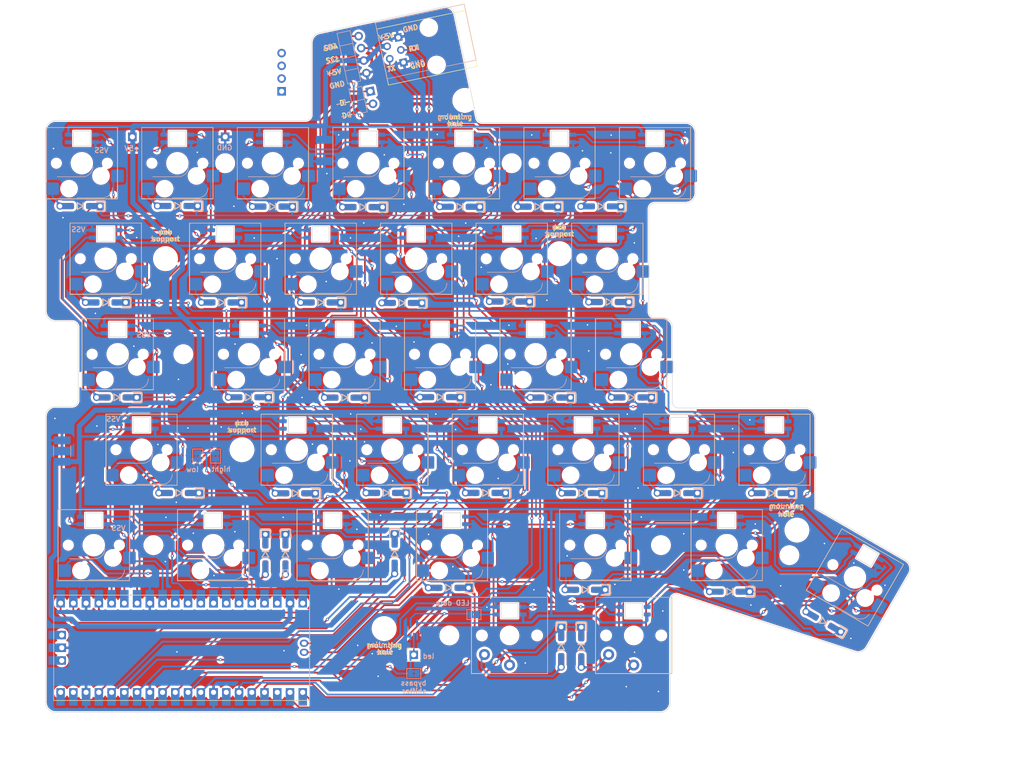
<source format=kicad_pcb>
(kicad_pcb (version 20240108) (generator "pcbnew") (generator_version "8.0")
  (layers (0 "F.Cu" signal) (31 "B.Cu" signal) (34 "B.Paste" user) (35 "F.Paste" user) (36 "B.SilkS" user "B.Silkscreen") (37 "F.SilkS" user "F.Silkscreen") (38 "B.Mask" user) (39 "F.Mask" user) (44 "Edge.Cuts" user))
  (net 0 "")
  (net 1 "Net-(D1-A)")
  (net 2 "Col 7")
  (net 3 "Net-(D2-A)")
  (net 4 "Net-(D3-A)")
  (net 5 "Net-(D4-A)")
  (net 6 "Net-(D5-A)")
  (net 7 "Net-(D6-A)")
  (net 8 "Net-(D7-A)")
  (net 9 "Net-(D8-A)")
  (net 10 "Net-(D9-A)")
  (net 11 "Net-(D10-A)")
  (net 12 "Net-(D11-A)")
  (net 13 "Net-(D12-A)")
  (net 14 "Net-(D13-A)")
  (net 15 "Net-(D14-A)")
  (net 16 "Net-(D15-A)")
  (net 17 "Net-(D16-A)")
  (net 18 "Net-(D17-A)")
  (net 19 "Net-(D18-A)")
  (net 20 "Net-(D19-A)")
  (net 21 "Net-(D20-A)")
  (net 22 "Net-(D21-A)")
  (net 23 "Net-(D22-A)")
  (net 24 "Net-(D23-A)")
  (net 25 "Net-(D24-A)")
  (net 26 "Net-(D25-A)")
  (net 27 "Net-(D26-A)")
  (net 28 "Net-(D27-A)")
  (net 29 "Net-(D28-A)")
  (net 30 "Net-(D29-A)")
  (net 31 "Net-(D30-A)")
  (net 32 "Net-(D31-A)")
  (net 33 "Net-(D32-A)")
  (net 34 "Net-(D33-A)")
  (net 35 "Net-(D34-A)")
  (net 36 "Net-(D35-A)")
  (net 37 "Col 0")
  (net 38 "Col 1")
  (net 39 "Col 2")
  (net 40 "Col 3")
  (net 41 "Col 4")
  (net 42 "Col 5")
  (net 43 "Col 6")
  (net 44 "Col 8")
  (net 45 "GND")
  (net 46 "Net-(LED1-DIN)")
  (net 47 "Net-(LED2-DOUT)")
  (net 48 "Net-(LED3-DIN)")
  (net 49 "Net-(LED11-DIN)")
  (net 50 "Net-(LED4-DIN)")
  (net 51 "Net-(LED10-DOUT)")
  (net 52 "Net-(LED14-DOUT)")
  (net 53 "Net-(LED12-DIN)")
  (net 54 "Net-(LED13-DIN)")
  (net 56 "Net-(LED10-DIN)")
  (net 57 "Net-(LED11-DOUT)")
  (net 58 "Net-(LED12-DOUT)")
  (net 59 "Net-(LED13-DOUT)")
  (net 60 "Net-(LED14-DIN)")
  (net 61 "Net-(LED15-DIN)")
  (net 62 "Net-(LED16-DOUT)")
  (net 63 "Net-(LED2-DIN)")
  (net 64 "Net-(LED19-DIN)")
  (net 65 "Net-(LED4-DOUT)")
  (net 66 "Net-(LED23-DOUT)")
  (net 67 "Net-(LED24-DIN)")
  (net 68 "Net-(LED26-DIN)")
  (net 69 "Net-(LED17-DOUT)")
  (net 70 "Net-(LED28-DOUT)")
  (net 71 "Net-(LED18-DIN)")
  (net 72 "Net-(LED30-DIN)")
  (net 73 "Net-(LED20-DOUT)")
  (net 74 "Net-(LED21-DIN)")
  (net 75 "Net-(LED22-DOUT)")
  (net 76 "Net-(LED25-DIN)")
  (net 77 "Net-(LED27-DOUT)")
  (net 78 "Net-(LED32-DOUT)")
  (net 79 "Net-(LED33-DIN)")
  (net 80 "Row 0")
  (net 81 "Row 1")
  (net 82 "Row 2")
  (net 83 "Row 4")
  (net 84 "Row 3")
  (net 85 "Row 5")
  (net 86 "SCL")
  (net 88 "SPLIT_HAND_PIN")
  (net 89 "Net-(LED29-DOUT)")
  (net 90 "+3.3V")
  (net 91 "TX")
  (net 92 "+5V")
  (net 93 "RX")
  (net 94 "SDA")
  (net 95 "Net-(JP3-B)")
  (net 96 "LED 5V")
  (net 97 "LED 3.3V")
  (net 111 "Data-")
  (net 112 "Data+")
  (footprint "ScottoKeebs_Hotswap:Hotswap_MX_1.00u" (layer "F.Cu") (at 168.749 104.157 180)
    (property "Reference" "S34" (hide yes))
    (property "Value" "Keyswitch" (hide yes))
  )
  (footprint "ScottoKeebs_Hotswap:Hotswap_MX_1.00u" (layer "F.Cu") (at 97.349 66.067 180)
    (property "Reference" "S17" (hide yes))
    (property "Value" "Keyswitch" (hide yes))
  )
  (footprint "ScottoKeebs_Hotswap:Hotswap_MX_1.00u" (layer "F.Cu") (at 59.269 66.067 180)
    (property "Reference" "S8" (hide yes))
    (property "Value" "Keyswitch" (hide yes))
  )
  (footprint "personal:MountingHole_3.2mm_M3" (layer "F.Cu") (at 116.379 47.017)
    (property "Reference" "H9" (hide yes))
    (property "Value" "MountingHole" (hide yes))
  )
  (footprint "ScottoKeebs_Hotswap:Hotswap_MX_1.75u" (layer "F.Cu") (at 37.84775 85.107 180)
    (property "Reference" "S3" (hide yes))
    (property "Value" "Keyswitch" (hide yes))
  )
  (footprint "ScottoKeebs_Hotswap:Hotswap_MX_1.00u" (layer "F.Cu") (at 73.549 104.157 180)
    (property "Reference" "S11" (hide yes))
    (property "Value" "Keyswitch")
  )
  (footprint "personal:MountingHole_3.2mm_M3" (layer "F.Cu") (at 44.979 123.187)
    (property "Reference" "H6" (hide yes))
    (property "Value" "MountingHole" (hide yes))
  )
  (footprint "ScottoKeebs_Hotswap:Hotswap_MX_1.25u" (layer "F.Cu") (at 33.08525 123.187 180)
    (property "Reference" "S4" (hide yes))
    (property "Value" "Keyswitch" (hide yes))
  )
  (footprint "ScottoKeebs_Hotswap:Hotswap_MX_1.25u" (layer "F.Cu") (at 80.68525 123.187 180)
    (property "Reference" "S13" (hide yes))
    (property "Value" "Keyswitch" (hide yes))
  )
  (footprint "ScottoKeebs_Hotswap:Hotswap_MX_1.00u" (layer "F.Cu") (at 92.589 104.157 180)
    (property "Reference" "S16" (hide yes))
    (property "Value" "Keyswitch")
  )
  (footprint "personal:MountingHole_3.2mm_M3" (layer "F.Cu") (at 111.619 85.107)
    (property "Reference" "H7" (hide yes))
    (property "Value" "MountingHole")
  )
  (footprint "personal:MountingPCB_2.2mm_M2" (layer "F.Cu") (at 90.929 143.895)
    (property "Reference" "H13" (hide yes))
    (property "Value" "MountingHole" (hide yes))
  )
  (footprint "personal:MountingHole_3.2mm_M3" (layer "F.Cu") (at 171.724 125.187)
    (property "Reference" "H4" (hide yes))
    (property "Value" "MountingHole" (hide yes))
  )
  (footprint "personal:MountingHole_3.2mm_M3" (layer "F.Cu") (at 103.949 141.202)
    (property "Reference" "H11" (hide yes))
    (property "Value" "MountingHole" (hide yes))
  )
  (footprint "ScottoKeebs_Hotswap:Hotswap_MX_1.25u" (layer "F.Cu") (at 104.48525 123.187 180)
    (property "Reference" "S21" (hide yes))
    (property "Value" "Keyswitch" (hide yes))
  )
  (footprint "personal:MountingHole_3.2mm_M3" (layer "F.Cu") (at 146.127 123.187)
    (property "Reference" "H5" (hide yes))
    (property "Value" "MountingHole" (hide yes))
  )
  (footprint "Connector_RJ:RJ12_Amphenol_54601-x06_Horizontal" (layer "F.Cu") (at 92.29106 28.34301 101.899)
    (property "Reference" "J1" (hide yes))
    (property "Value" "4P4C" (hide yes))
  )
  (footprint "ScottoKeebs_Hotswap:Hotswap_MX_1.00u" (layer "F.Cu") (at 111.629 104.157 180)
    (property "Reference" "S22" (hide yes))
    (property "Value" "Keyswitch")
  )
  (footprint "personal:MountingHole_3.2mm_M3" (layer "F.Cu") (at 50.93575 85.107)
    (property "Reference" "H8" (hide yes))
    (property "Value" "MountingHole" (hide yes))
  )
  (footprint "ScottoKeebs_Components:OLED_128x32" (layer "F.Cu") (at 68.924 22.877)
    (property "Reference" "J2" (hide yes))
    (property "Value" "OLED_128x32")
  )
  (footprint "personal:MountingHole_3.2mm_M3" (layer "F.Cu") (at 59.269 47.017)
    (property "Reference" "H10" (hide yes))
    (property "Value" "MountingHole" (hide yes))
  )
  (footprint "ScottoKeebs_Hotswap:Hotswap_MX_1.25u" (layer "F.Cu") (at 56.88525 123.187 180)
    (property "Reference" "S7" (hide yes))
    (property "Value" "Keyswitch" (hide yes))
  )
  (footprint "ScottoKeebs_Hotswap:Hotswap_MX_2.25u" (layer "F.Cu") (at 42.61025 104.157 180)
    (property "Reference" "S5" (hide yes))
    (property "Value" "Keyswitch" (hide yes))
  )
  (footprint "ScottoKeebs_Hotswap:Hotswap_MX_1.00u" (layer "F.Cu") (at 130.669 104.157 180)
    (property "Reference" "S27" (hide yes))
    (property "Value" "Keyswitch")
  )
  (footprint "ScottoKeebs_Hotswap:Hotswap_MX_1.00u" (layer "F.Cu") (at 135.429 66.067 180)
    (property "Reference" "S28" (hide yes))
    (property "Value" "Keyswitch" (hide yes))
  )
  (footprint "ScottoKeebs_Choc:Choc_V1_1.00u" (layer "F.Cu") (at 140.699 141.202 180)
    (property "Reference" "S29" (hide yes))
    (property "Value" "Keyswitch" (hide yes))
  )
  (footprint "ScottoKeebs_Choc:Choc_V1_1.75u" (layer "F.Cu") (at 115.949 141.202 180)
    (property "Reference" "S20" (hide yes))
    (property "Value" "Keyswitch" (hide yes))
  )
  (footprint "personal:PCB_support_2.2mm_M2" (layer "F.Cu") (at 62.621 104.157)
    (property "Reference" "H3")
    (property "Value" "MountingHole" (hide yes))
  )
  (footprint "ScottoKeebs_Hotswap:Hotswap_MX_1.00u" (layer "F.Cu") (at 116.389 66.067 180)
    (property "Reference" "S23" (hide yes))
    (property "Value" "Keyswitch" (hide yes))
  )
  (footprint "ScottoKeebs_Hotswap:Hotswap_MX_1.00u" (layer "F.Cu") (at 149.709 104.157 180)
    (property "Reference" "S32" (hide yes))
    (property "Value" "Keyswitch" (hide yes))
  )
  (footprint "ScottoKeebs_Hotswap:Hotswap_MX_1.00u" (layer "F.Cu") (at 64.024 85.107 180)
    (property "Reference" "S9" (hide yes))
    (property "Value" "Keyswitch" (hide yes))
  )
  (footprint "ScottoKeebs_Hotswap:Hotswap_MX_1.50u" (layer "F.Cu") (at 35.4665 66.057 180)
    (property "Reference" "S2" (hide yes))
    (property "Value" "Keyswitch" (hide yes))
  )
  (footprint "personal:PCB_support_2.2mm_M2" (layer "F.Cu") (at 125.914 65.067)
    (property "Reference" "H2")
    (property "Value" "MountingHole" (hide yes))
  )
  (footprint "Connector_PinHeader_2.54mm:PinHeader_1x01_P2.54mm_Vertical" (layer "F.Cu") (at 96.859 145.062)
    (property "Reference" "TP3" (hide yes))
    (property "Value" "TestPoint" (hide yes))
  )
  (footprint "personal:PCB_support_2.2mm_M2" (layer "F.Cu") (at 47.3675 66.057)
    (property "Reference" "H1")
    (property "Value" "MountingHole" (hide yes))
  )
  (footprint "ScottoKeebs_Components:D_SOD-123_DO-35_Hybrid_DoubleSided_V2" (layer "F.Cu") (at 49.774 55.537 180)
    (property "Reference" "D6" (hide yes))
    (property "Value" "Diode" (hide yes))
  )
  (footprint "ScottoKeebs_Hotswap:Hotswap_MX_1.00u" (layer "F.Cu") (at 106.864 47.017 180)
    (property "Reference" "S19" (hide yes))
    (property "Value" "Keyswitch" (hide yes))
  )
  (footprint "Connector_PinHeader_2.54mm:PinHeader_1x01_P2.54mm_Vertical" (layer "F.Cu") (at 40.774 41.757)
    (property "Reference" "TP1" (hide yes))
    (property "Value" "TestPoint" (hide yes))
  )
  (footprint "ScottoKeebs_Hotswap:Hotswap_MX_1.00u" (layer "F.Cu") (at 102.104 85.107 180)
    (property "Reference" "S18" (hide yes))
    (property "Value" "Keyswitch" (hide yes))
  )
  (footprint "personal:MountingPCB_2.2mm_M2" (layer "F.Cu") (at 173.204 124.257)
    (property "Reference" "H12" (hide yes))
    (property "Value" "MountingHole" (hide yes))
  )
  (footprint "ScottoKeebs_Hotswap:Hotswap_MX_1.00u" (layer "F.Cu") (at 78.309 66.067 180)
    (property "Reference" "S12" (hide yes))
    (property "Value" "Keyswitch" (hide yes))
  )
  (footprint "ScottoKeebs_Hotswap:Hotswap_MX_1.00u" (layer "F.Cu") (at 68.784 47.017 180)
    (property "Reference" "S10" (hide yes))
    (property "Value" "Keyswitch" (hide yes))
  )
  (footprint "ScottoKeebs_Hotswap:Hotswap_MX_1.00u" (layer "F.Cu") (at 87.824 47.017 180)
    (property "Reference" "S15" (hide yes))
    (property "Value" "Keyswitch" (hide yes))
  )
  (footprint "ScottoKeebs_Hotswap:Hotswap_MX_1.75u" (layer "F.Cu") (at 133.04775 123.187 180)
    (property "Reference" "S26" (hide yes))
    (property "Value" "Keyswitch" (hide yes))
  )
  (footprint "ScottoKeebs_Hotswap:Hotswap_MX_1.00u" (layer "F.Cu") (at 125.904 47.017 180)
    (property "Reference" "S25" (hide yes))
    (property "Value" "Keyswitch" (hide yes))
  )
  (footprint "personal:MountingPCB_2.2mm_M2" (layer "F.Cu") (at 107.0054 38.558774)
    (property "Reference" "H14" (hide yes))
    (property "Value" "MountingHole" (hide yes))
  )
  (footprint "ScottoKeebs_Hotswap:Hotswap_MX_1.00u" (layer "F.Cu") (at 140.184 85.107 180)
    (property "Reference" "S30" (hide yes))
    (property "Value" "Keyswitch" (hide yes))
  )
  (footprint "ScottoKeebs_Hotswap:Hotswap_MX_1.00u" (layer "F.Cu") (at 30.704 47.017 180)
    (property "Reference" "S1" (hide yes))
    (property "Value" "Keyswitch" (hide yes))
  )
  (footprint "ScottoKeebs_Hotswap:Hotswap_MX_1.00u" (layer "F.Cu") (at 159.224 123.187 180)
    (property "Reference" "S33" (hide yes))
    (property "Value" "Keyswitch" (hide yes))
  )
  (footprint "ScottoKeebs_Hotswap:Hotswap_MX_1.00u" (layer "F.Cu") (at 83.064 85.107 180)
    (property "Reference" "S14" (hide yes))
    (property "Value" "Keyswitch" (hide yes))
  )
  (footprint "ScottoKeebs_Hotswap:Hotswap_MX_1.00u" (layer "F.Cu") (at 49.744 47.017 180)
    (property "Reference" "S6" (hide yes))
    (property "Value" "Keyswitch" (hide yes))
  )
  (footprint "Connector_PinHeader_2.54mm:PinHeader_1x01_P2.54mm_Vertical" (layer "F.Cu") (at 59.274 41.757)
    (property "Reference" "TP2" (hide yes))
    (property "Value" "TestPoint" (hide yes))
  )
  (footprint "ScottoKeebs_Hotswap:Hotswap_MX_1.00u" (layer "F.Cu") (at 121.144 85.107 180)
    (property "Reference" "S24" (hide yes))
    (property "Value" "Keyswitch" (hide yes))
  )
  (footprint "ScottoKeebs_Hotswap:Hotswap_MX_1.00u" (layer "F.Cu") (at 184.786 129.625 150)
    (property "Reference" "S35" (hide yes))
    (property "Value" "Keyswitch" (hide yes))
  )
  (footprint "ScottoKeebs_Hotswap:Hotswap_MX_1.00u" (layer "F.Cu") (at 144.944 47.017 180)
    (property "Reference" "S31" (hide yes))
    (property "Value" "Keyswitch" (hide yes))
  )
  (footprint "ScottoKeebs_Components:LED_SK6812MINI" (layer "B.Cu") (at 64.024 80.158 180)
    (property "Reference" "LED9" (hide yes))
    (property "Value" "LED_SK6812MINI" (hide yes))
    (fp_line (start 1.7 1.5) (end 1.7 -1.5) (stroke (width 0.12)) (layer "Edge.Cuts"))
    (fp_line (start 1.7 -1.5) (end -1.7 -1.5) (stroke (width 0.12)) (layer "Edge.Cuts"))
    (fp_line (start -1.7 1.5) (end 1.7 1.5) (stroke (width 0.12)) (layer "Edge.Cuts"))
    (fp_line (start -1.7 -1.5) (end -1.7 1.5) (stroke (width 0.12)) (layer "Edge.Cuts"))
  )
  (footprint "ScottoKeebs_Components:D_SOD-123_DO-35_Hybrid_DoubleSided_V2" (layer "B.Cu") (at 78.314 74.787 180)
    (property "Reference" "D12" (hide yes))
    (property "Value" "Diode" (hide yes))
  )
  (footprint "ScottoKeebs_Components:D_SOD-123_DO-35_Hybrid_DoubleSided_V2" (layer "B.Cu") (at 159.814 132.467 180)
    (property "Reference" "D33" (hide yes))
    (property "Value" "Diode" (hide yes))
  )
  (footprint "Capacitor_SMD:C_1812_4532Metric_Pad1.57x3.40mm_HandSolder" (layer "B.Cu") (at 26.784 104.427 90)
    (property "Reference" "begin1" (hide yes))
    (property "Value" "C")
  )
  (footprint "personal:Raspberry_Pi_Pico_with_usb_rings" (layer "B.Cu") (at 49.804 143.657 90)
    (property "Reference" "U2" (hide yes))
    (property "Value" "Pico" (hide yes))
  )
  (footprint "ScottoKeebs_Components:D_SOD-123_DO-35_Hybrid_DoubleSided_V2" (layer "B.Cu") (at 91.344 112.767 180)
    (property "Reference" "D16" (hide yes))
    (property "Value" "Diode" (hide yes))
  )
  (footprint "ScottoKeebs_Components:LED_SK6812MINI" (layer "B.Cu") (at 104.48525 118.248 180)
    (property "Reference" "LED21" (hide yes))
    (property "Value" "LED_SK6812MINI" (hide yes))
    (fp_line (start 1.7 1.5) (end 1.7 -1.5) (stroke (width 0.12)) (layer "Edge.Cuts"))
    (fp_line (start 1.7 -1.5) (end -1.7 -1.5) (stroke (width 0.12)) (layer "Edge.Cuts"))
    (fp_line (start -1.7 1.5) (end 1.7 1.5) (stroke (width 0.12)) (layer "Edge.Cuts"))
    (fp_line (start -1.7 -1.5) (end -1.7 1.5) (stroke (width 0.12)) (layer "Edge.Cuts"))
  )
  (footprint "ScottoKeebs_Components:LED_SK6812MINI" (layer "B.Cu") (at 187.2555 125.347701 150)
    (property "Reference" "LED35" (hide yes))
    (property "Value" "LED_SK6812MINI" (hide yes))
    (fp_line (start 1.7 -1.5) (end -1.7 -1.5) (stroke (width 0.12)) (layer "Edge.Cuts"))
    (fp_line (start 1.7 1.5) (end 1.7 -1.5) (stroke (width 0.12)) (layer "Edge.Cuts"))
    (fp_line (start -1.7 -1.5) (end -1.7 1.5) (stroke (width 0.12)) (layer "Edge.Cuts"))
    (fp_line (start -1.7 1.5) (end 1.7 1.5) (stroke (width 0.12)) (layer "Edge.Cuts"))
  )
  (footprint "Jumper:SolderJumper-2_P1.3mm_Bridged2Bar_Pad1.0x1.5mm" (layer "B.Cu") (at 108.854 137.017)
    (property "Reference" "JP3" (hide yes))
    (property "Value" "Jumper_Hight" (hide yes))
  )
  (footprint "ScottoKeebs_Components:LED_SK6812MINI" (layer "B.Cu") (at 59.264 61.118)
    (property "Reference" "LED8" (hide yes))
    (property "Value" "LED_SK6812MINI" (hide yes))
    (fp_line (start -1.7 -1.5) (end -1.7 1.5) (stroke (width 0.12)) (layer "Edge.Cuts"))
    (fp_line (start -1.7 1.5) (end 1.7 1.5) (stroke (width 0.12)) (layer "Edge.Cuts"))
    (fp_line (start 1.7 -1.5) (end -1.7 -1.5) (stroke (width 0.12)) (layer "Edge.Cuts"))
    (fp_line (start 1.7 1.5) (end 1.7 -1.5) (stroke (width 0.12)) (layer "Edge.Cuts"))
  )
  (footprint "ScottoKeebs_Components:D_SOD-123_DO-35_Hybrid_DoubleSided_V2" (layer "B.Cu") (at 86.6515 55.76825 180)
    (property "Reference" "D15" (hide yes))
    (property "Value" "Diode" (hide yes))
  )
  (footprint "Jumper:SolderJumper-2_P1.3mm_Bridged2Bar_Pad1.0x1.5mm" (layer "B.Cu") (at 53.804 105.417 -90)
    (property "Reference" "JP1" (hide yes))
    (property "Value" "Jumper_Low" (hide yes))
  )
  (footprint "ScottoKeebs_Components:D_SOD-123_DO-35_Hybrid_DoubleSided_V2" (layer "B.Cu") (at 135.734 74.697 180)
    (property "Reference" "D28" (hide yes))
    (property "Value" "Diode" (hide yes))
  )
  (footprint "ScottoKeebs_Components:D_SOD-123_DO-35_Hybrid_DoubleSided_V2" (layer "B.Cu") (at 63.904 93.697 180)
    (property "Reference" "D9" (hide yes))
    (property "Value" "Diode" (hide yes))
  )
  (footprint "ScottoKeebs_Components:D_SOD-123_DO-35_Hybrid_DoubleSided_V2" (layer "B.Cu") (at 140.2515 93.72825 180)
    (property "Reference" "D30" (hide yes))
    (property "Value" "Diode" (hide yes))
  )
  (footprint "ScottoKeebs_Components:D_SOD-123_DO-35_Hybrid_DoubleSided_V2" (layer "B.Cu") (at 37.644 93.727 180)
    (property "Reference" "D3" (hide yes))
    (property "Value" "Diode" (hide yes))
  )
  (footprint "ScottoKeebs_Components:D_SOD-123_DO-35_Hybrid_DoubleSided_V2" (layer "B.Cu") (at 130.364 112.817 180)
    (property "Reference" "D27" (hide yes))
    (property "Value" "Diode" (hide yes))
  )
  (footprint "ScottoKeebs_Components:LED_SK6812MINI" (layer "B.Cu") (at 140.184 80.158 180)
    (property "Reference" "LED30" (hide yes))
    (property "Value" "LED_SK6812MINI" (hide yes))
    (fp_line (start 1.7 1.5) (end 1.7 -1.5) (stroke (width 0.12)) (layer "Edge.Cuts"))
    (fp_line (start 1.7 -1.5) (end -1.7 -1.5) (stroke (width 0.12)) (layer "Edge.Cuts"))
    (fp_line (start -1.7 1.5) (end 1.7 1.5) (stroke (width 0.12)) (layer "Edge.Cuts"))
    (fp_line (start -1.7 -1.5) (end -1.7 1.5) (stroke (width 0.12)) (layer "Edge.Cuts"))
  )
  (footprint "ScottoKeebs_Components:LED_SK6812MINI" (layer "B.Cu") (at 144.944 42.078 180)
    (property "Reference" "LED31" (hide yes))
    (property "Value" "LED_SK6812MINI" (hide yes))
    (fp_line (start 1.7 1.5) (end 1.7 -1.5) (stroke (width 0.12)) (layer "Edge.Cuts"))
    (fp_line (start 1.7 -1.5) (end -1.7 -1.5) (stroke (width 0.12)) (layer "Edge.Cuts"))
    (fp_line (start -1.7 1.5) (end 1.7 1.5) (stroke (width 0.12)) (layer "Edge.Cuts"))
    (fp_line (start -1.7 -1.5) (end -1.7 1.5) (stroke (width 0.12)) (layer "Edge.Cuts"))
  )
  (footprint "ScottoKeebs_Components:D_SOD-123_DO-35_Hybrid_DoubleSided_V2" (layer "B.Cu") (at 73.244 112.847 180)
    (property "Reference" "D11" (hide yes))
    (property "Value" "Diode" (hide yes))
  )
  (footprint "ScottoKeebs_Components:LED_SK6812MINI" (layer "B.Cu") (at 37.84775 80.168 180)
    (property "Reference" "LED3" (hide yes))
    (property "Value" "LED_SK6812MINI" (hide yes))
    (fp_line (start 1.7 1.5) (end 1.7 -1.5) (stroke (width 0.12)) (layer "Edge.Cuts"))
    (fp_line (start 1.7 -1.5) (end -1.7 -1.5) (stroke (width 0.12)) (layer "Edge.Cuts"))
    (fp_line (start -1.7 1.5) (end 1.7 1.5) (stroke (width 0.12)) (layer "Edge.Cuts"))
    (fp_line (start -1.7 -1.5) (end -1.7 1.5) (stroke (width 0.12)) (layer "Edge.Cuts"))
  )
  (footprint "ScottoKeebs_Components:LED_SK6812MINI" (layer "B.Cu") (at 83.064 80.158 180)
    (property "Reference" "LED14" (hide yes))
    (property "Value" "LED_SK6812MINI" (hide yes))
    (fp_line (start 1.7 1.5) (end 1.7 -1.5) (stroke (width 0.12)) (layer "Edge.Cuts"))
    (fp_line (start 1.7 -1.5) (end -1.7 -1.5) (stroke (width 0.12)) (layer "Edge.Cuts"))
    (fp_line (start -1.7 1.5) (end 1.7 1.5) (stroke (width 0.12)) (layer "Edge.Cuts"))
    (fp_line (start -1.7 -1.5) (end -1.7 1.5) (stroke (width 0.12)) (layer "Edge.Cuts"))
  )
  (footprint "ScottoKeebs_Components:D_SOD-123_DO-35_Hybrid_DoubleSided_V2" (layer "B.Cu") (at 35.4315 74.78825 180)
    (property "Reference" "D2" (hide yes))
    (property "Value" "Diode" (hide yes))
  )
  (footprint "ScottoKeebs_Components:LED_SK6812MINI" (layer "B.Cu") (at 78.304 61.118)
    (property "Reference" "LED12" (hide yes))
    (property "Value" "LED_SK6812MINI" (hide yes))
    (fp_line (start -1.7 -1.5) (end -1.7 1.5) (stroke (width 0.12)) (layer "Edge.Cuts"))
    (fp_line (start -1.7 1.5) (end 1.7 1.5) (stroke (width 0.12)) (layer "Edge.Cuts"))
    (fp_line (start 1.7 -1.5) (end -1.7 -1.5) (stroke (width 0.12)) (layer "Edge.Cuts"))
    (fp_line (start 1.7 1.5) (end 1.7 -1.5) (stroke (width 0.12)) (layer "Edge.Cuts"))
  )
  (footprint "ScottoKeebs_Components:D_SOD-123_DO-35_Hybrid_DoubleSided_V2" (layer "B.Cu") (at 178.494 138.457 150)
    (property "Reference" "D35" (hide yes))
    (property "Value" "Diode" (hide yes))
  )
  (footprint "ScottoKeebs_Components:D_SOD-123_DO-35_Hybrid_DoubleSided_V2" (layer "B.Cu") (at 111.1515 112.76825 180)
    (property "Reference" "D22" (hide yes))
    (property "Value" "Diode" (hide yes))
  )
  (footprint "ScottoKeebs_Components:LED_SK6812MINI" (layer "B.Cu") (at 68.784 42.078 180)
    (property "Reference" "LED10" (hide yes))
    (property "Value" "LED_SK6812MINI" (hide yes))
    (fp_line (start 1.7 1.5) (end 1.7 -1.5) (stroke (width 0.12)) (layer "Edge.Cuts"))
    (fp_line (start 1.7 -1.5) (end -1.7 -1.5) (stroke (width 0.12)) (layer "Edge.Cuts"))
    (fp_line (start -1.7 1.5) (end 1.7 1.5) (stroke (width 0.12)) (layer "Edge.Cuts"))
    (fp_line (start -1.7 -1.5) (end -1.7 1.5) (stroke (width 0.12)) (layer "Edge.Cuts"))
  )
  (footprint "ScottoKeebs_Components:D_SOD-123_DO-35_Hybrid_DoubleSided_V2" (layer "B.Cu") (at 102.114 93.677 180)
    (property "Reference" "D18" (hide yes))
    (property "Value" "Diode" (hide yes))
  )
  (footprint "ScottoKeebs_Components:LED_SK6812MINI" (layer "B.Cu") (at 56.88525 118.248 180)
    (property "Reference" "LED7" (hide yes))
    (property "Value" "LED_SK6812MINI" (hide yes))
    (fp_line (start 1.7 1.5) (end 1.7 -1.5) (stroke (width 0.12)) (layer "Edge.Cuts"))
    (fp_line (start 1.7 -1.5) (end -1.7 -1.5) (stroke (width 0.12)) (layer "Edge.Cuts"))
    (fp_line (start -1.7 1.5) (end 1.7 1.5) (stroke (width 0.12)) (layer "Edge.Cuts"))
    (fp_line (start -1.7 -1.5) (end -1.7 1.5) (stroke (width 0.12)) (layer "Edge.Cuts"))
  )
  (footprint "ScottoKeebs_Components:D_SOD-123_DO-35_Hybrid_DoubleSided_V2" (layer "B.Cu") (at 131.0015 132.08825 180)
    (property "Reference" "D26" (hide yes))
    (property "Value" "Diode" (hide yes))
  )
  (footprint "Connector_PinHeader_2.54mm:PinHeader_1x02_P2.54mm_Horizontal" (layer "B.Cu") (at 88.204 32.687 -168.101)
    (property "Reference" "J4" (hide yes))
    (property "Value" "Conn_01x02" (hide yes))
  )
  (footprint "ScottoKeebs_Components:LED_SK6812MINI" (layer "B.Cu") (at 115.949 136.263)
    (property "Reference" "LED20" (hide yes))
    (property "Value" "LED_SK6812MINI" (hide yes))
    (fp_line (start -1.7 -1.5) (end -1.7 1.5) (stroke (width 0.12)) (layer "Edge.Cuts"))
    (fp_line (start -1.7 1.5) (end 1.7 1.5) (stroke (width 0.12)) (layer "Edge.Cuts"))
    (fp_line (start 1.7 -1.5) (end -1.7 -1.5) (stroke (width 0.12)) (layer "Edge.Cuts"))
    (fp_line (start 1.7 1.5) (end 1.7 -1.5) (stroke (width 0.12)) (layer "Edge.Cuts"))
  )
  (footprint "ScottoKeebs_Components:LED_SK6812MINI" (layer "B.Cu") (at 135.424 61.118)
    (property "Reference" "LED28" (hide yes))
    (property "Value" "LED_SK6812MINI" (hide yes))
    (fp_line (start -1.7 -1.5) (end -1.7 1.5) (stroke (width 0.12)) (layer "Edge.Cuts"))
    (fp_line (start -1.7 1.5) (end 1.7 1.5) (stroke (width 0.12)) (layer "Edge.Cuts"))
    (fp_line (start 1.7 -1.5) (end -1.7 -1.5) (stroke (width 0.12)) (layer "Edge.Cuts"))
    (fp_line (start 1.7 1.5) (end 1.7 -1.5) (stroke (width 0.12)) (layer "Edge.Cuts"))
  )
  (footprint "ScottoKeebs_Components:D_SOD-123_DO-35_Hybrid_DoubleSided_V2" (layer "B.Cu") (at 83.064 93.767 180)
    (property "Reference" "D14" (hide yes))
    (property "Value" "Diode" (hide yes))
  )
  (footprint "ScottoKeebs_Components:D_SOD-123_DO-35_Hybrid_DoubleSided_V2" (layer "B.Cu") (at 94.494 74.877 180)
    (property "Reference" "D17" (hide yes))
    (property "Value" "Diode" (hide yes))
  )
  (footprint "ScottoKeebs_Components:D_SOD-123_DO-35_Hybrid_DoubleSided_V2" (layer "B.Cu") (at 149.384 112.817 180)
    (property "Reference" "D32" (hide yes))
    (property "Value" "Diode" (hide yes))
  )
  (footprint "ScottoKeebs_Components:LED_SK6812MINI" (layer "B.Cu") (at 73.549 99.218)
    (property "Reference" "LED11" (hide yes))
    (property "Value" "LED_SK6812MINI" (hide yes))
    (fp_line (start -1.7 -1.5) (end -1.7 1.5) (stroke (width 0.12)) (layer "Edge.Cuts"))
    (fp_line (start -1.7 1.5) (end 1.7 1.5) (stroke (width 0.12)) (layer "Edge.Cuts"))
    (fp_line (start 1.7 -1.5) (end -1.7 -1.5) (stroke (width 0.12)) (layer "Edge.Cuts"))
    (fp_line (start 1.7 1.5) (end 1.7 -1.5) (stroke (width 0.12)) (layer "Edge.Cuts"))
  )
  (footprint "ScottoKeebs_Components:LED_SK6812MINI" (layer "B.Cu") (at 35.464 61.118)
    (property "Reference" "LED2" (hide yes))
    (property "Value" "LED_SK6812MINI" (hide yes))
    (fp_line (start -1.7 -1.5) (end -1.7 1.5) (stroke (width 0.12)) (layer "Edge.Cuts"))
    (fp_line (start -1.7 1.5) (end 1.7 1.5) (stroke (width 0.12)) (layer "Edge.Cuts"))
    (fp_line (start 1.7 -1.5) (end -1.7 -1.5) (stroke (width 0.12)) (layer "Edge.Cuts"))
    (fp_line (start 1.7 1.5) (end 1.7 -1.5) (stroke (width 0.12)) (layer "Edge.Cuts"))
  )
  (footprint "Connector_PinHeader_2.54mm:PinHeader_1x04_P2.54mm_Horizontal" (layer "B.Cu") (at 85.851482 21.576584 -168.101)
    (property "Reference" "J3" (hide yes))
    (property "Value" "Conn_01x04" (hide yes))
  )
  (footprint "ScottoKeebs_Components:D_SOD-123_DO-35_Hybrid_DoubleSided_V2" (layer "B.Cu") (at 30.354 55.567 180)
    (property "Reference" "D1" (hide yes))
    (property "Value" "Diode" (hide yes))
  )
  (footprint "ScottoKeebs_Components:LED_SK6812MINI" (layer "B.Cu") (at 102.104 80.158 180)
    (property "Reference" "LED18" (hide yes))
    (property "Value" "LED_SK6812MINI" (hide yes))
    (fp_line (start 1.7 1.5) (end 1.7 -1.5) (stroke (width 0.12)) (layer "Edge.Cuts"))
    (fp_line (start 1.7 -1.5) (end -1.7 -1.5) (stroke (width 0.12)) (layer "Edge.Cuts"))
    (fp_line (start -1.7 1.5) (end 1.7 1.5) (stroke (width 0.12)) (layer "Edge.Cuts"))
    (fp_line (start -1.7 -1.5) (end -1.7 1.5) (stroke (width 0.12)) (layer "Edge.Cuts"))
  )
  (footprint "ScottoKeebs_Components:LED_SK6812MINI" (layer "B.Cu") (at 33.08525 118.248 180)
    (property "Reference" "LED4" (hide yes))
    (property "Value" "LED_SK6812MINI" (hide yes))
    (fp_line (start 1.7 1.5) (end 1.7 -1.5) (stroke (width 0.12)) (layer "Edge.Cuts"))
    (fp_line (start 1.7 -1.5) (end -1.7 -1.5) (stroke (width 0.12)) (layer "Edge.Cuts"))
    (fp_line (start -1.7 1.5) (end 1.7 1.5) (stroke (width 0.12)) (layer "Edge.Cuts"))
    (fp_line (start -1.7 -1.5) (end -1.7 1.5) (stroke (width 0.12)) (layer "Edge.Cuts"))
  )
  (footprint "ScottoKeebs_Components:D_SOD-123_DO-35_Hybrid_DoubleSided_V2" (layer "B.Cu") (at 58.544 74.787 180)
    (property "Reference" "D8" (hide yes))
    (property "Value" "Diode" (hide yes))
  )
  (footprint "ScottoKeebs_Components:D_SOD-123_DO-35_Hybrid_DoubleSided_V2" (layer "B.Cu") (at 93.054 124.887 -90)
    (property "Reference" "D13" (hide yes))
    (property "Value" "Diode" (hide yes))
  )
  (footprint "ScottoKeebs_Components:LED_SK6812MINI" (layer "B.Cu") (at 106.864 42.078 180)
    (property "Reference" "LED19" (hide yes))
    (property "Value" "LED_SK6812MINI" (hide yes))
    (fp_line (start 1.7 1.5) (end 1.7 -1.5) (stroke (width 0.12)) (layer "Edge.Cuts"))
    (fp_line (start 1.7 -1.5) (end -1.7 -1.5) (stroke (width 0.12)) (layer "Edge.Cuts"))
    (fp_line (start -1.7 1.5) (end 1.7 1.5) (stroke (width 0.12)) (layer "Edge.Cuts"))
    (fp_line (start -1.7 -1.5) (end -1.7 1.5) (stroke (width 0.12)) (layer "Edge.Cuts"))
  )
  (footprint "ScottoKeebs_Components:D_SOD-123_DO-35_Hybrid_DoubleSided_V2" (layer "B.Cu") (at 71.28525 125.0395 -90)
    (property "Reference" "D7" (hide yes))
    (property "Value" "Diode" (hide yes))
  )
  (footprint "ScottoKeebs_Components:LED_SK6812MINI" (layer "B.Cu") (at 149.709 99.218)
    (property "Reference" "LED32" (hide yes))
    (property "Value" "LED_SK6812MINI" (hide yes))
    (fp_line (start -1.7 -1.5) (end -1.7 1.5) (stroke (width 0.12)) (layer "Edge.Cuts"))
    (fp_line (start -1.7 1.5) (end 1.7 1.5) (stroke (width 0.12)) (layer "Edge.Cuts"))
    (fp_line (start 1.7 -1.5) (end -1.7 -1.5) (stroke (width 0.12)) (layer "Edge.Cuts"))
    (fp_line (start 1.7 1.5) (end 1.7 -1.5) (stroke (width 0.12)) (layer "Edge.Cuts"))
  )
  (footprint "Package_TO_SOT_SMD:SOT-353_SC-70-5_Handsoldering" (layer "B.Cu") (at 96.869 140.072 90)
    (property "Reference" "U3" (hide yes))
    (property "Value" "74LVC1G34" (hide yes))
  )
  (footprint "ScottoKeebs_Components:D_SOD-123_DO-35_Hybrid_DoubleSided_V2" (layer "B.Cu") (at 124.094 93.757 180)
    (property "Reference" "D24" (hide yes))
    (property "Value" "Diode" (hide yes))
  )
  (footprint "ScottoKeebs_Components:LED_SK6812MINI" (layer "B.Cu") (at 80.68525 118.248 180)
    (property "Reference" "LED13" (hide yes))
    (property "Value" "LED_SK6812MINI" (hide yes))
    (fp_line (start 1.7 1.5) (end 1.7 -1.5) (stroke (width 0.12)) (layer "Edge.Cuts"))
    (fp_line (start 1.7 -1.5) (end -1.7 -1.5) (stroke (width 0.12)) (layer "Edge.Cuts"))
    (fp_line (start -1.7 1.5) (end 1.7 1.5) (stroke (width 0.12)) (layer "Edge.Cuts"))
    (fp_line (start -1.7 -1.5) (end -1.7 1.5) (stroke (width 0.12)) (layer "Edge.Cuts"))
  )
  (footprint "ScottoKeebs_Components:D_SOD-123_DO-35_Hybrid_DoubleSided_V2" (layer "B.Cu") (at 67.28525 125.0395 -90)
    (property "Reference" "D4" (hide yes))
    (property "Value" "Diode" (hide yes))
  )
  (footprint "ScottoKeebs_Components:D_SOD-123_DO-35_Hybrid_DoubleSided_V2" (layer "B.Cu") (at 121.564 55.687 180)
    (property "Reference" "D25" (hide yes))
    (property "Value" "Diode" (hide yes))
  )
  (footprint "Capacitor_SMD:C_1812_4532Metric_Pad1.57x3.40mm_HandSolder" (layer "B.Cu") (at 79.034 44.4895 -90)
    (property "Reference" "end1" (hide yes))
    (property "Value" "C")
  )
  (footprint "ScottoKeebs_Components:D_SOD-123_DO-35_Hybrid_DoubleSided_V2" (layer "B.Cu") (at 130.244 143.557 -90)
    (property "Reference" "D29" (hide yes))
    (property "Value" "Diode" (hide yes))
  )
  (footprint "ScottoKeebs_Components:D_SOD-123_DO-35_Hybrid_DoubleSided_V2" (layer "B.Cu") (at 115.934 74.597 180)
    (property "Reference" "D23" (hide yes))
    (property "Value" "Diode" (hide yes))
  )
  (footprint "ScottoKeebs_Components:LED_SK6812MINI" (layer "B.Cu") (at 125.904 42.078 180)
    (property "Reference" "LED25" (hide yes))
    (property "Value" "LED_SK6812MINI" (hide yes))
    (fp_line (start 1.7 1.5) (end 1.7 -1.5) (stroke (width 0.12)) (layer "Edge.Cuts"))
    (fp_line (start 1.7 -1.5) (end -1.7 -1.5) (stroke (width 0.12)) (layer "Edge.Cuts"))
    (fp_line (start -1.7 1.5) (end 1.7 1.5) (stroke (width 0.12)) (layer "Edge.Cuts"))
    (fp_line (start -1.7 -1.5) (end -1.7 1.5) (stroke (width 0.12)) (layer "Edge.Cuts"))
  )
  (footprint "ScottoKeebs_Components:D_SOD-123_DO-35_Hybrid_DoubleSided_V2" (layer "B.Cu") (at 50.044 112.787 180)
    (property "Reference" "D5" (hide yes))
    (property "Value" "Diode" (hide yes))
  )
  (footprint "ScottoKeebs_Components:D_SOD-123_DO-35_Hybrid_DoubleSided_V2" (layer "B.Cu") (at 103.774 131.697 180)
    (property "Reference" "D21" (hide yes))
    (property "Value" "Diode" (hide yes))
  )
  (footprint "ScottoKeebs_Components:LED_SK6812MINI" (layer "B.Cu") (at 87.824 42.078 180)
    (property "Reference" "LED15" (hide yes))
    (property "Value" "LED_SK6812MINI" (hide yes))
    (fp_line (start 1.7 1.5) (end 1.7 -1.5) (stroke (width 0.12)) (layer "Edge.Cuts"))
    (fp_line (start 1.7 -1.5) (end -1.7 -1.5) (stroke (width 0.12)) (layer "Edge.Cuts"))
    (fp_line (start -1.7 1.5) (end 1.7 1.5) (stroke (width 0.12)) (layer "Edge.Cuts"))
    (fp_line (start -1.7 -1.5) (end -1.7 1.5) (stroke (width 0.12)) (layer "Edge.Cuts"))
  )
  (footprint "Jumper:SolderJumper-2_P1.3mm_Bridged2Bar_Pad1.0x1.5mm" (layer "B.Cu") (at 96.869 148.792 180)
    (property "Reference" "JP4" (hide yes))
    (property "Value" "Jumper_2_Bridged" (hide yes))
  )
  (footprint "ScottoKeebs_Components:D_SOD-123_DO-35_Hybrid_DoubleSided_V2" (layer "B.Cu") (at 126.244 143.517 -90)
    (property "Reference" "D20" (hide yes))
    (property "Value" "Diode" (hide yes))
  )
  (footprint "ScottoKeebs_Components:D_SOD-123_DO-35_Hybrid_DoubleSided_V2" (layer "B.Cu") (at 134.1615 55.62825 180)
    (property "Reference" "D31" (hide yes))
    (property "Value" "Diode" (hide yes))
  )
  (footprint "ScottoKeebs_Components:LED_SK6812MINI" (layer "B.Cu") (at 130.669 99.218)
    (property "Reference" "LED27" (hide yes))
    (property "Value" "LED_SK6812MINI" (hide yes))
    (fp_line (start -1.7 -1.5) (end -1.7 1.5) (stroke (width 0.12)) (layer "Edge.Cuts"))
    (fp_line (start -1.7 1.5) (end 1.7 1.5) (stroke (width 0.12)) (layer "Edge.Cuts"))
    (fp_line (start 1.7 -1.5) (end -1.7 -1.5) (stroke (width 0.12)) (layer "Edge.Cuts"))
    (fp_line (start 1.7 1.5) (end 1.7 -1.5) (stroke (width 0.12)) (layer "Edge.Cuts"))
  )
  (footprint "ScottoKeebs_Components:D_SOD-123_DO-35_Hybrid_DoubleSided_V2" (layer "B.Cu") (at 106.024 55.707 180)
    (property "Reference" "D19" (hide yes))
    (property "Value" "Diode" (hide yes))
  )
  (footprint "ScottoKeebs_Components:LED_SK6812MINI" (layer "B.Cu") (at 49.744 42.078 180)
    (property "Reference" "LED6" (hide yes))
    (property "Value" "LED_SK6812MINI" (hide yes))
    (fp_line (start 1.7 1.5) (end 1.7 -1.5) (stroke (width 0.12)) (layer "Edge.Cuts"))
    (fp_line (start 1.7 -1.5) (end -1.7 -1.5) (stroke (width 0.12)) (layer "Edge.Cuts"))
    (fp_line (start -1.7 1.5) (end 1.7 1.5) (stroke (width 0.12)) (layer "Edge.Cuts"))
    (fp_line (start -1.7 -1.5) (end -1.7 1.5) (stroke (width 0.12)) (layer "Edge.Cuts"))
  )
  (footprint "ScottoKeebs_Components:LED_SK6812MINI" (layer "B.Cu") (at 133.04525 118.248 180)
    (property "Reference" "LED26" (hide yes))
    (property "Value" "LED_SK6812MINI" (hide yes))
    (fp_line (start 1.7 1.5) (end 1.7 -1.5) (stroke (width 0.12)) (layer "Edge.Cuts"))
    (fp_line (start 1.7 -1.5) (end -1.7 -1.5) (stroke (width 0.12)) (layer "Edge.Cuts"))
    (fp_line (start -1.7 1.5) (end 1.7 1.5) (stroke (width 0.12)) (layer "Edge.Cuts"))
    (fp_line (start -1.7 -1.5) (end -1.7 1.5) (stroke (width 0.12)) (layer "Edge.Cuts"))
  )
  (footprint "ScottoKeebs_Components:LED_SK6812MINI" (layer "B.Cu") (at 42.61025 99.218)
    (property "Reference" "LED5" (hide yes))
    (property "Value" "LED_SK6812MINI" (hide yes))
    (fp_line (start -1.7 -1.5) (end -1.7 1.5) (stroke (width 0.12)) (layer "Edge.Cuts"))
    (fp_line (start -1.7 1.5) (end 1.7 1.5) (stroke (width 0.12)) (layer "Edge.Cuts"))
    (fp_line (start 1.7 -1.5) (end -1.7 -1.5) (stroke (width 0.12)) (layer "Edge.Cuts"))
    (fp_line (start 1.7 1.5) (end 1.7 -1.5) (stroke (width 0.12)) (layer "Edge.Cuts"))
  )
  (footprint "ScottoKeebs_Components:LED_SK6812MINI" (layer "B.Cu") (at 159.224 118.248 180)
    (property "Reference" "LED33" (hide yes))
    (property "Value" "LED_SK6812MINI" (hide yes))
    (fp_line (start 1.7 1.5) (end 1.7 -1.5) (stroke (width 0.12)) (layer "Edge.Cuts"))
    (fp_line (start 1.7 -1.5) (end -1.7 -1.5) (stroke (width 0.12)) (layer "Edge.Cuts"))
    (fp_line (start -1.7 1.5) (end 1.7 1.5) (stroke (width 0.12)) (layer "Edge.Cuts"))
    (fp_line (start -1.7 -1.5) (end -1.7 1.5) (stroke (width 0.12)) (layer "Edge.Cuts"))
  )
  (footprint "ScottoKeebs_Components:D_SOD-123_DO-35_Hybrid_DoubleSided_V2" (layer "B.Cu") (at 168.1815 112.81825 180)
    (property "Reference" "D34" (hide yes))
    (property "Value" "Diode" (hide yes))
  )
  (footprint "ScottoKeebs_Components:LED_SK6812MINI" (layer "B.Cu") (at 116.384 61.118)
    (property "Reference" "LED23" (hide yes))
    (property "Value" "LED_SK6812MINI" (hide yes))
    (fp_line (start -1.7 -1.5) (end -1.7 1.5) (stroke (width 0.12)) (layer "Edge.Cuts"))
    (fp_line (start -1.7 1.5) (end 1.7 1.5) (stroke (width 0.12)) (layer "Edge.Cuts"))
    (fp_line (start 1.7 -1.5) (end -1.7 -1.5) (stroke (width 0.12)) (layer "Edge.Cuts"))
    (fp_line (start 1.7 1.5) (end 1.7 -1.5) (stroke (width 0.12)) (layer "Edge.Cuts"))
  )
  (footprint "ScottoKeebs_Components:LED_SK6812MINI" (layer "B.Cu") (at 121.144 80.158 180)
    (property "Reference" "LED24" (hide yes))
    (property "Value" "LED_SK6812MINI" (hide yes))
    (fp_line (start 1.7 1.5) (end 1.7 -1.5) (stroke (width 0.12)) (layer "Edge.Cuts"))
    (fp_line (start 1.7 -1.5) (end -1.7 -1.5) (stroke (width 0.12)) (layer "Edge.Cuts"))
    (fp_line (start -1.7 1.5) (end 1.7 1.5) (stroke (width 0.12)) (layer "Edge.Cuts"))
    (fp_line (start -1.7 -1.5) (end -1.7 1.5) (stroke (width 0.12)) (layer "Edge.Cuts"))
  )
  (footprint "ScottoKeebs_Components:LED_SK6812MINI" (layer "B.Cu") (at 92.589 99.218)
    (property "Reference" "LED16" (hide yes))
    (property "Value" "LED_SK6812MINI" (hide yes))
    (fp_line (start -1.7 -1.5) (end -1.7 1.5) (stroke (width 0.12)) (layer "Edge.Cuts"))
    (fp_line (start -1.7 1.5) (end 1.7 1.5) (stroke (width 0.12)) (layer "Edge.Cuts"))
    (fp_line (start 1.7 -1.5) (end -1.7 -1.5) (stroke (width 0.12)) (layer "Edge.Cuts"))
    (fp_line (start 1.7 1.5) (end 1.7 -1.5) (stroke (width 0.12)) (layer "Edge.Cuts"))
  )
  (footprint "ScottoKeebs_Components:LED_SK6812MINI" (layer "B.Cu") (at 140.699 136.263)
    (property "Reference" "LED29" (hide yes))
    (property "Value" "LED_SK6812MINI" (hide yes))
    (fp_line (start -1.7 -1.5) (end -1.7 1.5) (stroke (width 0.12)) (layer "Edge.Cuts"))
    (fp_line (start -1.7 1.5) (end 1.7 1.5) (stroke (width 0.12)) (layer "Edge.Cuts"))
    (fp_line (start 1.7 -1.5) (end -1.7 -1.5) (stroke (width 0.12)) (layer "Edge.Cuts"))
    (fp_line (start 1.7 1.5) (end 1.7 -1.5) (stroke (width 0.12)) (layer "Edge.Cuts"))
  )
  (footprint "ScottoKeebs_Components:LED_SK6812MINI" (layer "B.Cu") (at 168.749 99.218)
    (property "Reference" "LED34" (hide yes))
    (property "Value" "LED_SK6812MINI" (hide yes))
    (fp_line (start -1.7 -1.5) (end -1.7 1.5) (stroke (width 0.12)) (layer "Edge.Cuts"))
    (fp_line (start -1.7 1.5) (end 1.7 1.5) (stroke (width 0.12)) (layer "Edge.Cuts"))
    (fp_line (start 1.7 -1.5) (end -1.7 -1.5) (stroke (width 0.12)) (layer "Edge.Cuts"))
    (fp_line (start 1.7 1.5) (end 1.7 -1.5) (stroke (width 0.12)) (layer "Edge.Cuts"))
  )
  (footprint "Jumper:SolderJumper-2_P1.3mm_Bridged2Bar_Pad1.0x1.5mm" (layer "B.Cu") (at 57.354 105.417 -90)
    (property "Reference" "JP2" (hide yes))
    (property "Value" "Jumper_Hight" (hide yes))
  )
  (footprint "ScottoKeebs_Components:LED_SK6812MINI" (layer "B.Cu") (at 30.704 42.078 180)
    (property "Reference" "LED1" (hide yes))
    (property "Value" "LED_SK6812MINI" (hide yes))
    (fp_line (start 1.7 1.5) (end 1.7 -1.5) (stroke (width 0.12)) (layer "Edge.Cuts"))
    (fp_line (start 1.7 -1.5) (end -1.7 -1.5) (stroke (width 0.12)) (layer "Edge.Cuts"))
    (fp_line (start -1.7 1.5) (end 1.7 1.5) (stroke (width 0.12)) (layer "Edge.Cuts"))
    (fp_line (start -1.7 -1.5) (end -1.7 1.5) (stroke (width 0.12)) (layer "Edge.Cuts"))
  )
  (footprint "ScottoKeebs_Components:LED_SK6812MINI" (layer "B.Cu") (at 111.629 99.218)
    (property "Reference" "LED22" (hide yes))
    (property "Value" "LED_SK6812MINI" (hide yes))
    (fp_line (start -1.7 -1.5) (end -1.7 1.5) (stroke (width 0.12)) (layer "Edge.Cuts"))
    (fp_line (start -1.7 1.5) (end 1.7 1.5) (stroke (width 0.12)) (layer "Edge.Cuts"))
    (fp_line (start 1.7 -1.5) (end -1.7 -1.5) (stroke (width 0.12)) (layer "Edge.Cuts"))
    (fp_line (start 1.7 1.5) (end 1.7 -1.5) (stroke (width 0.12)) (layer "Edge.Cuts"))
  )
  (footprint "ScottoKeebs_Components:LED_SK6812MINI" (layer "B.Cu") (at 97.344 61.118)
    (property "Reference" "LED17" (hide yes))
    (property "Value" "LED_SK6812MINI" (hide yes))
    (fp_line (start -1.7 -1.5) (end -1.7 1.5) (stroke (width 0.12)) (layer "Edge.Cuts"))
    (fp_line (start -1.7 1.5) (end 1.7 1.5) (stroke (width 0.12)) (layer "Edge.Cuts"))
    (fp_line (start 1.7 -1.5) (end -1.7 -1.5) (stroke (width 0.12)) (layer "Edge.Cuts"))
    (fp_line (start 1.7 1.5) (end 1.7 -1.5) (stroke (width 0.12)) (layer "Edge.Cuts"))
  )
  (footprint "ScottoKeebs_Components:D_SOD-123_DO-35_Hybrid_DoubleSided_V2" (layer "B.Cu") (at 68.704 55.667 180)
    (property "Reference" "D10" (hide yes))
    (property "Value" "Diode" (hide yes))
  )
  (gr_line (start 143.708809 76.623525) (end 143.708809 56.131214) (stroke (width 0.1)) (layer "Edge.Cuts"))
  (gr_arc (start 23.482459 40.531214) (mid 24.064652 39.120591) (end 25.472288 38.531214) (stroke (width 0.1)) (layer "Edge.Cuts"))
  (gr_line (start 148.408786 79.831114) (end 148.408809 79.831114) (stroke (width 0.1)) (layer "Edge.Cuts"))
  (gr_arc (start 28.782486 78.531214) (mid 29.633802 78.885483) (end 29.982459 79.739113) (stroke (width 0.1)) (layer "Edge.Cuts"))
  (gr_arc (start 153.0298 52.931214) (mid 152.446653 54.342789) (end 151.037269 54.931214) (stroke (width 0.1)) (layer "Edge.Cuts"))
  (gr_line (start 149.553315 132.99372) (end 149.553318 132.99371) (stroke (width 0.1)) (layer "Edge.Cuts"))
  (gr_line (start 176.908809 115.835625) (end 176.908809 97.831114) (stroke (width 0.1)) (layer "Edge.Cuts"))
  (gr_line (start 23.482486 76.531214) (end 23.482459 76.531214) (stroke (width 0.1)) (layer "Edge.Cuts"))
  (gr_line (start 23.482459 97.531214) (end 23.482459 154.531214) (stroke (width 0.1)) (layer "Edge.Cuts"))
  (gr_line (start 146.408786 77.831114) (end 144.908786 77.831114) (stroke (width 0.1)) (layer "Edge.Cuts"))
  (gr_line (start 29.982459 79.739113) (end 29.982459 94.331214) (stroke (width 0.1)) (layer "Edge.Cuts"))
  (gr_line (start 149.553318 132.99371) (end 184.777281 144.43867) (stroke (width 0.1)) (layer "Edge.Cuts"))
  (gr_line (start 194.835535 126.185626) (end 194.835535 126.185625) (stroke (width 0.1)) (layer "Edge.Cuts"))
  (gr_line (start 25.482486 156.531214) (end 145.982459 156.531214) (stroke (width 0.1)) (layer "Edge.Cuts"))
  (gr_line (start 23.482486 154.531214) (end 23.482459 154.531214) (stroke (width 0.1)) (layer "Edge.Cuts"))
  (gr_arc (start 146.408786 77.831114) (mid 147.823 78.4169) (end 148.408786 79.831114) (stroke (width 0.1)) (layer "Edge.Cuts"))
  (gr_arc (start 174.908786 95.831114) (mid 176.323 96.4169) (end 176.908786 97.831114) (stroke (width 0.1)) (layer "Edge.Cuts"))
  (gr_line (start 187.127371 143.536556) (end 195.567587 128.917674) (stroke (width 0.1)) (layer "Edge.Cuts"))
  (gr_arc (start 143.708809 56.131214) (mid 144.060282 55.282694) (end 144.908809 54.931214) (stroke (width 0.1)) (layer "Edge.Cuts"))
  (gr_line (start 176.908786 97.831114) (end 176.908809 97.831114) (stroke (width 0.1)) (layer "Edge.Cuts"))
  (gr_line (start 75.282459 38.531214) (end 25.472288 38.531214) (stroke (width 0.1)) (layer "Edge.Cuts"))
  (gr_arc (start 102.62388 15.859407) (mid 104.128488 16.140989) (end 104.993308 17.404016) (stroke (width 0.1)) (layer "Edge.Cuts"))
  (gr_line (start 102.62388 15.859407) (end 78.070051 21.03371) (stroke (width 0.1)) (layer "Edge.Cuts"))
  (gr_line (start 153.029786 40.931214) (end 153.0298 40.931214) (stroke (width 0.1)) (layer "Edge.Cuts"))
  (gr_arc (start 147.982459 134.135014) (mid 148.477128 133.164172) (end 149.553315 132.99372) (stroke (width 0.1)) (layer "Edge.Cuts"))
  (gr_line (start 147.982459 154.531214) (end 147.982459 134.135014) (stroke (width 0.1)) (layer "Edge.Cuts"))
  (gr_arc (start 29.982459 94.331214) (mid 29.630985 95.179733) (end 28.782459 95.531214) (stroke (width 0.1)) (layer "Edge.Cuts"))
  (gr_line (start 28.782459 95.531214) (end 25.472288 95.531214) (stroke (width 0.1)) (layer "Edge.Cuts"))
  (gr_arc (start 147.982459 154.531214) (mid 147.396671 155.945418) (end 145.982459 156.531214) (stroke (width 0.1)) (layer "Edge.Cuts"))
  (gr_arc (start 151.029786 38.931214) (mid 152.444 39.517) (end 153.029786 40.931214) (stroke (width 0.1)) (layer "Edge.Cuts"))
  (gr_arc (start 76.482459 37.331214) (mid 76.130985 38.179733) (end 75.282459 38.531214) (stroke (width 0.1)) (layer "Edge.Cuts"))
  (gr_line (start 174.908786 95.831114) (end 149.608786 95.831114) (stroke (width 0.1)) (layer "Edge.Cuts"))
  (gr_arc (start 144.908786 77.831114) (mid 144.057579 77.476955) (end 143.708809 76.623525) (stroke (width 0.1)) (layer "Edge.Cuts"))
  (gr_arc (start 25.482486 78.531214) (mid 24.068272 77.945428) (end 23.482486 76.531214) (stroke (width 0.1)) (layer "Edge.Cuts"))
  (gr_line (start 153.0298 52.931214) (end 153.0298 40.931214) (stroke (width 0.1)) (layer "Edge.Cuts"))
  (gr_line (start 151.029786 38.931214) (end 110.503286 38.931214) (stroke (width 0.1)) (layer "Edge.Cuts"))
  (gr_line (start 194.835535 126.185625) (end 176.908809 115.835625) (stroke (width 0.1)) (layer "Edge.Cuts"))
  (gr_line (start 76.482459 22.990714) (end 76.482459 37.331214) (stroke (width 0.1)) (layer "Edge.Cuts"))
  (gr_arc (start 76.482459 22.990714) (mid 76.929271 21.730737) (end 78.070051 21.03371) (stroke (width 0.1)) (layer "Edge.Cuts"))
  (gr_arc (start 194.835535 126.185626) (mid 195.767385 127.400037) (end 195.567587 128.917674) (stroke (width 0.1)) (layer "Edge.Cuts"))
  (gr_arc (start 187.127371 143.536556) (mid 186.112054 144.403719) (end 184.777281 144.43867) (stroke (width 0.1)) (layer "Edge.Cuts"))
  (gr_line (start 109.329065 37.978659) (end 104.993308 17.404016) (stroke (width 0.1)) (layer "Edge.Cuts"))
  (gr_line (start 148.408809 94.623525) (end 148.408809 79.831114) (stroke (width 0.1)) (layer "Edge.Cuts"))
  (gr_line (start 23.482459 40.531214) (end 23.482459 76.531214) (stroke (width 0.1)) (layer "Edge.Cuts"))
  (gr_arc (start 149.608786 95.831114) (mid 148.757579 95.476955) (end 148.408809 94.623525) (stroke (width 0.1)) (layer "Edge.Cuts"))
  (gr_line (start 144.908809 54.931214) (end 151.037269 54.931214) (stroke (width 0.1)) (layer "Edge.Cuts"))
  (gr_arc (start 25.482486 156.531214) (mid 24.068272 155.945428) (end 23.482486 154.531214) (stroke (width 0.1)) (layer "Edge.Cuts"))
  (gr_arc (start 23.482459 97.531214) (mid 24.064652 96.120591) (end 25.472288 95.531214) (stroke (width 0.1)) (layer "Edge.Cuts"))
  (gr_arc (start 110.503286 38.931214) (mid 109.747287 38.663129) (end 109.329065 37.978659) (stroke (width 0.1)) (layer "Edge.Cuts"))
  (gr_line (start 25.482486 78.531214) (end 28.782486 78.531214) (stroke (width 0.1)) (layer "Edge.Cuts"))
  (gr_text "VSS" (at 36.124 45.037 0) (layer "B.SilkS") (effects (font (size 1 1) (thickness 0.2) (bold yes)) (justify left bottom mirror)))
  (gr_text "bypass\nshifter" (at 99.499 152.872 0) (layer "B.SilkS") (effects (font (size 1 1) (thickness 0.2) (bold yes)) (justify left bottom mirror)))
  (gr_text "hight" (at 60.484 108.617 0) (layer "B.SilkS") (effects (font (size 1 1) (thickness 0.2) (bold yes)) (justify left bottom mirror)))
  (gr_text "+5V" (at 93.159 21.972 11.899) (layer "B.SilkS") (effects (font (size 1 1) (thickness 0.2) (bold yes)) (justify left bottom mirror)))
  (gr_text "low" (at 54.134 108.687 0) (layer "B.SilkS") (effects (font (size 1 1) (thickness 0.2) (bold yes)) (justify left bottom mirror)))
  (gr_text "GND" (at 60.809 44.512 0) (layer "B.SilkS") (effects (font (size 1 1) (thickness 0.2) (bold yes)) (justify left bottom mirror)))
  (gr_text "GND" (at 83.279 31.662 11.899) (layer "B.SilkS") (effects (font (size 1 1) (thickness 0.2) (bold yes)) (justify left bottom mirror)))
  (gr_text "D-" (at 83.687884 35.383423 11.899) (layer "B.SilkS") (effects (font (size 1 1) (thickness 0.2) (bold yes)) (justify left bottom mirror)))
  (gr_text "GND" (at 99.279 27.392 11.899) (layer "B.SilkS") (effects (font (size 1 1) (thickness 0.2) (bold yes)) (justify left bottom mirror)))
  (gr_text "VSS" (at 38.484 98.647 0) (layer "B.SilkS") (effects (font (size 1 1) (thickness 0.2) (bold yes)) (justify left bottom mirror)))
  (gr_text "VSS" (at 39.524 120.387 0) (layer "B.SilkS") (effects (font (size 1 1) (thickness 0.2) (bold yes)) (justify left bottom mirror)))
  (gr_text "+5V" (at 82.807145 29.142501 11.899) (layer "B.SilkS") (effects (font (size 1 1) (thickness 0.2) (bold yes)) (justify left bottom mirror)))
  (gr_text "led" (at 101.089 145.925 0) (layer "B.SilkS") (effects (font (size 1 1) (thickness 0.2) (bold yes)) (justify left bottom mirror)))
  (gr_text "SCL" (at 82.209 26.802 11.899) (layer "B.SilkS") (effects (font (size 1 1) (thickness 0.2) (bold yes)) (justify left bottom mirror)))
  (gr_text "SDA" (at 81.77758 24.136669 11.899) (layer "B.SilkS") (effects (font (size 1 1) (thickness 0.2) (bold yes)) (justify left bottom mirror)))
  (gr_text "VSS" (at 44.544 81.847 0) (layer "B.SilkS") (effects (font (size 1 1) (thickness 0.2) (bold yes)) (justify left bottom mirror)))
  (gr_text "+5V" (at 42.374 44.647 0) (layer "B.SilkS") (effects (font (size 1 1) (thickness 0.2) (bold yes)) (justify left bottom mirror)))
  (gr_text "TX" (at 93.479 28.532 11.899) (layer "B.SilkS") (effects (font (size 1 1) (thickness 0.2) (bold yes)) (justify left bottom mirror)))
  (gr_text "GND" (at 97.894 20.387 11.899) (layer "B.SilkS") (effects (font (size 1 1) (thickness 0.2) (bold yes)) (justify left bottom mirror)))
  (gr_text "LED data" (at 108.089 135.302 0) (layer "B.SilkS") (effects (font (size 1 1) (thickness 0.2) (bold yes)) (justify left bottom mirror)))
  (gr_text "VSS" (at 31.524 60.827 0) (layer "B.SilkS") (effects (font (size 1 1) (thickness 0.2) (bold yes)) (justify left bottom mirror)))
  (gr_text "RX" (at 98.234 24.407 11.899) (layer "B.SilkS") (effects (font (size 1 1) (thickness 0.2) (bold yes)) (justify left bottom mirror)))
  (gr_text "D+" (at 84.699 37.832 11.899) (layer "B.SilkS") (effects (font (size 1 1) (thickness 0.2) (bold yes)) (justify left bottom mirror)))
  (gr_text "GND" (at 80.106557 32.320261 11.899) (layer "F.SilkS") (effects (font (size 1 1) (thickness 0.2) (bold yes)) (justify left bottom)))
  (gr_text "GND" (at 96.189 28.372 11.899) (layer "F.SilkS") (effects (font (size 1 1) (thickness 0.2) (bold yes)) (justify left bottom)))
  (gr_text "SCL" (at 79.3306 27.255227 11.899) (layer "F.SilkS") (effects (font (size 1 1) (thickness 0.2) (bold yes)) (justify left bottom)))
  (gr_text "SDA" (at 78.909 24.782 11.899) (layer "F.SilkS") (effects (font (size 1 1) (thickness 0.2) (bold yes)) (justify left bottom)))
  (gr_text "D-" (at 82.079 35.702 11.899) (layer "F.SilkS") (effects (font (size 1 1) (thickness 0.2) (bold yes)) (justify left bottom)))
  (gr_text "D+" (at 82.559 38.242 11.899) (layer "F.SilkS") (effects (font (size 1 1) (thickness 0.2) (bold yes)) (justify left bottom)))
  (gr_text "RX" (at 95.854 24.907 11.899) (layer "F.SilkS") (effects (font (size 1 1) (thickness 0.2) (bold yes)) (justify left bottom)))
  (gr_text "TX" (at 91.549 28.942 11.899) (layer "F.SilkS") (effects (font (size 1 1) (thickness 0.2) (bold yes)) (justify left bottom)))
  (gr_text "+5V" (at 79.439 29.842 11.899) (layer "F.SilkS") (effects (font (size 1 1) (thickness 0.2) (bold yes)) (justify left bottom)))
  (gr_text "+5V" (at 89.849 22.662 11.899) (layer "F.SilkS") (effects (font (size 1 1) (thickness 0.2) (bold yes)) (justify left bottom)))
  (gr_text "GND" (at 94.721557 21.045261 11.899) (layer "F.SilkS") (effects (font (size 1 1) (thickness 0.2) (bold yes)) (justify left bottom)))
  (segment (start 24.862 52.097) (end 24.862 53.725) (width 0.3) (layer "B.Cu") (net 1))
  (segment (start 24.862 53.725) (end 26.794 55.657) (width 0.3) (layer "B.Cu") (net 1))
  (segment (start 143.164 131.377) (end 143.164 149.597) (width 0.35) (layer "F.Cu") (net 2))
  (segment (start 164.934 120.767) (end 162.634 120.767) (width 0.35) (layer "F.Cu") (net 2))
  (segment (start 143.164 149.597) (end 138.364 154.397) (width 0.35) (layer "F.Cu") (net 2))
  (segment (start 138.364 154.397) (end 76.584 154.397) (width 0.35) (layer "F.Cu") (net 2))
  (segment (start 167.414 120.767) (end 164.934 120.767) (width 0.35) (layer "F.Cu") (net 2))
  (segment (start 175.264 112.917) (end 167.414 120.767) (width 0.35) (layer "F.Cu") (net 2))
  (segment (start 162.634 120.767) (end 162.629 120.762) (width 0.35) (layer "F.Cu") (net 2))
  (segment (start 162.629 120.762) (end 153.779 120.762) (width 0.35) (layer "F.Cu") (net 2))
  (segment (start 76.584 154.397) (end 74.734 152.547) (width 0.35) (layer "F.Cu") (net 2))
  (segment (start 153.779 120.762) (end 143.164 131.377) (width 0.35) (layer "F.Cu") (net 2))
  (via (at 175.264 112.917) (size 0.6) (drill 0.3) (layers "F.Cu" "B.Cu") (net 2))
  (via (at 164.934 120.767) (size 0.6) (drill 0.3) (layers "F.Cu" "B.Cu") (net 2))
  (segment (start 166.294 122.077) (end 166.294 125.712) (width 0.35) (layer "B.Cu") (net 2))
  (segment (start 175.264 112.917) (end 175.834 112.347) (width 0.35) (layer "B.Cu") (net 2))
  (segment (start 166.294 125.712) (end 166.309 125.727) (width 0.35) (layer "B.Cu") (net 2))
  (segment (start 164.934 120.767) (end 164.984 120.767) (width 0.35) (layer "B.Cu") (net 2))
  (segment (start 175.834 112.347) (end 175.834 106.697) (width 0.35) (layer "B.Cu") (net 2))
  (segment (start 164.984 120.767) (end 166.294 122.077) (width 0.35) (layer "B.Cu") (net 2))
  (segment (start 29.6245 71.137) (end 29.6245 72.9275) (width 0.3) (layer "B.Cu") (net 3))
  (segment (start 29.6245 72.9275) (end 31.554 74.857) (width 0.3) (layer "B.Cu") (net 3))
  (segment (start 32.00575 90.187) (end 32.00575 91.65875) (width 0.3) (layer "B.Cu") (net 4))
  (segment (start 32.00575 91.65875) (end 34.034 93.687) (width 0.3) (layer "B.Cu") (net 4))
  (segment (start 43.949 128.797) (end 48.674 128.797) (width 0.35) (layer "F.Cu") (net 5))
  (segment (start 59.41775 129.922) (end 66.40275 129.922) (width 0.35) (layer "F.Cu") (net 5))
  (segment (start 55.068375 125.572625) (end 59.41775 129.922) (width 0.35) (layer "F.Cu") (net 5))
  (segment (start 51.898375 125.572625) (end 55.068375 125.572625) (width 0.35) (layer "F.Cu") (net 5))
  (segment (start 43.919 128.827) (end 43.949 128.797) (width 0.35) (layer "F.Cu") (net 5))
  (segment (start 66.40275 129.922) (end 67.28525 129.0395) (width 0.35) (layer "F.Cu") (net 5))
  (segment (start 48.674 128.797) (end 51.898375 125.572625) (width 0.35) (layer "F.Cu") (net 5))
  (via (at 43.919 128.827) (size 0.6) (drill 0.3) (layers "F.Cu" "B.Cu") (net 5))
  (segment (start 28.594 126.107) (end 27.24325 127.45775) (width 0.35) (layer "B.Cu") (net 5))
  (segment (start 43.919 128.827) (end 35.384 128.827) (width 0.35) (layer "B.Cu") (net 5))
  (segment (start 32.664 126.107) (end 28.594 126.107) (width 0.35) (layer "B.Cu") (net 5))
  (segment (start 35.384 128.827) (end 32.664 126.107) (width 0.35) (layer "B.Cu") (net 5))
  (segment (start 27.24325 127.45775) (end 27.24325 128.267) (width 0.35) (layer "B.Cu") (net 5))
  (segment (start 36.76825 108.13275) (end 38.254 106.647) (width 0.35) (layer "B.Cu") (net 6))
  (segment (start 38.254 106.647) (end 41.064 106.647) (width 0.35) (layer "B.Cu") (net 6))
  (segment (start 41.064 106.647) (end 46.044 111.627) (width 0.35) (layer "B.Cu") (net 6))
  (segment (start 36.76825 109.237) (end 36.76825 108.13275) (width 0.35) (layer "B.Cu") (net 6))
  (segment (start 46.044 111.627) (end 46.044 112.787) (width 0.35) (layer "B.Cu") (net 6))
  (segment (start 43.902 52.097) (end 43.902 53.695) (width 0.3) (layer "B.Cu") (net 7))
  (segment (start 43.902 53.695) (end 45.884 55.677) (width 0.3) (layer "B.Cu") (net 7))
  (segment (start 69.27775 131.047) (end 71.28525 129.0395) (width 0.35) (layer "F.Cu") (net 8))
  (segment (start 55.444 131.092) (end 55.489 131.047) (width 0.35) (layer "F.Cu") (net 8))
  (segment (start 55.489 131.047) (end 69.27775 131.047) (width 0.35) (layer "F.Cu") (net 8))
  (via (at 55.444 131.092) (size 0.6) (drill 0.3) (layers "F.Cu" "B.Cu") (net 8))
  (segment (start 53.86825 131.092) (end 51.04325 128.267) (width 0.35) (layer "B.Cu") (net 8))
  (segment (start 55.444 131.092) (end 53.86825 131.092) (width 0.35) (layer "B.Cu") (net 8))
  (segment (start 51.144 128.36775) (end 51.04325 128.267) (width 0.35) (layer "B.Cu") (net 8))
  (segment (start 53.427 73.06) (end 55.014 74.647) (width 0.3) (layer "B.Cu") (net 9))
  (segment (start 53.427 71.147) (end 53.427 73.06) (width 0.3) (layer "B.Cu") (net 9))
  (segment (start 58.182 90.187) (end 58.182 91.505) (width 0.3) (layer "B.Cu") (net 10))
  (segment (start 58.182 91.505) (end 60.344 93.667) (width 0.3) (layer "B.Cu") (net 10))
  (segment (start 62.942 52.097) (end 62.942 53.665) (width 0.3) (layer "B.Cu") (net 11))
  (segment (start 62.942 53.665) (end 64.974 55.697) (width 0.3) (layer "B.Cu") (net 11))
  (segment (start 67.707 109.237) (end 67.707 111.05) (width 0.3) (layer "B.Cu") (net 12))
  (segment (start 67.707 111.05) (end 69.364 112.707) (width 0.3) (layer "B.Cu") (net 12))
  (segment (start 72.467 71.147) (end 72.467 72.51) (width 0.3) (layer "B.Cu") (net 13))
  (segment (start 72.467 72.51) (end 74.704 74.747) (width 0.3) (layer "B.Cu") (net 13))
  (segment (start 77.03825 130.462) (end 91.479 130.462) (width 0.35) (layer "B.Cu") (net 14))
  (segment (start 91.479 130.462) (end 93.054 128.887) (width 0.35) (layer "B.Cu") (net 14))
  (segment (start 74.84325 128.267) (end 77.03825 130.462) (width 0.35) (layer "B.Cu") (net 14))
  (segment (start 77.222 91.305) (end 79.584 93.667) (width 0.3) (layer "B.Cu") (net 15))
  (segment (start 77.222 90.187) (end 77.222 91.305) (width 0.3) (layer "B.Cu") (net 15))
  (segment (start 81.982 52.097) (end 81.982 54.755) (width 0.3) (layer "B.Cu") (net 16))
  (segment (start 81.982 54.755) (end 82.944 55.717) (width 0.3) (layer "B.Cu") (net 16))
  (segment (start 86.747 111.7) (end 87.734 112.687) (width 0.3) (layer "B.Cu") (net 17))
  (segment (start 86.747 109.237) (end 86.747 111.7) (width 0.3) (layer "B.Cu") (net 17))
  (segment (start 91.507 73.864) (end 90.494 74.877) (width 0.35) (layer "B.Cu") (net 18))
  (segment (start 91.507 71.147) (end 91.507 73.864) (width 0.35) (layer "B.Cu") (net 18))
  (segment (start 96.262 92.965) (end 96.262 90.187) (width 0.3) (layer "B.Cu") (net 19))
  (segment (start 97.004 93.707) (end 96.262 92.965) (width 0.3) (layer "B.Cu") (net 19))
  (segment (start 98.564 93.707) (end 97.004 93.707) (width 0.3) (layer "B.Cu") (net 19))
  (segment (start 101.022 54.255) (end 102.404 55.637) (width 0.3) (layer "B.Cu") (net 20))
  (segment (start 101.022 52.097) (end 101.022 54.255) (width 0.3) (layer "B.Cu") (net 20))
  (segment (start 126.254 147.587) (end 124.554 149.287) (width 0.35) (layer "B.Cu") (net 21))
  (segment (start 124.554 149.287) (end 112.064 149.287) (width 0.35) (layer "B.Cu") (net 21))
  (segment (start 110.364 145.587) (end 110.949 145.002) (width 0.35) (layer "B.Cu") (net 21))
  (segment (start 112.064 149.287) (end 110.364 147.587) (width 0.35) (layer "B.Cu") (net 21))
  (segment (start 110.364 147.587) (end 110.364 145.587) (width 0.35) (layer "B.Cu") (net 21))
  (segment (start 98.594 130.517) (end 98.594 128.31625) (width 0.35) (layer "B.Cu") (net 22))
  (segment (start 98.594 128.31625) (end 98.64325 128.267) (width 0.35) (layer "B.Cu") (net 22))
  (segment (start 99.774 131.697) (end 98.594 130.517) (width 0.35) (layer "B.Cu") (net 22))
  (segment (start 105.787 110.76) (end 107.734 112.707) (width 0.3) (layer "B.Cu") (net 23))
  (segment (start 105.787 109.237) (end 105.787 110.76) (width 0.3) (layer "B.Cu") (net 23))
  (segment (start 110.547 72.71) (end 112.504 74.667) (width 0.3) (layer "B.Cu") (net 24))
  (segment (start 110.547 71.147) (end 110.547 72.71) (width 0.3) (layer "B.Cu") (net 24))
  (segment (start 115.302 90.187) (end 118.872 93.757) (width 0.35) (layer "B.Cu") (net 25))
  (segment (start 118.872 93.757) (end 120.094 93.757) (width 0.35) (layer "B.Cu") (net 25))
  (segment (start 117.564 54.595) (end 120.062 52.097) (width 0.35) (layer "B.Cu") (net 26))
  (segment (start 117.564 55.687) (end 117.564 54.595) (width 0.35) (layer "B.Cu") (net 26))
  (segment (start 127.164 132.077) (end 127.164 128.30875) (width 0.3) (layer "B.Cu") (net 27))
  (segment (start 127.164 128.30875) (end 127.20575 128.267) (width 0.3) (layer "B.Cu") (net 27))
  (segment (start 124.827 109.237) (end 124.827 110.71) (width 0.3) (layer "B.Cu") (net 28))
  (segment (start 124.827 110.71) (end 126.804 112.687) (width 0.3) (layer "B.Cu") (net 28))
  (segment (start 129.587 72.14) (end 132.144 74.697) (width 0.3) (layer "B.Cu") (net 29))
  (segment (start 129.587 71.147) (end 129.587 72.14) (width 0.3) (layer "B.Cu") (net 29))
  (segment (start 133.144 147.557) (end 135.699 145.002) (width 0.35) (layer "B.Cu") (net 30))
  (segment (start 130.244 147.557) (end 133.144 147.557) (width 0.35) (layer "B.Cu") (net 30))
  (segment (start 136.724 93.657) (end 134.342 91.275) (width 0.3) (layer "B.Cu") (net 31))
  (segment (start 134.342 91.275) (end 134.342 90.187) (width 0.3) (layer "B.Cu") (net 31))
  (segment (start 131.88275 53.907) (end 130.1615 55.62825) (width 0.35) (layer "B.Cu") (net 32))
  (segment (start 135.754 52.097) (end 133.944 53.907) (width 0.35) (layer "B.Cu") (net 32))
  (segment (start 139.102 52.097) (end 135.754 52.097) (width 0.35) (layer "B.Cu") (net 32))
  (segment (start 133.944 53.907) (end 131.88275 53.907) (width 0.35) (layer "B.Cu") (net 32))
  (segment (start 143.867 110.91) (end 145.714 112.757) (width 0.3) (layer "B.Cu") (net 33))
  (segment (start 143.867 109.237) (end 143.867 110.91) (width 0.3) (layer "B.Cu") (net 33))
  (segment (start 142.999 110.105) (end 143.867 109.237) (width 0.25) (layer "B.Cu") (net 33))
  (segment (start 153.382 128.267) (end 153.382 130.035) (width 0.35) (layer "B.Cu") (net 34))
  (segment (start 153.382 130.035) (end 155.814 132.467) (width 0.35) (layer "B.Cu") (net 34))
  (segment (start 164.574 112.707) (end 164.574 110.904) (width 0.3) (layer "B.Cu") (net 35))
  (segment (start 164.574 110.904) (end 162.907 109.237) (width 0.3) (layer "B.Cu") (net 35))
  (segment (start 175.029898 134.741102) (end 175.029898 136.457) (width 0.35) (layer "B.Cu") (net 36))
  (segment (start 177.18668 132.58432) (end 177.18668 131.103409) (width 0.35) (layer "B.Cu") (net 36))
  (segment (start 175.579 134.192) (end 177.18668 132.58432) (width 0.35) (layer "B.Cu") (net 36))
  (segment (start 175.579 134.192) (end 175.029898 134.741102) (width 0.35) (layer "B.Cu") (net 36))
  (segment (start 38.444 59.227) (end 38.444 61.417) (width 0.35) (layer "F.Cu") (net 37))
  (segment (start 38.564 100.227) (end 38.564 97.997) (width 0.35) (layer "F.Cu") (net 37))
  (segment (start 43.714 71.227) (end 43.704 71.237) (width 0.35) (layer "F.Cu") (net 37))
  (segment (start 45.644 94.647) (end 45.644 84.702) (width 0.35) (layer "F.Cu") (net 37))
  (segment (start 42.0165 72.9245) (end 43.704 71.237) (width 0.35) (layer "F.Cu") (net 37))
  (segment (start 35.784 110.207) (end 35.784 103.007) (width 0.35) (layer "F.Cu") (net 37))
  (segment (start 40.344 96.217) (end 44.074 96.217) (width 0.35) (layer "F.Cu") (net 37))
  (segment (start 45.644 84.702) (end 45.644 84.260273) (width 0.35) (layer "F.Cu") (net 37))
  (segment (start 39.049 121.142) (end 36.394 118.487) (width 0.35) (layer "F.Cu") (net 37))
  (segment (start 45.644 84.260273) (end 42.0165 80.632773) (width 0.35) (layer "F.Cu") (net 37))
  (segment (start 36.394 118.487) (end 36.394 110.817) (width 0.35) (layer "F.Cu") (net 37))
  (segment (start 38.444 61.417) (end 43.714 66.687) (width 0.35) (layer "F.Cu") (net 37))
  (segment (start 37.009 57.792) (end 38.444 59.227) (width 0.35) (layer "F.Cu") (net 37))
  (segment (start 35.784 103.007) (end 38.564 100.227) (width 0.35) (layer "F.Cu") (net 37))
  (segment (start 36.394 110.817) (end 35.784 110.207) (width 0.35) (layer "F.Cu") (net 37))
  (segment (start 38.564 97.997) (end 40.344 96.217) (width 0.35) (layer "F.Cu") (net 37))
  (segment (start 37.009 53.292) (end 37.009 57.792) (width 0.35) (layer "F.Cu") (net 37))
  (segment (start 43.714 66.687) (end 43.714 71.227) (width 0.35) (layer "F.Cu") (net 37))
  (segment (start 42.0165 80.632773) (end 42.0165 72.9245) (width 0.35) (layer "F.Cu") (net 37))
  (segment (start 44.074 96.217) (end 45.644 94.647) (width 0.35) (layer "F.Cu") (net 37))
  (via (at 45.644 84.702) (size 0.6) (drill 0.3) (layers "F.Cu" "B.Cu") (net 37))
  (via (at 43.704 71.237) (size 0.6) (drill 0.3) (layers "F.Cu" "B.Cu") (net 37))
  (via (at 37.009 53.292) (size 0.6) (drill 0.3) (layers "F.Cu" "B.Cu") (net 37))
  (via (at 39.049 121.142) (size 0.6) (drill 0.3) (layers "F.Cu" "B.Cu") (net 37))
  (segment (start 39.049 121.142) (end 39.689 121.782) (width 0.35) (layer "B.Cu") (net 37))
  (segment (start 45.289 126.392) (end 40.83525 126.392) (width 0.35) (layer "B.Cu") (net 37))
  (segment (start 36.979 53.262) (end 36.979 50.367) (width 0.35) (layer "B.Cu") (net 37))
  (segment (start 43.704 71.237) (end 42.5515 70.0845) (width 0.35) (layer "B.Cu") (net 37))
  (segment (start 45.644 84.702) (end 44.929 85.417) (width 0.35) (layer "B.Cu") (net 37))
  (segment (start 40.83525 126.392) (end 40.17025 125.727) (width 0.35) (layer "B.Cu") (net 37))
  (segment (start 46.794 134.767) (end 46.794 127.897) (width 0.35) (layer "B.Cu") (net 37))
  (segment (start 39.689 121.782) (end 39.689 125.24575) (width 0.35) (layer "B.Cu") (net 37))
  (segment (start 37.009 53.292) (end 36.979 53.262) (width 0.35) (layer "B.Cu") (net 37))
  (segment (start 46.794 127.897) (end 45.289 126.392) (width 0.35) (layer "B.Cu") (net 37))
  (segment (start 44.929 87.64325) (end 44.93275 87.647) (width 0.35) (layer "B.Cu") (net 37))
  (segment (start 36.979 50.367) (end 37.789 49.557) (width 0.35) (layer "B.Cu") (net 37))
  (segment (start 44.929 85.417) (end 44.929 87.64325) (width 0.35) (layer "B.Cu") (net 37))
  (segment (start 39.689 125.24575) (end 40.17025 125.727) (width 0.35) (layer "B.Cu") (net 37))
  (segment (start 42.5515 70.0845) (end 42.5515 68.597) (width 0.35) (layer "B.Cu") (net 37))
  (segment (start 41.039 121.312) (end 41.039 111.732) (width 0.35) (layer "F.Cu") (net 38))
  (segment (start 56.414 55.977) (end 56.414 61.3195) (width 0.35) (layer "F.Cu") (net 38))
  (segment (start 43.7465 80.6195) (end 47.144 84.017) (width 0.35) (layer "F.Cu") (net 38))
  (segment (start 41.039 111.732) (end 43.884 108.887) (width 0.35) (layer "F.Cu") (net 38))
  (segment (start 47.144 84.017) (end 47.144 98.917) (width 0.35) (layer "F.Cu") (net 38))
  (segment (start 41.039 121.362) (end 41.039 128.752) (width 0.35) (layer "F.Cu") (net 38))
  (segment (start 41.014 121.337) (end 41.039 121.312) (width 0.35) (layer "F.Cu") (net 38))
  (segment (start 41.014 121.337) (end 41.039 121.362) (width 0.35) (layer "F.Cu") (net 38))
  (segment (start 43.884 108.887) (end 48.464 108.887) (width 0.35) (layer "F.Cu") (net 38))
  (segment (start 48.464 108.887) (end 50.824 106.527) (width 0.35) (layer "F.Cu") (net 38))
  (segment (start 56.414 61.3195) (end 43.7465 73.987) (width 0.35) (layer "F.Cu") (net 38))
  (segment (start 41.039 128.752) (end 39.174 130.617) (width 0.35) (layer "F.Cu") (net 38))
  (segment (start 47.144 98.917) (end 50.824 102.597) (width 0.35) (layer "F.Cu") (net 38))
  (segment (start 56.394 55.957) (end 56.414 55.977) (width 0.35) (layer "F.Cu") (net 38))
  (segment (start 50.824 106.527) (end 50.824 103.537) (width 0.35) (layer "F.Cu") (net 38))
  (segment (start 39.174 130.617) (end 39.174 134.767) (width 0.35) (layer "F.Cu") (net 38))
  (segment (start 43.7465 73.987) (end 43.7465 80.6195) (width 0.35) (layer "F.Cu") (net 38))
  (segment (start 50.824 102.597) (end 50.824 103.537) (width 0.35) (layer "F.Cu") (net 38))
  (via (at 50.824 103.537) (size 0.6) (drill 0.3) (layers "F.Cu" "B.Cu") (net 38))
  (via (at 41.014 121.337) (size 0.6) (drill 0.3) (layers "F.Cu" "B.Cu") (net 38))
  (via (at 56.394 55.957) (size 0.6) (drill 0.3) (layers "F.Cu" "B.Cu") (net 38))
  (segment (start 49.884 122.107) (end 49.904 122.107) (width 0.35) (layer "B.Cu") (net 38))
  (segment (start 41.949 120.402) (end 48.179 120.402) (width 0.35) (layer "B.Cu") (net 38))
  (segment (start 63.904 125.79325) (end 63.97025 125.727) (width 0.35) (layer "B.Cu") (net 38))
  (segment (start 49.904 123.907) (end 51.334 125.337) (width 0.35) (layer "B.Cu") (net 38))
  (segment (start 56.414 49.972) (end 56.829 49.557) (width 0.35) (layer "B.Cu") (net 38))
  (segment (start 63.97025 126.52075) (end 63.97025 125.727) (width 0.35) (layer "B.Cu") (net 38))
  (segment (start 57.544 128.117) (end 62.374 128.117) (width 0.35) (layer "B.Cu") (net 38))
  (segment (start 50.824 103.537) (end 50.824 104.837) (width 0.35) (layer "B.Cu") (net 38))
  (segment (start 51.334 125.337) (end 54.764 125.337) (width 0.35) (layer "B.Cu") (net 38))
  (segment (start 56.414 55.937) (end 56.414 49.972) (width 0.35) (layer "B.Cu") (net 38))
  (segment (start 41.014 121.337) (end 41.949 120.402) (width 0.35) (layer "B.Cu") (net 38))
  (segment (start 49.69525 105.96575) (end 49.69525 106.697) (width 0.35) (layer "B.Cu") (net 38))
  (segment (start 50.824 104.837) (end 49.69525 105.96575) (width 0.35) (layer "B.Cu") (net 38))
  (segment (start 62.374 128.117) (end 63.97025 126.52075) (width 0.35) (layer "B.Cu") (net 38))
  (segment (start 54.764 125.337) (end 57.544 128.117) (width 0.35) (layer "B.Cu") (net 38))
  (segment (start 48.179 120.402) (end 49.884 122.107) (width 0.35) (layer "B.Cu") (net 38))
  (segment (start 56.394 55.957) (end 56.414 55.937) (width 0.35) (layer "B.Cu") (net 38))
  (segment (start 49.904 122.107) (end 49.904 123.907) (width 0.35) (layer "B.Cu") (net 38))
  (segment (start 79.454 139.787) (end 46.854 139.787) (width 0.35) (layer "F.Cu") (net 39))
  (segment (start 75.854 56.817) (end 67.604 65.067) (width 0.35) (layer "F.Cu") (net 39))
  (segment (start 81.719 110.952) (end 88.964 118.197) (width 0.35) (layer "F.Cu") (net 39))
  (segment (start 80.724 109.957) (end 80.724 101.557) (width 0.35) (layer "F.Cu") (net 39))
  (segment (start 71.094 91.927) (end 71.094 84.557) (width 0.35) (layer "F.Cu") (net 39))
  (segment (start 71.094 84.557) (end 69.664 83.127) (width 0.35) (layer "F.Cu") (net 39))
  (segment (start 81.719 110.952) (end 80.724 109.957) (width 0.35) (layer "F.Cu") (net 39))
  (segment (start 88.964 118.197) (end 88.964 130.277) (width 0.35) (layer "F.Cu") (net 39))
  (segment (start 67.604 81.067) (end 67.604 74.117) (width 0.35) (layer "F.Cu") (net 39))
  (segment (start 75.854 55.342) (end 75.854 56.817) (width 0.35) (layer "F.Cu") (net 39))
  (segment (start 67.604 65.067) (end 67.604 74.117) (width 0.35) (layer "F.Cu") (net 39))
  (segment (start 69.664 83.127) (end 67.604 81.067) (width 0.35) (layer "F.Cu") (net 39))
  (segment (start 80.724 101.557) (end 71.094 91.927) (width 0.35) (layer "F.Cu") (net 39))
  (segment (start 88.964 130.277) (end 79.454 139.787) (width 0.35) (layer "F.Cu") (net 39))
  (segment (start 46.854 139.787) (end 34.094 152.547) (width 0.35) (layer "F.Cu") (net 39))
  (via (at 81.719 110.952) (size 0.6) (drill 0.3) (layers "F.Cu" "B.Cu") (net 39))
  (via (at 69.664 83.127) (size 0.6) (drill 0.3) (layers "F.Cu" "B.Cu") (net 39))
  (via (at 75.854 55.342) (size 0.6) (drill 0.3) (layers "F.Cu" "B.Cu") (net 39))
  (via (at 67.604 74.117) (size 0.6) (drill 0.3) (layers "F.Cu" "B.Cu") (net 39))
  (segment (start 80.634 109.867) (end 80.634 106.697) (width 0.35) (layer "B.Cu") (net 39))
  (segment (start 75.869 55.327) (end 75.869 49.557) (width 0.35) (layer "B.Cu") (net 39))
  (segment (start 71.824 86.932) (end 71.109 87.647) (width 0.35) (layer "B.Cu") (net 39))
  (segment (start 70.894 83.127) (end 71.824 84.057) (width 0.35) (layer "B.Cu") (net 39))
  (segment (start 66.359 72.872) (end 66.359 68.612) (width 0.35) (layer "B.Cu") (net 39))
  (segment (start 69.664 83.127) (end 70.894 83.127) (width 0.35) (layer "B.Cu") (net 39))
  (segment (start 81.719 110.952) (end 80.634 109.867) (width 0.35) (layer "B.Cu") (net 39))
  (segment (start 71.824 84.057) (end 71.824 86.932) (width 0.35) (layer "B.Cu") (net 39))
  (segment (start 67.604 74.117) (end 66.359 72.872) (width 0.35) (layer "B.Cu") (net 39))
  (segment (start 75.854 55.342) (end 75.869 55.327) (width 0.35) (layer "B.Cu") (net 39))
  (segment (start 66.359 68.612) (end 66.354 68.607) (width 0.35) (layer "B.Cu") (net 39))
  (segment (start 99.674 101.367) (end 99.674 106.697) (width 0.35) (layer "F.Cu") (net 40))
  (segment (start 93.114 116.737) (end 90.284 119.567) (width 0.35) (layer "F.Cu") (net 40))
  (segment (start 96.394 53.257) (end 96.404 53.267) (width 0.35) (layer "F.Cu") (net 40))
  (segment (start 99.674 106.697) (end 99.694 106.717) (width 0.35) (layer "F.Cu") (net 40))
  (segment (start 80.754 141.107) (end 58.234 141.107) (width 0.35) (layer "F.Cu") (net 40))
  (segment (start 98.344 113.087) (end 94.694 116.737) (width 0.35) (layer "F.Cu") (net 40))
  (segment (start 98.344 110.067) (end 98.344 113.087) (width 0.35) (layer "F.Cu") (net 40))
  (segment (start 90.284 125.757) (end 90.284 131.577) (width 0.35) (layer "F.Cu") (net 40))
  (segment (start 96.404 53.267) (end 96.404 55.707) (width 0.35) (layer "F.Cu") (net 40))
  (segment (start 92.054 89.9795) (end 92.054 82.767) (width 0.35) (layer "F.Cu") (net 40))
  (segment (start 87.124 70.847) (end 87.144 70.867) (width 0.35) (layer "F.Cu") (net 40))
  (segment (start 87.164 70.887) (end 87.144 70.867) (width 0.35) (layer "F.Cu") (net 40))
  (segment (start 87.164 77.877) (end 87.164 70.887) (width 0.35) (layer "F.Cu") (net 40))
  (segment (start 90.284 131.577) (end 80.754 141.107) (width 0.35) (layer "F.Cu") (net 40))
  (segment (start 92.074 93.767) (end 99.674 101.367) (width 0.35) (layer "F.Cu") (net 40))
  (segment (start 99.694 106.717) (end 99.694 108.717) (width 0.35) (layer "F.Cu") (net 40))
  (segment (start 87.124 64.987) (end 87.124 70.847) (width 0.35) (layer "F.Cu") (net 40))
  (segment (start 94.694 116.737) (end 93.114 116.737) (width 0.35) (layer "F.Cu") (net 40))
  (segment (start 96.404 55.707) (end 87.124 64.987) (width 0.35) (layer "F.Cu") (net 40))
  (segment (start 58.234 141.107) (end 46.794 152.547) (width 0.35) (layer "F.Cu") (net 40))
  (segment (start 92.054 89.9795) (end 92.074 89.9995) (width 0.35) (layer "F.Cu") (net 40))
  (segment (start 92.074 89.9995) (end 92.074 93.767) (width 0.35) (layer "F.Cu") (net 40))
  (segment (start 99.694 108.717) (end 98.344 110.067) (width 0.35) (layer "F.Cu") (net 40))
  (segment (start 92.054 82.767) (end 87.164 77.877) (width 0.35) (layer "F.Cu") (net 40))
  (segment (start 90.284 119.567) (end 90.284 125.757) (width 0.35) (layer "F.Cu") (net 40))
  (via (at 87.144 70.867) (size 0.6) (drill 0.3) (layers "F.Cu" "B.Cu") (net 40))
  (via (at 90.284 125.757) (size 0.6) (drill 0.3) (layers "F.Cu" "B.Cu") (net 40))
  (via (at 92.054 89.9795) (size 0.6) (drill 0.3) (layers "F.Cu" "B.Cu") (net 40))
  (via (at 96.394 53.257) (size 0.6) (drill 0.3) (layers "F.Cu" "B.Cu") (net 40))
  (via (at 98.344 110.067) (size 0.6) (drill 0.3) (layers "F.Cu" "B.Cu") (net 40))
  (segment (start 96.394 53.257) (end 96.394 52.037) (width 0.35) (layer "B.Cu") (net 40))
  (segment (start 90.149 88.922) (end 90.149 87.647) (width 0.35) (layer "B.Cu") (net 40))
  (segment (start 96.394 52.037) (end 94.909 50.552) (width 0.35) (layer "B.Cu") (net 40))
  (segment (start 90.284 125.757) (end 90.254 125.727) (width 0.35) (layer "B.Cu") (net 40))
  (segment (start 86.534 68.607) (end 85.394 68.607) (width 0.35) (layer "B.Cu") (net 40))
  (segment (start 94.909 50.552) (end 94.909 49.557) (width 0.35) (layer "B.Cu") (net 40))
  (segment (start 87.144 69.217) (end 86.534 68.607) (width 0.35) (layer "B.Cu") (net 40))
  (segment (start 87.144 70.867) (end 87.144 69.217) (width 0.35) (layer "B.Cu") (net 40))
  (segment (start 91.2065 89.9795) (end 90.149 88.922) (width 0.35) (layer "B.Cu") (net 40))
  (segment (start 98.344 110.067) (end 98.344 109.917) (width 0.35) (layer "B.Cu") (net 40))
  (segment (start 99.674 108.587) (end 99.674 106.697) (width 0.35) (layer "B.Cu") (net 40))
  (segment (start 90.254 125.727) (end 87.77025 125.727) (width 0.35) (layer "B.Cu") (net 40))
  (segment (start 98.344 109.917) (end 99.674 108.587) (width 0.35) (layer "B.Cu") (net 40))
  (segment (start 92.054 89.9795) (end 91.2065 89.9795) (width 0.35) (layer "B.Cu") (net 40))
  (segment (start 118.714 112.542) (end 118.714 112.677) (width 0.35) (layer "F.Cu") (net 41))
  (segment (start 113.434 128.407) (end 112.764 129.077) (width 0.35) (layer "F.Cu") (net 41))
  (segment (start 106.804 70.977) (end 106.744 70.917) (width 0.35) (layer "F.Cu") (net 41))
  (segment (start 112.544 118.847) (end 112.544 121.497) (width 0.35) (layer "F.Cu") (net 41))
  (segment (start 106.724 70.897) (end 106.744 70.917) (width 0.35) (layer "F.Cu") (net 41))
  (segment (start 103.759 133.162) (end 103.759 130.412) (width 0.35) (layer "F.Cu") (net 41))
  (segment (start 112.764 129.077) (end 112.764 142.377) (width 0.35) (layer "F.Cu") (net 41))
  (segment (start 118.714 112.542) (end 118.714 101.647) (width 0.35) (layer "F.Cu") (net 41))
  (segment (start 108.809 83.942) (end 106.804 81.937) (width 0.35) (layer "F.Cu") (net 41))
  (segment (start 118.714 112.677) (end 112.544 118.847) (width 0.35) (layer "F.Cu") (net 41))
  (segment (start 103.759 130.412) (end 105.764 128.407) (width 0.35) (layer "F.Cu") (net 41))
  (segment (start 112.294 52.477) (end 112.294 57.017) (width 0.35) (layer "F.Cu") (net 41))
  (segment (start 110.434 91.527) (end 109.744 90.837) (width 0.35) (layer "F.Cu") (net 41))
  (segment (start 113.434 122.387) (end 113.434 128.407) (width 0.35) (layer "F.Cu") (net 41))
  (segment (start 90.879 146.042) (end 103.759 133.162) (width 0.35) (layer "F.Cu") (net 41))
  (segment (start 115.949 145.562) (end 115.949 147.102) (width 0.35) (layer "F.Cu") (net 41))
  (segment (start 106.724 62.587) (end 106.724 70.897) (width 0.35) (layer "F.Cu") (net 41))
  (segment (start 109.744 90.837) (end 109.744 88.202) (width 0.35) (layer "F.Cu") (net 41))
  (segment (start 112.234 52.417) (end 112.294 52.477) (width 0.35) (layer "F.Cu") (net 41))
  (segment (start 112.544 121.497) (end 113.434 122.387) (width 0.35) (layer "F.Cu") (net 41))
  (segment (start 118.714 101.647) (end 110.434 93.367) (width 0.35) (layer "F.Cu") (net 41))
  (segment (start 110.434 93.367) (end 110.434 91.527) (width 0.35) (layer "F.Cu") (net 41))
  (segment (start 105.764 128.407) (end 113.434 128.407) (width 0.35) (layer "F.Cu") (net 41))
  (segment (start 58.334 146.042) (end 90.879 146.042) (width 0.35) (layer "F.Cu") (net 41))
  (segment (start 112.294 57.017) (end 106.724 62.587) (width 0.35) (layer "F.Cu") (net 41))
  (segment (start 109.744 88.202) (end 108.809 87.267) (width 0.35) (layer "F.Cu") (net 41))
  (segment (start 112.764 142.377) (end 115.949 145.562) (width 0.35) (layer "F.Cu") (net 41))
  (segment (start 106.804 81.937) (end 106.804 70.977) (width 0.35) (layer "F.Cu") (net 41))
  (segment (start 58.329 146.037) (end 58.334 146.042) (width 0.35) (layer "F.Cu") (net 41))
  (segment (start 108.809 87.267) (end 108.809 83.942) (width 0.35) (layer "F.Cu") (net 41))
  (via (at 58.329 146.037) (size 0.6) (drill 0.3) (layers "F.Cu" "B.Cu") (net 41))
  (via (at 112.544 121.497) (size 0.6) (drill 0.3) (layers "F.Cu" "B.Cu") (net 41))
  (via (at 106.744 70.917) (size 0.6) (drill 0.3) (layers "F.Cu" "B.Cu") (net 41))
  (via (at 112.234 52.417) (size 0.6) (drill 0.3) (layers "F.Cu" "B.Cu") (net 41))
  (via (at 110.434 91.527) (size 0.6) (drill 0.3) (layers "F.Cu" "B.Cu") (net 41))
  (via (at 118.714 112.542) (size 0.6) (drill 0.3) (layers "F.Cu" "B.Cu") (net 41))
  (segment (start 118.714 112.542) (end 118.859 112.542) (width 0.35) (layer "B.Cu") (net 41))
  (segment (start 109.189 90.392) (end 109.189 87.647) (width 0.35) (layer "B.Cu") (net 41))
  (segment (start 119.309 112.092) (end 119.309 107.292) (width 0.35) (layer "B.Cu") (net 41))
  (segment (start 113.949 50.702) (end 113.949 49.557) (width 0.35) (layer "B.Cu") (net 41))
  (segment (start 45.684 146.037) (end 39.174 152.547) (width 0.35) (layer "B.Cu") (net 41))
  (segment (start 112.544 121.497) (end 112.544 124.75325) (width 0.35) (layer "B.Cu") (net 41))
  (segment (start 118.859 112.542) (end 119.309 112.092) (width 0.35) (layer "B.Cu") (net 41))
  (segment (start 112.234 52.417) (end 113.949 50.702) (width 0.35) (layer "B.Cu") (net 41))
  (segment (start 106.744 70.917) (end 104.434 68.607) (width 0.35) (layer "B.Cu") (net 41))
  (segment (start 112.544 124.75325) (end 111.57025 125.727) (width 0.35) (layer "B.Cu") (net 41))
  (segment (start 110.434 91.527) (end 110.324 91.527) (width 0.35) (layer "B.Cu") (net 41))
  (segment (start 119.309 107.292) (end 118.714 106.697) (width 0.35) (layer "B.Cu") (net 41))
  (segment (start 110.324 91.527) (end 109.189 90.392) (width 0.35) (layer "B.Cu") (net 41))
  (segment (start 58.329 146.037) (end 45.684 146.037) (width 0.35) (layer "B.Cu") (net 41))
  (segment (start 128.229 87.647) (end 130.6715 90.0895) (width 0.35) (layer "F.Cu") (net 42))
  (segment (start 79.244 153.502) (end 76.609 150.867) (width 0.35) (layer "F.Cu") (net 42))
  (segment (start 76.609 150.867) (end 67.704 150.867) (width 0.35) (layer "F.Cu") (net 42))
  (segment (start 139.504 103.477) (end 139.504 120.967) (width 0.35) (layer "F.Cu") (net 42))
  (segment (start 125.189 70.372) (end 122.94775 68.13075) (width 0.35) (layer "F.Cu") (net 42))
  (segment (start 122.94775 62.87325) (end 128.094 57.727) (width 0.35) (layer "F.Cu") (net 42))
  (segment (start 139.484 101.767) (end 130.6715 92.9545) (width 0.35) (layer "F.Cu") (net 42))
  (segment (start 131.214 150.527) (end 133.174 148.567) (width 0.35) (layer "F.Cu") (net 42))
  (segment (start 128.094 57.727) (end 128.094 54.277) (width 0.35) (layer "F.Cu") (net 42))
  (segment (start 125.189 70.372) (end 128.229 73.412) (width 0.35) (layer "F.Cu") (net 42))
  (segment (start 139.484 103.457) (end 139.484 101.767) (width 0.35) (layer "F.Cu") (net 42))
  (segment (start 122.94775 68.13075) (end 122.94775 62.87325) (width 0.35) (layer "F.Cu") (net 42))
  (segment (start 133.174 136.707) (end 139.504 130.377) (width 0.35) (layer "F.Cu") (net 42))
  (segment (start 128.229 73.412) (end 128.229 87.647) (width 0.35) (layer "F.Cu") (net 42))
  (segment (start 139.484 103.457) (end 139.504 103.477) (width 0.35) (layer "F.Cu") (net 42))
  (segment (start 130.594 51.777) (end 131.614 51.777) (width 0.35) (layer "F.Cu") (net 42))
  (segment (start 67.114 151.457) (end 67.114 152.547) (width 0.35) (layer "F.Cu") (net 42))
  (segment (start 130.6715 92.9545) (end 130.6715 90.0895) (width 0.35) (layer "F.Cu") (net 42))
  (segment (start 128.279 153.502) (end 79.244 153.502) (width 0.35) (layer "F.Cu") (net 42))
  (segment (start 139.504 130.377) (end 139.504 120.967) (width 0.35) (layer "F.Cu") (net 42))
  (segment (start 128.094 54.277) (end 130.594 51.777) (width 0.35) (layer "F.Cu") (net 42))
  (segment (start 67.704 150.867) (end 67.114 151.457) (width 0.35) (layer "F.Cu") (net 42))
  (segment (start 133.174 148.567) (end 133.174 136.707) (width 0.35) (layer "F.Cu") (net 42))
  (via (at 128.279 153.502) (size 0.6) (drill 0.3) (layers "F.Cu" "B.Cu") (net 42))
  (via (at 131.214 150.527) (size 0.6) (drill 0.3) (layers "F.Cu" "B.Cu") (net 42))
  (via (at 139.504 120.967) (size 0.6) (drill 0.3) (layers "F.Cu" "B.Cu") (net 42))
  (via (at 125.189 70.372) (size 0.6) (drill 0.3) (layers "F.Cu" "B.Cu") (net 42))
  (via (at 139.484 103.457) (size 0.6) (drill 0.3) (layers "F.Cu" "B.Cu") (net 42))
  (via (at 131.614 51.777) (size 0.6) (drill 0.3) (layers "F.Cu" "B.Cu") (net 42))
  (via (at 130.6715 90.0895) (size 0.6) (drill 0.3) (layers "F.Cu" "B.Cu") (net 42))
  (segment (start 140.13275 125.727) (end 140.13275 121.59575) (width 0.35) (layer "B.Cu") (net 42))
  (segment (start 132.989 50.402) (end 132.989 49.557) (width 0.35) (layer "B.Cu") (net 42))
  (segment (start 128.944 90.017) (end 128.229 89.302) (width 0.35) (layer "B.Cu") (net 42))
  (segment (start 138.164 106.697) (end 137.754 106.697) (width 0.35) (layer "B.Cu") (net 42))
  (segment (start 125.189 70.372) (end 123.474 68.657) (width 0.35) (layer "B.Cu") (net 42))
  (segment (start 130.6715 90.0895) (end 130.599 90.017) (width 0.35) (layer "B.Cu") (net 42))
  (segment (start 130.599 90.017) (end 128.944 90.017) (width 0.35) (layer "B.Cu") (net 42))
  (segment (start 123.474 68.657) (end 123.474 68.607) (width 0.35) (layer "B.Cu") (net 42))
  (segment (start 139.484 105.377) (end 138.164 106.697) (width 0.35) (layer "B.Cu") (net 42))
  (segment (start 128.279 153.462) (end 131.214 150.527) (width 0.35) (layer "B.Cu") (net 42))
  (segment (start 131.614 51.777) (end 132.989 50.402) (width 0.35) (layer "B.Cu") (net 42))
  (segment (start 128.229 89.302) (end 128.229 87.647) (width 0.35) (layer "B.Cu") (net 42))
  (segment (start 128.279 153.502) (end 128.279 153.462) (width 0.35) (layer "B.Cu") (net 42))
  (segment (start 140.13275 121.59575) (end 139.504 120.967) (width 0.35) (layer "B.Cu") (net 42))
  (segment (start 139.484 103.457) (end 139.484 105.377) (width 0.35) (layer "B.Cu") (net 42))
  (segment (start 146.429 90.062) (end 146.429 86.752) (width 0.35) (layer "F.Cu") (net 43))
  (segment (start 146.469 90.102) (end 146.469 95.182) (width 0.35) (layer "F.Cu") (net 43))
  (segment (start 142.514 77.677) (end 142.514 74.432) (width 0.35) (layer "F.Cu") (net 43))
  (segment (start 135.649 152.152) (end 80.129 152.152) (width 0.35) (layer "F.Cu") (net 43))
  (segment (start 149.304 52.547) (end 149.324 52.567) (width 0.35) (layer "F.Cu") (net 43))
  (segment (start 147.8789 96.5919) (end 152.5889 96.5919) (width 0.35) (layer "F.Cu") (net 43))
  (segment (start 157.954 101.957) (end 157.954 109.637) (width 0.35) (layer "F.Cu") (net 43))
  (segment (start 140.699 147.102) (end 137.764 144.167) (width 0.35) (layer "F.Cu") (net 43))
  (segment (start 146.429 86.752) (end 147.024 86.157) (width 0.35) (layer "F.Cu") (net 43))
  (segment (start 66.954 150.167) (end 64.574 152.547) (width 0.35) (layer "F.Cu") (net 43))
  (segment (start 147.024 82.187) (end 142.514 77.677) (width 0.35) (layer "F.Cu") (net 43))
  (segment (start 145.294 52.547) (end 149.304 52.547) (width 0.35) (layer "F.Cu") (net 43))
  (segment (start 78.144 150.167) (end 66.954 150.167) (width 0.35) (layer "F.Cu") (net 43))
  (segment (start 157.954 109.637) (end 157.994 109.677) (width 0.35) (layer "F.Cu") (net 43))
  (segment (start 147.024 86.157) (end 147.024 82.187) (width 0.35) (layer "F.Cu") (net 43))
  (segment (start 80.129 152.152) (end 78.144 150.167) (width 0.35) (layer "F.Cu") (net 43))
  (segment (start 146.429 90.062) (end 146.469 90.102) (width 0.35) (layer "F.Cu") (net 43))
  (segment (start 142.044 121.437) (end 144.974 118.507) (width 0.35) (layer "F.Cu") (net 43))
  (segment (start 142.514 55.327) (end 145.294 52.547) (width 0.35) (layer "F.Cu") (net 43))
  (segment (start 152.544 118.507) (end 157.994 113.057) (width 0.35) (layer "F.Cu") (net 43))
  (segment (start 157.994 113.057) (end 157.994 109.677) (width 0.35) (layer "F.Cu") (net 43))
  (segment (start 146.469 95.182) (end 147.8789 96.5919) (width 0.35) (layer "F.Cu") (net 43))
  (segment (start 142.514 74.432) (end 142.514 55.327) (width 0.35) (layer "F.Cu") (net 43))
  (segment (start 137.764 134.497) (end 142.044 130.217) (width 0.35) (layer "F.Cu") (net 43))
  (segment (start 144.974 118.507) (end 152.544 118.507) (width 0.35) (layer "F.Cu") (net 43))
  (segment (start 152.5889 96.5919) (end 157.954 101.957) (width 0.35) (layer "F.Cu") (net 43))
  (segment (start 137.764 144.167) (end 137.764 134.497) (width 0.35) (layer "F.Cu") (net 43))
  (segment (start 142.044 130.217) (end 142.044 121.437) (width 0.35) (layer "F.Cu") (net 43))
  (segment (start 140.699 147.102) (end 135.649 152.152) (width 0.35) (layer "F.Cu") (net 43))
  (via (at 146.429 90.062) (size 0.6) (drill 0.3) (layers "F.Cu" "B.Cu") (net 43))
  (via (at 149.324 52.567) (size 0.6) (drill 0.3) (layers "F.Cu" "B.Cu") (net 43))
  (via (at 142.514 74.432) (size 0.6) (drill 0.3) (layers "F.Cu" "B.Cu") (net 43))
  (via (at 157.994 109.677) (size 0.6) (drill 0.3) (layers "F.Cu" "B.Cu") (net 43))
  (segment (start 152.029 49.932) (end 152.029 49.557) (width 0.35) (layer "B.Cu") (net 43))
  (segment (start 149.324 52.567) (end 149.394 52.567) (width 0.35) (layer "B.Cu") (net 43))
  (segment (start 157.994 109.677) (end 156.794 108.477) (width 0.35) (layer "B.Cu") (net 43))
  (segment (start 156.794 108.477) (end 156.794 106.697) (width 0.35) (layer "B.Cu") (net 43))
  (segment (start 147.269 87.647) (end 147.269 89.222) (width 0.35) (layer "B.Cu") (net 43))
  (segment (start 147.269 89.222) (end 146.429 90.062) (width 0.35) (layer "B.Cu") (net 43))
  (segment (start 149.394 52.567) (end 152.029 49.932) (width 0.35) (layer "B.Cu") (net 43))
  (segment (start 142.514 74.432) (end 142.514 68.607) (width 0.35) (layer "B.Cu") (net 43))
  (segment (start 183.144 132.197) (end 183.144 133.077) (width 0.35) (layer "F.Cu") (net 44))
  (segment (start 144.414 150.447) (end 144.414 134.270313) (width 0.35) (layer "F.Cu") (net 44))
  (segment (start 184.114 135.352269) (end 185.044 136.282269) (width 0.35) (layer "F.Cu") (net 44))
  (segment (start 144.414 134.270313) (end 147.707313 130.977) (width 0.35) (layer "F.Cu") (net 44))
  (segment (start 184.114 134.047) (end 184.114 135.352269) (width 0.35) (layer "F.Cu") (net 44))
  (segment (start 72.194 153.757) (end 73.984 155.547) (width 0.35) (layer "F.Cu") (net 44))
  (segment (start 73.984 155.547) (end 139.314 155.547) (width 0.35) (layer "F.Cu") (net 44))
  (segment (start 183.144 133.077) (end 184.114 134.047) (width 0.35) (layer "F.Cu") (net 44))
  (segment (start 180.534 129.587) (end 183.144 132.197) (width 0.35) (layer "F.Cu") (net 44))
  (segment (start 72.194 152.547) (end 72.194 153.757) (width 0.35) (layer "F.Cu") (net 44))
  (segment (start 163.274 129.587) (end 180.534 129.587) (width 0.35) (layer "F.Cu") (net 44))
  (segment (start 139.314 155.547) (end 144.414 150.447) (width 0.35) (layer "F.Cu") (net 44))
  (segment (start 159.914 126.227) (end 163.274 129.587) (width 0.35) (layer "F.Cu") (net 44))
  (segment (start 149.834 130.977) (end 154.584 126.227) (width 0.35) (layer "F.Cu") (net 44))
  (segment (start 147.707313 130.977) (end 149.834 130.977) (width 0.35) (layer "F.Cu") (net 44))
  (segment (start 154.584 126.227) (end 159.914 126.227) (width 0.35) (layer "F.Cu") (net 44))
  (via (at 185.044 136.282269) (size 0.6) (drill 0.3) (layers "F.Cu" "B.Cu") (net 44))
  (segment (start 188.736726 136.282269) (end 189.65179 135.367205) (width 0.35) (layer "B.Cu") (net 44))
  (segment (start 185.044 136.282269) (end 188.736726 136.282269) (width 0.35) (layer "B.Cu") (net 44))
  (via (at 96.904 82.667) (size 0.6) (drill 0.3) (layers "F.Cu" "B.Cu") (net 45))
  (via (at 140.829 62.902) (size 0.6) (drill 0.3) (layers "F.Cu" "B.Cu") (net 45))
  (via (at 61.009 55.602) (size 0.6) (drill 0.3) (layers "F.Cu" "B.Cu") (net 45))
  (via (at 81.929 131.952) (size 0.6) (drill 0.3) (layers "F.Cu" "B.Cu") (net 45))
  (via (at 49.974 90.127) (size 0.6) (drill 0.3) (layers "F.Cu" "B.Cu") (net 45))
  (via (at 79.414 70.607) (size 0.6) (drill 0.3) (layers "F.Cu" "B.Cu") (net 45))
  (via (at 88.589 144.845) (size 0.6) (drill 0.3) (layers "F.Cu" "B.Cu") (net 45))
  (via (at 101.544 41.277) (size 0.6) (drill 0.3) (layers "F.Cu" "B.Cu") (net 45))
  (via (at 90.984 45.347) (size 0.6) (drill 0.3) (layers "F.Cu" "B.Cu") (net 45))
  (via (at 52.934 120.807) (size 0.6) (drill 0.3) (layers "F.Cu" "B.Cu") (net 45))
  (via (at 94.889 55.212) (size 0.6) (drill 0.3) (layers "F.Cu" "B.Cu") (net 45))
  (via (at 164.054 135.137) (size 0.6) (drill 0.3) (layers "F.Cu" "B.Cu") (net 45))
  (via (at 47.339 126.462) (size 0.6) (drill 0.3) (layers "F.Cu" "B.Cu") (net 45))
  (via (at 88.554 82.857) (size 0.6) (drill 0.3) (layers "F.Cu" "B.Cu") (net 45))
  (via (at 131.734 84.447) (size 0.6) (drill 0.3) (layers "F.Cu" "B.Cu") (net 45))
  (via (at 86.304 100.067) (size 0.6) (drill 0.3) (layers "F.Cu" "B.Cu") (net 45))
  (via (at 142.204 117.577) (size 0.6) (drill 0.3) (layers "F.Cu" "B.Cu") (net 45))
  (via (at 90.239 117.252) (size 0.6) (drill 0.3) (layers "F.Cu" "B.Cu") (net 45))
  (via (at 105.814 61.587) (size 0.6) (drill 0.3) (layers "F.Cu" "B.Cu") (net 45))
  (via (at 33.414 76.967) (size 0.6) (drill 0.3) (layers "F.Cu" "B.Cu") (net 45))
  (via (at 141.574 111.797) (size 0.6) (drill 0.3) (layers "F.Cu" "B.Cu") (net 45))
  (via (at 123.389 74.352) (size 0.6) (drill 0.3) (layers "F.Cu" "B.Cu") (net 45))
  (via (at 84.244 61.917) (size 0.6) (drill 0.3) (layers "F.Cu" "B.Cu") (net 45))
  (via (at 99.809 121.052) (size 0.6) (drill 0.3) (layers "F.Cu" "B.Cu") (net 45))
  (via (at 145.624 152.377) (size 0.6) (drill 0.3) (layers "F.Cu" "B.Cu") (net 45))
  (via (at 86.904 58.937) (size 0.6) (drill 0.3) (layers "F.Cu" "B.Cu") (net 45))
  (via (at 33.709 99.422) (size 0.6) (drill 0.3) (layers "F.Cu" "B.Cu") (net 45))
  (via (at 110.304 67.767) (size 0.6) (drill 0.3) (layers "F.Cu" "B.Cu") (net 45))
  (via (at 113.684 109.877) (size 0.6) (drill 0.3) (layers "F.Cu" "B.Cu") (net 45))
  (via (at 139.219 151.402) (size 0.6) (drill 0.3) (layers "F.Cu" "B.Cu") (net 45))
  (via (at 136.939 131.012) (size 0.6) (drill 0.3) (layers "F.Cu" "B.Cu") (net 45))
  (via (at 41.624 61.837) (size 0.6) (drill 0.3) (layers "F.Cu" "B.Cu") (net 45))
  (via (at 124.794 58.447) (size 0.6) (drill 0.3) (layers "F.Cu" "B.Cu") (net 45))
  (via (at 105.194 100.127) (size 0.6) (drill 0.3) (layers "F.Cu" "B.Cu") (net 45))
  (via (at 183.974 141.787) (size 0.6) (drill 0.3) (layers "F.Cu" "B.Cu") (net 45))
  (via (at 25.059 44.082) (size 0.6) (drill 0.3) (layers "F.Cu" "B.Cu") (net 45))
  (via (at 130.479 44.542) (size 0.6) (drill 0.3) (layers "F.Cu" "B.Cu") (net 45))
  (via (at 65.064 61.947) (size 0.6) (drill 0.3) (layers "F.Cu" "B.Cu") (net 45))
  (via (at 41.074 83.517) (size 0.6) (drill 0.3) (layers "F.Cu" "B.Cu") (net 45))
  (via (at 61.239 83.082) (size 0.6) (drill 0.3) (layers "F.Cu" "B.Cu") (net 45))
  (via (at 61.199 120.502) (size 0.6) (drill 0.3) (layers "F.Cu" "B.Cu") (net 45))
  (via (at 150.679 120.912) (size 0.6) (drill 0.3) (layers "F.Cu" "B.Cu") (net 45))
  (via (at 53.714 44.847) (size 0.6) (drill 0.3) (layers "F.Cu" "B.Cu") (net 45))
  (via (at 69.614 66.047) (size 0.6) (drill 0.3) (layers "F.Cu" "B.Cu") (net 45))
  (via (at 184.569 126.752) (size 0.6) (drill 0.3) (layers "F.Cu" "B.Cu") (net 45))
  (via (at 62.684 96.887) (size 0.6) (drill 0.3) (layers "F.Cu" "B.Cu") (net 45))
  (via (at 136.199 41.412) (size 0.6) (drill 0.3) (layers "F.Cu" "B.Cu") (net 45))
  (via (at 164.924 118.967) (size 0.6) (drill 0.3) (layers "F.Cu" "B.Cu") (net 45))
  (via (at 115.824 79.327) (size 0.6) (drill 0.3) (layers "F.Cu" "B.Cu") (net 45))
  (via (at 93.374 79.547) (size 0.6) (drill 0.3) (layers "F.Cu" "B.Cu") (net 45))
  (via (at 131.489 79.262) (size 0.6) (drill 0.3) (layers "F.Cu" "B.Cu") (net 45))
  (via (at 104.654 127.477) (size 0.6) (drill 0.3) (layers "F.Cu" "B.Cu") (net 45))
  (via (at 136.129 44.956) (size 0.6) (drill 0.3) (layers "F.Cu" "B.Cu") (net 45))
  (via (at 124.334 99.977) (size 0.6) (drill 0.3) (layers "F.Cu" "B.Cu") (net 45))
  (via (at 76.664 103.037) (size 0.6) (drill 0.3) (layers "F.Cu" "B.Cu") (net 45))
  (via (at 51.844 99.817) (size 0.6) (drill 0.3) (layers "F.Cu" "B.Cu") (net 45))
  (via (at 150.939 40.852) (size 0.6) (drill 0.3) (layers "F.Cu" "B.Cu") (net 45))
  (via (at 111.434 135.557) (size 0.6) (drill 0.3) (layers "F.Cu" "B.Cu") (net 45))
  (via (at 169.984 131.307) (size 0.6) (drill 0.3) (layers "F.Cu" "B.Cu") (net 45))
  (via (at 26.954 57.877) (size 0.6) (drill 0.3) (layers "F.Cu" "B.Cu") (net 45))
  (via (at 178.704 122.867) (size 0.6) (drill 0.3) (layers "F.Cu" "B.Cu") (net 45))
  (via (at 75.484 79.347) (size 0.6) (drill 0.3) (layers "F.Cu" "B.Cu") (net 45))
  (via (at 120.804 132.097) (size 0.6) (drill 0.3) (layers "F.Cu" "B.Cu") (net 45))
  (via (at 127.429 125.322) (size 0.6) (drill 0.3) (layers "F.Cu" "B.Cu") (net 45))
  (via (at 107.209 58.962) (size 0.6) (drill 0.3) (layers "F.Cu" "B.Cu") (net 45))
  (via (at 112.234 91.197) (size 0.6) (drill 0.3) (layers "F.Cu" "B.Cu") (net 45))
  (via (at 57.04525 129.2495) (size 0.6) (drill 0.3) (layers "F.Cu" "B.Cu") (net 45))
  (via (at 74.594 93.737) (size 0.6) (drill 0.3) (layers "F.Cu" "B.Cu") (net 45))
  (via (at 115.594 87.057) (size 0.6) (drill 0.3) (layers "F.Cu" "B.Cu") (net 45))
  (via (at 89.759 149.332) (size 0.6) (drill 0.3) (layers "F.Cu" "B.Cu") (net 45))
  (via (at 45.864 103.107) (size 0.6) (drill 0.3) (layers "F.Cu" "B.Cu") (net 45))
  (via (at 140.864 144.547) (size 0.6) (drill 0.3) (layers "F.Cu" "B.Cu") (net 45))
  (via (at 70.829 117.642) (size 0.6) (drill 0.3) (layers "F.Cu" "B.Cu") (net 45))
  (via (at 190.784 131.197) (size 0.6) (drill 0.3) (layers "F.Cu" "B.Cu") (net 45))
  (via (at 25.334 97.917) (size 0.6) (drill 0.3) (layers "F.Cu" "B.Cu") (net 45))
  (via (at 121.234 62.007) (size 0.6) (drill 0.3) (layers "F.Cu" "B.Cu") (net 45))
  (via (at 74.414 85.187) (size 0.6) (drill 0.3) (layers "F.Cu" "B.Cu") (net 45))
  (via (at 79.539 49.082) (size 0.6) (drill 0.3) (layers "F.Cu" "B.Cu") (net 45))
  (via (at 92.654 110.377) (size 0.6) (drill 0.3) (layers "F.Cu" "B.Cu") (net 45))
  (via (at 58.484 99.627) (size 0.6) (drill 0.3) (layers "F.Cu" "B.Cu") (net 45))
  (via (at 120.374 41.377) (size 0.6) (drill 0.3) (layers "F.Cu" "B.Cu") (net 45))
  (via (at 111.364 43.977) (size 0.6) (drill 0.3) (layers "F.Cu" "B.Cu") (net 45))
  (via (at 160.544 104.717) (size 0.6) (drill 0.3) (layers "F.Cu" "B.Cu") (net 45))
  (via (at 101.254 97.047) (size 0.6) (drill 0.3) (layers "F.Cu" "B.Cu") (net 45))
  (via (at 85.689 143.182) (size 0.6) (drill 0.3) (layers "F.Cu" "B.Cu") (net 45))
  (via (at 119.084 146.687) (size 0.6) (drill 0.3) (layers "F.Cu" "B.Cu") (net 45))
  (via (at 49.659 144.472) (size 0.6) (drill 0.3) (layers "F.Cu" "B.Cu") (net 45))
  (via (at 81.889 41.372) (size 0.6) (drill 0.3) (layers "F.Cu" "B.Cu") (net 45))
  (via (at 150.664 128.147) (size 0.6) (drill 0.3) (layers "F.Cu" "B.Cu") (net 45))
  (via (at 49.534 114.637) (size 0.6) (drill 0.3) (layers "F.Cu" "B.Cu") (net 45))
  (via (at 163.844 98.197) (size 0.6) (drill 0.3) (layers "F.Cu" "B.Cu") (net 45))
  (via (at 160.404 99.967) (size 0.6) (drill 0.3) (layers "F.Cu" "B.Cu") (net 45))
  (via (at 139.414 97.067) (size 0.6) (drill 0.3) (layers "F.Cu" "B.Cu") (net 45))
  (via (at 146.494 136.317) (size 0.6) (drill 0.3) (layers "F.Cu" "B.Cu") (net 45))
  (via (at 84.134 106.387) (size 0.6) (drill 0.3) (layers "F.Cu" "B.Cu") (net 45))
  (via (at 87.044 102.577) (size 0.6) (drill 0.3) (layers "F.Cu" "B.Cu") (net 45))
  (via (at 84.284 97.017) (size 0.6) (drill 0.3) (layers "F.Cu" "B.Cu") (net 45))
  (via (at 85.519 120.022) (size 0.6) (drill 0.3) (layers "F.Cu" "B.Cu") (net 45))
  (via (at 47.469 117.642) (size 0.6) (drill 0.3) (layers "F.Cu" "B.Cu") (net 45))
  (via (at 140.979 99.902) (size 0.6) (drill 0.3) (layers "F.Cu" "B.Cu") (net 45))
  (via (at 70.999 144.242) (size 0.6) (drill 0.3) (layers "F.Cu" "B.Cu") (net 45))
  (segment (start 45.674 44.497) (end 43.714 44.497) (width 0.35) (layer "F.Cu") (net 46))
  (segment (start 43.704 44.487) (end 37.944 44.487) (width 0.35) (layer "F.Cu") (net 46))
  (segment (start 43.714 44.497) (end 43.704 44.487) (width 0.35) (layer "F.Cu") (net 46))
  (segment (start 37.944 44.487) (end 36.284 42.827) (width 0.35) (layer "F.Cu") (net 46))
  (via (at 45.674 44.497) (size 0.6) (drill 0.3) (layers "F.Cu" "B.Cu") (net 46))
  (via (at 36.284 42.827) (size 0.6) (drill 0.3) (layers "F.Cu" "B.Cu") (net 46))
  (segment (start 47.044 43.127) (end 47.044 42.828) (width 0.35) (layer "B.Cu") (net 46))
  (segment (start 45.674 44.497) (end 47.044 43.127) (width 0.35) (layer "B.Cu") (net 46))
  (segment (start 34.784 41.327) (end 33.405 41.327) (width 0.35) (layer "B.Cu") (net 46))
  (segment (start 33.405 41.327) (end 33.404 41.328) (width 0.35) (layer "B.Cu") (net 46))
  (segment (start 36.284 42.827) (end 34.784 41.327) (width 0.35) (layer "B.Cu") (net 46))
  (segment (start 53.534 61.147) (end 52.764 60.377) (width 0.35) (layer "F.Cu") (net 47))
  (segment (start 52.764 60.377) (end 40.363 60.377) (width 0.35) (layer "F.Cu") (net 47))
  (segment (start 40.363 60.377) (end 40.354 60.368) (width 0.35) (layer "F.Cu") (net 47))
  (via (at 53.534 61.147) (size 0.6) (drill 0.3) (layers "F.Cu" "B.Cu") (net 47))
  (via (at 40.354 60.368) (size 0.6) (drill 0.3) (layers "F.Cu" "B.Cu") (net 47))
  (segment (start 54.255 61.868) (end 56.564 61.868) (width 0.35) (layer "B.Cu") (net 47))
  (segment (start 40.354 60.368) (end 38.164 60.368) (width 0.35) (layer "B.Cu") (net 47))
  (segment (start 53.534 61.147) (end 54.255 61.868) (width 0.35) (layer "B.Cu") (net 47))
  (segment (start 47.80275 80.917) (end 47.79275 80.927) (width 0.35) (layer "F.Cu") (net 48))
  (segment (start 58.119 80.908) (end 58.11 80.917) (width 0.35) (layer "F.Cu") (net 48))
  (segment (start 58.11 80.917) (end 47.80275 80.917) (width 0.35) (layer "F.Cu") (net 48))
  (via (at 47.79275 80.927) (size 0.6) (drill 0.3) (layers "F.Cu" "B.Cu") (net 48))
  (via (at 58.119 80.908) (size 0.6) (drill 0.3) (layers "F.Cu" "B.Cu") (net 48))
  (segment (start 43.044 80.927) (end 41.535 79.418) (width 0.35) (layer "B.Cu") (net 48))
  (segment (start 41.535 79.418) (end 40.54775 79.418) (width 0.35) (layer "B.Cu") (net 48))
  (segment (start 58.119 80.908) (end 61.324 80.908) (width 0.35) (layer "B.Cu") (net 48))
  (segment (start 47.79275 80.927) (end 43.044 80.927) (width 0.35) (layer "B.Cu") (net 48))
  (segment (start 70.84 99.977) (end 69.69025 99.977) (width 0.35) (layer "B.Cu") (net 49))
  (segment (start 70.849 99.968) (end 70.84 99.977) (width 0.35) (layer "B.Cu") (net 49))
  (segment (start 68.18125 98.468) (end 45.31025 98.468) (width 0.35) (layer "B.Cu") (net 49))
  (segment (start 69.69025 99.977) (end 68.18125 98.468) (width 0.35) (layer "B.Cu") (net 49))
  (segment (start 40.695 117.498) (end 35.78525 117.498) (width 0.35) (layer "B.Cu") (net 50))
  (segment (start 54.03625 119.147) (end 42.344 119.147) (width 0.35) (layer "B.Cu") (net 50))
  (segment (start 54.18525 118.998) (end 54.03625 119.147) (width 0.35) (layer "B.Cu") (net 50))
  (segment (start 42.344 119.147) (end 40.695 117.498) (width 0.35) (layer "B.Cu") (net 50))
  (segment (start 63.064 43.857) (end 64.104 42.817) (width 0.35) (layer "F.Cu") (net 51))
  (segment (start 54.544 41.328) (end 57.073 43.857) (width 0.35) (layer "F.Cu") (net 51))
  (segment (start 57.073 43.857) (end 63.064 43.857) (width 0.35) (layer "F.Cu") (net 51))
  (via (at 54.544 41.328) (size 0.6) (drill 0.3) (layers "F.Cu" "B.Cu") (net 51))
  (via (at 64.104 42.817) (size 0.6) (drill 0.3) (layers "F.Cu" "B.Cu") (net 51))
  (segment (start 64.104 42.817) (end 66.073 42.817) (width 0.35) (layer "B.Cu") (net 51))
  (segment (start 54.544 41.328) (end 52.444 41.328) (width 0.35) (layer "B.Cu") (net 51))
  (segment (start 66.073 42.817) (end 66.084 42.828) (width 0.35) (layer "B.Cu") (net 51))
  (segment (start 70.155 80.908) (end 80.364 80.908) (width 0.35) (layer "B.Cu") (net 52))
  (segment (start 66.724 79.408) (end 68.655 79.408) (width 0.35) (layer "B.Cu") (net 52))
  (segment (start 68.655 79.408) (end 70.155 80.908) (width 0.35) (layer "B.Cu") (net 52))
  (segment (start 62.028 60.432) (end 61.964 60.368) (width 0.35) (layer "B.Cu") (net 53))
  (segment (start 75.604 61.868) (end 73.705 61.868) (width 0.35) (layer "B.Cu") (net 53))
  (segment (start 72.269 60.432) (end 62.028 60.432) (width 0.35) (layer "B.Cu") (net 53))
  (segment (start 73.705 61.868) (end 72.269 60.432) (width 0.35) (layer "B.Cu") (net 53))
  (segment (start 85.935 117.498) (end 87.435 118.998) (width 0.35) (layer "B.Cu") (net 54))
  (segment (start 87.435 118.998) (end 101.78525 118.998) (width 0.35) (layer "B.Cu") (net 54))
  (segment (start 83.38525 117.498) (end 85.935 117.498) (width 0.35) (layer "B.Cu") (net 54))
  (segment (start 83.025 42.828) (end 85.124 42.828) (width 0.35) (layer "B.Cu") (net 56))
  (segment (start 71.484 41.328) (end 73.395 41.328) (width 0.35) (layer "B.Cu") (net 56))
  (segment (start 76.334 44.267) (end 81.586 44.267) (width 0.35) (layer "B.Cu") (net 56))
  (segment (start 81.586 44.267) (end 83.025 42.828) (width 0.35) (layer "B.Cu") (net 56))
  (segment (start 73.395 41.328) (end 76.334 44.267) (width 0.35) (layer "B.Cu") (net 56))
  (segment (start 89.889 99.968) (end 88.175 99.968) (width 0.35) (layer "B.Cu") (net 57))
  (segment (start 88.175 99.968) (end 86.675 98.468) (width 0.35) (layer "B.Cu") (net 57))
  (segment (start 86.675 98.468) (end 76.249 98.468) (width 0.35) (layer "B.Cu") (net 57))
  (segment (start 94.644 61.868) (end 92.815 61.868) (width 0.35) (layer "B.Cu") (net 58))
  (segment (start 91.315 60.368) (end 81.004 60.368) (width 0.35) (layer "B.Cu") (net 58))
  (segment (start 92.815 61.868) (end 91.315 60.368) (width 0.35) (layer "B.Cu") (net 58))
  (segment (start 59.58525 117.498) (end 64.955 117.498) (width 0.35) (layer "B.Cu") (net 59))
  (segment (start 66.455 118.998) (end 77.98525 118.998) (width 0.35) (layer "B.Cu") (net 59))
  (segment (start 64.955 117.498) (end 66.455 118.998) (width 0.35) (layer "B.Cu") (net 59))
  (segment (start 87.715 79.408) (end 89.215 80.908) (width 0.35) (layer "B.Cu") (net 60))
  (segment (start 89.215 80.908) (end 99.404 80.908) (width 0.35) (layer "B.Cu") (net 60))
  (segment (start 85.764 79.408) (end 87.715 79.408) (width 0.35) (layer "B.Cu") (net 60))
  (segment (start 93.755 42.828) (end 104.164 42.828) (width 0.35) (layer "B.Cu") (net 61))
  (segment (start 92.255 41.328) (end 93.755 42.828) (width 0.35) (layer "B.Cu") (net 61))
  (segment (start 90.524 41.328) (end 92.255 41.328) (width 0.35) (layer "B.Cu") (net 61))
  (segment (start 107.065 99.968) (end 105.565 98.468) (width 0.35) (layer "B.Cu") (net 62))
  (segment (start 105.565 98.468) (end 95.289 98.468) (width 0.35) (layer "B.Cu") (net 62))
  (segment (start 108.929 99.968) (end 107.065 99.968) (width 0.35) (layer "B.Cu") (net 62))
  (segment (start 35.14775 80.918) (end 33.735 80.918) (width 0.35) (layer "B.Cu") (net 63))
  (segment (start 33.735 80.918) (end 26.959 74.142) (width 0.35) (layer "B.Cu") (net 63))
  (segment (start 26.959 74.142) (end 26.959 66.442) (width 0.35) (layer "B.Cu") (net 63))
  (segment (start 31.533 61.868) (end 32.764 61.868) (width 0.35) (layer "B.Cu") (net 63))
  (segment (start 26.959 66.442) (end 31.533 61.868) (width 0.35) (layer "B.Cu") (net 63))
  (segment (start 109.564 41.328) (end 111.655 41.328) (width 0.35) (layer "B.Cu") (net 64))
  (segment (start 111.655 41.328) (end 113.155 42.828) (width 0.35) (layer "B.Cu") (net 64))
  (segment (start 113.155 42.828) (end 123.204 42.828) (width 0.35) (layer "B.Cu") (net 64))
  (segment (start 36.894 100.087) (end 36.134 100.087) (width 0.35) (layer "F.Cu") (net 65))
  (segment (start 28.244 113.267) (end 28.244 118.337) (width 0.35) (layer "F.Cu") (net 65))
  (segment (start 36.134 100.087) (end 32.619 103.602) (width 0.35) (layer "F.Cu") (net 65))
  (segment (start 32.619 108.892) (end 28.244 113.267) (width 0.35) (layer "F.Cu") (net 65))
  (segment (start 32.619 103.602) (end 32.619 108.892) (width 0.35) (layer "F.Cu") (net 65))
  (via (at 36.894 100.087) (size 0.6) (drill 0.3) (layers "F.Cu" "B.Cu") (net 65))
  (via (at 28.244 118.337) (size 0.6) (drill 0.3) (layers "F.Cu" "B.Cu") (net 65))
  (segment (start 36.894 100.087) (end 39.79125 100.087) (width 0.35) (layer "B.Cu") (net 65))
  (segment (start 30.38525 118.998) (end 28.905 118.998) (width 0.35) (layer "B.Cu") (net 65))
  (segment (start 28.905 118.998) (end 28.244 118.337) (width 0.35) (layer "B.Cu") (net 65))
  (segment (start 39.79125 100.087) (end 39.91025 99.968) (width 0.35) (layer "B.Cu") (net 65))
  (segment (start 119.945 59.507) (end 129.424 59.507) (width 0.35) (layer "B.Cu") (net 66))
  (segment (start 119.084 60.368) (end 119.945 59.507) (width 0.35) (layer "B.Cu") (net 66))
  (segment (start 131.785 61.868) (end 132.724 61.868) (width 0.35) (layer "B.Cu") (net 66))
  (segment (start 129.424 59.507) (end 131.785 61.868) (width 0.35) (layer "B.Cu") (net 66))
  (segment (start 126.995 80.908) (end 137.484 80.908) (width 0.35) (layer "B.Cu") (net 67))
  (segment (start 125.495 79.408) (end 126.995 80.908) (width 0.35) (layer "B.Cu") (net 67))
  (segment (start 123.844 79.408) (end 125.495 79.408) (width 0.35) (layer "B.Cu") (net 67))
  (segment (start 139.675 118.998) (end 156.524 118.998) (width 0.35) (layer "B.Cu") (net 68))
  (segment (start 138.175 117.498) (end 139.675 118.998) (width 0.35) (layer "B.Cu") (net 68))
  (segment (start 135.74525 117.498) (end 138.175 117.498) (width 0.35) (layer "B.Cu") (net 68))
  (segment (start 109.965 60.368) (end 100.044 60.368) (width 0.35) (layer "B.Cu") (net 69))
  (segment (start 113.684 61.868) (end 111.465 61.868) (width 0.35) (layer "B.Cu") (net 69))
  (segment (start 111.465 61.868) (end 109.965 60.368) (width 0.35) (layer "B.Cu") (net 69))
  (segment (start 150.844 44.347) (end 149.674 45.517) (width 0.35) (layer "F.Cu") (net 70))
  (segment (start 140.884 59.897) (end 140.494 60.287) (width 0.35) (layer "F.Cu") (net 70))
  (segment (start 149.674 45.517) (end 147.258734 45.517) (width 0.35) (layer "F.Cu") (net 70))
  (segment (start 140.024 44.407) (end 137.254 47.177) (width 0.35) (layer "F.Cu") (net 70))
  (segment (start 137.254 50.717) (end 140.884 54.347) (width 0.35) (layer "F.Cu") (net 70))
  (segment (start 150.844 42.517) (end 150.844 44.347) (width 0.35) (layer "F.Cu") (net 70))
  (segment (start 140.884 54.347) (end 140.884 59.897) (width 0.35) (layer "F.Cu") (net 70))
  (segment (start 147.258734 45.517) (end 146.148734 44.407) (width 0.35) (layer "F.Cu") (net 70))
  (segment (start 146.148734 44.407) (end 140.024 44.407) (width 0.35) (layer "F.Cu") (net 70))
  (segment (start 137.254 47.177) (end 137.254 50.717) (width 0.35) (layer "F.Cu") (net 70))
  (via (at 150.844 42.517) (size 0.6) (drill 0.3) (layers "F.Cu" "B.Cu") (net 70))
  (via (at 140.494 60.287) (size 0.6) (drill 0.3) (layers "F.Cu" "B.Cu") (net 70))
  (segment (start 150.844 42.517) (end 149.655 41.328) (width 0.35) (layer "B.Cu") (net 70))
  (segment (start 138.125 60.367) (end 138.124 60.368) (width 0.35) (layer "B.Cu") (net 70))
  (segment (start 140.414 60.367) (end 138.125 60.367) (width 0.35) (layer "B.Cu") (net 70))
  (segment (start 140.494 60.287) (end 140.414 60.367) (width 0.35) (layer "B.Cu") (net 70))
  (segment (start 149.655 41.328) (end 147.644 41.328) (width 0.35) (layer "B.Cu") (net 70))
  (segment (start 108.245 80.908) (end 118.444 80.908) (width 0.35) (layer "B.Cu") (net 71))
  (segment (start 106.745 79.408) (end 108.245 80.908) (width 0.35) (layer "B.Cu") (net 71))
  (segment (start 104.804 79.408) (end 106.745 79.408) (width 0.35) (layer "B.Cu") (net 71))
  (segment (start 145.804 90.857) (end 147.634 92.687) (width 0.35) (layer "B.Cu") (net 72))
  (segment (start 142.044 86.747) (end 142.044 89.227) (width 0.35) (layer "B.Cu") (net 72))
  (segment (start 143.674 90.857) (end 145.804 90.857) (width 0.35) (layer "B.Cu") (net 72))
  (segment (start 144.875 79.408) (end 145.844 80.377) (width 0.35) (layer "B.Cu") (net 72))
  (segment (start 145.844 80.377) (end 145.844 82.147) (width 0.35) (layer "B.Cu") (net 72))
  (segment (start 171.449 97.142) (end 171.449 98.468) (width 0.35) (layer "B.Cu") (net 72))
  (segment (start 142.884 79.408) (end 144.875 79.408) (width 0.35) (layer "B.Cu") (net 72))
  (segment (start 145.844 82.147) (end 143.186284 84.804716) (width 0.35) (layer "B.Cu") (net 72))
  (segment (start 170.934 96.627) (end 171.449 97.142) (width 0.35) (layer "B.Cu") (net 72))
  (segment (start 148.044 96.627) (end 170.934 96.627) (width 0.35) (layer "B.Cu") (net 72))
  (segment (start 142.044 89.227) (end 143.674 90.857) (width 0.35) (layer "B.Cu") (net 72))
  (segment (start 147.634 96.217) (end 148.044 96.627) (width 0.35) (layer "B.Cu") (net 72))
  (segment (start 143.186284 85.604716) (end 142.044 86.747) (width 0.35) (layer "B.Cu") (net 72))
  (segment (start 143.186284 84.804716) (end 143.186284 85.604716) (width 0.35) (layer "B.Cu") (net 72))
  (segment (start 147.634 92.687) (end 147.634 96.217) (width 0.35) (layer "B.Cu") (net 72))
  (segment (start 130.139 135.497) (end 120.61 135.497) (width 0.35) (layer "F.Cu") (net 73))
  (segment (start 120.61 135.497) (end 120.594 135.513) (width 0.35) (layer "F.Cu") (net 73))
  (via (at 120.594 135.513) (size 0.6) (drill 0.3) (layers "F.Cu" "B.Cu") (net 73))
  (via (at 130.139 135.497) (size 0.6) (drill 0.3) (layers "F.Cu" "B.Cu") (net 73))
  (segment (start 120.594 135.513) (end 118.649 135.513) (width 0.35) (layer "B.Cu") (net 73))
  (segment (start 134.294 135.497) (end 135.81 137.013) (width 0.35) (layer "B.Cu") (net 73))
  (segment (start 130.139 135.497) (end 134.294 135.497) (width 0.35) (layer "B.Cu") (net 73))
  (segment (start 135.81 137.013) (end 137.999 137.013) (width 0.35) (layer "B.Cu") (net 73))
  (segment (start 115.424 119.077) (end 128.005 119.077) (width 0.35) (layer "F.Cu") (net 74))
  (segment (start 115.354 119.007) (end 115.424 119.077) (width 0.35) (layer "F.Cu") (net 74))
  (segment (start 128.005 119.077) (end 128.084 118.998) (width 0.35) (layer "F.Cu") (net 74))
  (via (at 128.084 118.998) (size 0.6) (drill 0.3) (layers "F.Cu" "B.Cu") (net 74))
  (via (at 115.354 119.007) (size 0.6) (drill 0.3) (layers "F.Cu" "B.Cu") (net 74))
  (segment (start 115.354 119.007) (end 110.584 119.007) (width 0.35) (layer "B.Cu") (net 74))
  (segment (start 128.084 118.998) (end 130.34525 118.998) (width 0.35) (layer "B.Cu") (net 74))
  (segment (start 109.075 117.498) (end 107.18525 117.498) (width 0.35) (layer "B.Cu") (net 74))
  (segment (start 110.584 119.007) (end 109.075 117.498) (width 0.35) (layer "B.Cu") (net 74))
  (segment (start 127.969 99.968) (end 126.235 99.968) (width 0.35) (layer "B.Cu") (net 75))
  (segment (start 126.235 99.968) (end 124.735 98.468) (width 0.35) (layer "B.Cu") (net 75))
  (segment (start 124.735 98.468) (end 114.329 98.468) (width 0.35) (layer "B.Cu") (net 75))
  (segment (start 128.604 41.328) (end 130.965 41.328) (width 0.35) (layer "B.Cu") (net 76))
  (segment (start 130.965 41.328) (end 132.465 42.828) (width 0.35) (layer "B.Cu") (net 76))
  (segment (start 132.465 42.828) (end 142.244 42.828) (width 0.35) (layer "B.Cu") (net 76))
  (segment (start 144.735 99.968) (end 143.235 98.468) (width 0.35) (layer "B.Cu") (net 77))
  (segment (start 143.235 98.468) (end 133.369 98.468) (width 0.35) (layer "B.Cu") (net 77))
  (segment (start 147.009 99.968) (end 144.735 99.968) (width 0.35) (layer "B.Cu") (net 77))
  (segment (start 161.475 98.468) (end 152.409 98.468) (width 0.35) (layer "B.Cu") (net 78))
  (segment (start 162.975 99.968) (end 161.475 98.468) (width 0.35) (layer "B.Cu") (net 78))
  (segment (start 166.049 99.968) (end 162.975 99.968) (width 0.35) (layer "B.Cu") (net 78))
  (segment (start 184.542231 124.688769) (end 184.542231 124.64722) (width 0.35) (layer "B.Cu") (net 79))
  (segment (start 168.84891 127.15191) (end 169.999 128.302) (width 0.35) (layer "B.Cu") (net 79))
  (segment (start 182.779 126.452) (end 184.542231 124.688769) (width 0.35) (layer "B.Cu") (net 79))
  (segment (start 178.539 128.302) (end 179.019 128.782) (width 0.35) (layer "B.Cu") (net 79))
  (segment (start 179.019 128.782) (end 180.909 128.782) (width 0.35) (layer "B.Cu") (net 79))
  (segment (start 168.84891 119.31209) (end 168.84891 127.15191) (width 0.35) (layer "B.Cu") (net 79))
  (segment (start 169.999 128.302) (end 178.539 128.302) (width 0.35) (layer "B.Cu") (net 79))
  (segment (start 167.034821 117.498) (end 168.84891 119.31209) (width 0.35) (layer "B.Cu") (net 79))
  (segment (start 180.909 128.782) (end 182.779 126.912) (width 0.35) (layer "B.Cu") (net 79))
  (segment (start 161.924 117.498) (end 167.034821 117.498) (width 0.35) (layer "B.Cu") (net 79))
  (segment (start 161.924 117.498) (end 161.943 117.517) (width 0.35) (layer "B.Cu") (net 79))
  (segment (start 182.779 126.912) (end 182.779 126.452) (width 0.35) (layer "B.Cu") (net 79))
  (segment (start 36.634 134.767) (end 36.634 131.127) (width 0.35) (layer "F.Cu") (net 80))
  (segment (start 39.974 57.517) (end 50.194 57.517) (width 0.3) (layer "F.Cu") (net 80))
  (segment (start 32.844 55.657) (end 27.899 60.602) (width 0.3) (layer "F.Cu") (net 80))
  (segment (start 26.664 73.987) (end 26.664 61.837) (width 0.35) (layer "F.Cu") (net 80))
  (segment (start 36.634 131.127) (end 30.104 124.597) (width 0.35) (layer "F.Cu") (net 80))
  (segment (start 30.104 124.597) (end 30.104 122.427) (width 0.35) (layer "F.Cu") (net 80))
  (segment (start 31.044 78.367) (end 26.664 73.987) (width 0.35) (layer "F.Cu") (net 80))
  (segment (start 30.104 122.427) (end 26.664 118.987) (width 0.35) (layer "F.Cu") (net 80))
  (segment (start 31.044 90.327) (end 31.044 78.367) (width 0.35) (layer "F.Cu") (net 80))
  (segment (start 26.664 100.447) (end 30.984 96.127) (width 0.35) (layer "F.Cu") (net 80))
  (segment (start 30.984 96.127) (end 30.984 90.387) (width 0.35) (layer "F.Cu") (net 80))
  (segment (start 26.664 118.987) (end 26.664 100.447) (width 0.35) (layer "F.Cu") (net 80))
  (segment (start 30.984 90.387) (end 31.044 90.327) (width 0.35) (layer "F.Cu") (net 80))
  (segment (start 34.414 55.657) (end 32.844 55.657) (width 0.3) (layer "F.Cu") (net 80))
  (segment (start 26.664 61.837) (end 27.899 60.602) (width 0.35) (layer "F.Cu") (net 80))
  (segment (start 50.194 57.517) (end 50.214 57.537) (width 0.3) (layer "F.Cu") (net 80))
  (via (at 50.214 57.537) (size 0.6) (drill 0.3) (layers "F.Cu" "B.Cu") (net 80))
  (via (at 39.974 57.517) (size 0.6) (drill 0.3) (layers "F.Cu" "B.Cu") (net 80))
  (segment (start 53.484 57.437) (end 72.684 57.437) (width 0.3) (layer "B.Cu") (net 80))
  (segment (start 53.504 57.417) (end 53.484 57.437) (width 0.3) (layer "B.Cu") (net 80))
  (segment (start 50.214 57.537) (end 50.314 57.437) (width 0.3) (layer "B.Cu") (net 80))
  (segment (start 34.834 57.477) (end 34.354 56.997) (width 0.3) (layer "B.Cu") (net 80))
  (segment (start 138.1615 55.62825) (end 138.1615 57.3295) (width 0.35) (layer "B.Cu") (net 80))
  (segment (start 125.564 55.687) (end 125.564 57.427) (width 0.35) (layer "B.Cu") (net 80))
  (segment (start 128.384 57.437) (end 138.054 57.437) (width 0.3) (layer "B.Cu") (net 80))
  (segment (start 50.314 57.437) (end 53.484 57.437) (width 0.3) (layer "B.Cu") (net 80))
  (segment (start 90.564 57.377) (end 90.624 57.437) (width 0.3) (layer "B.Cu") (net 80))
  (segment (start 110.054 57.437) (end 125.554 57.437) (width 0.3) (layer "B.Cu") (net 80))
  (segment (start 138.1615 57.3295) (end 138.054 57.437) (width 0.35) (layer "B.Cu") (net 80))
  (segment (start 125.564 57.427) (end 125.554 57.437) (width 0.35) (layer "B.Cu") (net 80))
  (segment (start 90.624 57.437) (end 110.054 57.437) (width 0.3) (layer "B.Cu") (net 80))
  (segment (start 90.564 55.717) (end 90.564 57.377) (width 0.3) (layer "B.Cu") (net 80))
  (segment (start 72.684 57.437) (end 90.624 57.437) (width 0.3) (layer "B.Cu") (net 80))
  (segment (start 125.554 57.437) (end 128.384 57.437) (width 0.3) (layer "B.Cu") (net 80))
  (segment (start 110.024 55.637) (end 110.024 57.407) (width 0.3) (layer "B.Cu") (net 80))
  (segment (start 53.504 55.677) (end 53.504 57.417) (width 0.3) (layer "B.Cu") (net 80))
  (segment (start 39.974 57.517) (end 39.934 57.477) (width 0.3) (layer "B.Cu") (net 80))
  (segment (start 72.594 55.697) (end 72.594 57.347) (width 0.3) (layer "B.Cu") (net 80))
  (segment (start 39.934 57.477) (end 34.834 57.477) (width 0.3) (layer "B.Cu") (net 80))
  (segment (start 110.024 57.407) (end 110.054 57.437) (width 0.3) (layer "B.Cu") (net 80))
  (segment (start 34.354 56.997) (end 34.354 55.567) (width 0.3) (layer "B.Cu") (net 80))
  (segment (start 72.594 57.347) (end 72.684 57.437) (width 0.3) (layer "B.Cu") (net 80))
  (segment (start 46.124 74.887) (end 46.094 74.857) (width 0.3) (layer "F.Cu") (net 81))
  (segment (start 59.529 76.477) (end 59.529 81.672) (width 0.35) (layer "F.Cu") (net 81))
  (segment (start 56.964 103.477) (end 49.719 110.722) (width 0.35) (layer "F.Cu") (net 81))
  (segment (start 45.049 110.722) (end 42.209 113.562) (width 0.35) (layer "F.Cu") (net 81))
  (segment (start 51.914 74.917) (end 51.884 74.887) (width 0.3) (layer "F.Cu") (net 81))
  (segment (start 42.209 130.722) (end 41.714 131.217) (width 0.35) (layer "F.Cu") (net 81))
  (segment (start 56.964 84.237) (end 56.964 103.477) (width 0.35) (layer "F.Cu") (net 81))
  (segment (start 42.209 113.562) (end 42.209 130.722) (width 0.35) (layer "F.Cu") (net 81))
  (segment (start 49.719 110.722) (end 45.049 110.722) (width 0.35) (layer "F.Cu") (net 81))
  (segment (start 41.714 131.217) (end 41.714 134.767) (width 0.35) (layer "F.Cu") (net 81))
  (segment (start 59.529 81.672) (end 56.964 84.237) (width 0.35) (layer "F.Cu") (net 81))
  (segment (start 51.884 74.887) (end 46.124 74.887) (width 0.3) (layer "F.Cu") (net 81))
  (via (at 51.914 74.917) (size 0.6) (drill 0.3) (layers "F.Cu" "B.Cu") (net 81))
  (via (at 59.529 76.477) (size 0.6) (drill 0.3) (layers "F.Cu" "B.Cu") (net 81))
  (via (at 46.094 74.857) (size 0.6) (drill 0.3) (layers "F.Cu" "B.Cu") (net 81))
  (segment (start 120.124 74.667) (end 120.124 76.417) (width 0.3) (layer "B.Cu") (net 81))
  (segment (start 62.764 76.477) (end 82.344 76.477) (width 0.3) (layer "B.Cu") (net 81))
  (segment (start 46.094 74.857) (end 39.174 74.857) (width 0.3) (layer "B.Cu") (net 81))
  (segment (start 51.914 75.627) (end 51.914 74.917) (width 0.3) (layer "B.Cu") (net 81))
  (segment (start 120.124 76.417) (end 120.064 76.477) (width 0.3) (layer "B.Cu") (net 81))
  (segment (start 120.064 76.477) (end 139.254 76.477) (width 0.3) (layer "B.Cu") (net 81))
  (segment (start 82.324 76.457) (end 82.344 76.477) (width 0.3) (layer "B.Cu") (net 81))
  (segment (start 101.244 76.477) (end 120.064 76.477) (width 0.3) (layer "B.Cu") (net 81))
  (segment (start 62.634 74.647) (end 62.634 76.347) (width 0.3) (layer "B.Cu") (net 81))
  (segment (start 59.529 76.477) (end 52.764 76.477) (width 0.3) (layer "B.Cu") (net 81))
  (segment (start 59.529 76.477) (end 62.764 76.477) (width 0.3) (layer "B.Cu") (net 81))
  (segment (start 98.584 76.477) (end 101.244 76.477) (width 0.3) (layer "B.Cu") (net 81))
  (segment (start 82.344 76.477) (end 98.584 76.477) (width 0.3) (layer "B.Cu") (net 81))
  (segment (start 98.494 74.877) (end 98.494 76.387) (width 0.35) (layer "B.Cu") (net 81))
  (segment (start 62.634 76.347) (end 62.764 76.477) (width 0.3) (layer "B.Cu") (net 81))
  (segment (start 139.254 76.477) (end 139.764 75.967) (width 0.3) (layer "B.Cu") (net 81))
  (segment (start 98.494 76.387) (end 98.584 76.477) (width 0.35) (layer "B.Cu") (net 81))
  (segment (start 82.324 74.747) (end 82.324 76.457) (width 0.3) (layer "B.Cu") (net 81))
  (segment (start 52.764 76.477) (end 51.914 75.627) (width 0.3) (layer "B.Cu") (net 81))
  (segment (start 139.764 75.967) (end 139.764 74.697) (width 0.3) (layer "B.Cu") (net 81))
  (segment (start 79.714 113.477) (end 77.374 115.817) (width 0.35) (layer "F.Cu") (net 82))
  (segment (start 76.644 136.627) (end 34.724 136.627) (width 0.35) (layer "F.Cu") (net 82))
  (segment (start 140.574 95.547) (end 143.574 95.547) (width 0.3) (layer "F.Cu") (net 82))
  (segment (start 53.651703 93.687) (end 48.674 93.687) (width 0.3) (layer "F.Cu") (net 82))
  (segment (start 143.574 95.547) (end 144.344 94.777) (width 0.3) (layer "F.Cu") (net 82))
  (segment (start 55.524 95.559297) (end 53.651703 93.687) (width 0.3) (layer "F.Cu") (net 82))
  (segment (start 77.374 123.957) (end 80.484 127.067) (width 0.35) (layer "F.Cu") (net 82))
  (segment (start 34.094 135.997) (end 34.094 134.767) (width 0.35) (layer "F.Cu") (net 82))
  (segment (start 76.854 95.559297) (end 83.024 101.729297) (width 0.35) (layer "F.Cu") (net 82))
  (segment (start 65.514 95.599297) (end 65.554 95.559297) (width 0.3) (layer "F.Cu") (net 82))
  (segment (start 83.024 101.729297) (end 83.024 109.257) (width 0.35) (layer "F.Cu") (net 82))
  (segment (start 34.724 136.627) (end 34.094 135.997) (width 0.35) (layer "F.Cu") (net 82))
  (segment (start 144.344 94.777) (end 144.344 93.657) (width 0.3) (layer "F.Cu") (net 82))
  (segment (start 77.374 115.817) (end 77.374 123.957) (width 0.35) (layer "F.Cu") (net 82))
  (segment (start 80.484 127.067) (end 80.484 132.787) (width 0.35) (layer "F.Cu") (net 82))
  (segment (start 80.484 132.787) (end 76.644 136.627) (width 0.35) (layer "F.Cu") (net 82))
  (via (at 48.674 93.687) (size 0.6) (drill 0.3) (layers "F.Cu" "B.Cu") (net 82))
  (via (at 83.024 109.257) (size 0.6) (drill 0.3) (layers "F.Cu" "B.Cu") (net 82))
  (via (at 65.554 95.559297) (size 0.6) (drill 0.3) (layers "F.Cu" "B.Cu") (net 82))
  (via (at 79.714 113.477) (size 0.6) (drill 0.3) (layers "F.Cu" "B.Cu") (net 82))
  (via (at 76.854 95.559297) (size 0.6) (drill 0.3) (layers "F.Cu" "B.Cu") (net 82))
  (via (at 140.574 95.547) (size 0.6) (drill 0.3) (layers "F.Cu" "B.Cu") (net 82))
  (via (at 55.524 95.559297) (size 0.6) (drill 0.3) (layers "F.Cu" "B.Cu") (net 82))
  (segment (start 55.524 95.559297) (end 65.554 95.559297) (width 0.3) (layer "B.Cu") (net 82))
  (segment (start 79.714 113.477) (end 81.954 113.477) (width 0.35) (layer "B.Cu") (net 82))
  (segment (start 87.334 95.559297) (end 106.234 95.559297) (width 0.3) (layer "B.Cu") (net 82))
  (segment (start 76.854 95.559297) (end 87.334 95.559297) (width 0.3) (layer "B.Cu") (net 82))
  (segment (start 128.094 95.479297) (end 128.174 95.559297) (width 0.35) (layer "B.Cu") (net 82))
  (segment (start 48.674 93.687) (end 41.654 93.687) (width 0.3) (layer "B.Cu") (net 82))
  (segment (start 125.384 95.559297) (end 126.084 95.559297) (width 0.3) (layer "B.Cu") (net 82))
  (segment (start 140.574 95.547) (end 140.561703 95.559297) (width 0.3) (layer "B.Cu") (net 82))
  (segment (start 87.204 95.429297) (end 87.334 95.559297) (width 0.3) (layer "B.Cu") (net 82))
  (segment (start 126.084 95.559297) (end 128.174 95.559297) (width 0.3) (layer "B.Cu") (net 82))
  (segment (start 106.184 93.707) (end 106.184 95.509297) (width 0.3) (layer "B.Cu") (net 82))
  (segment (start 128.094 93.757) (end 128.094 95.479297) (width 0.35) (layer "B.Cu") (net 82))
  (segment (start 65.554 95.559297) (end 67.954 95.559297) (width 0.3) (layer "B.Cu") (net 82))
  (segment (start 87.204 93.667) (end 87.204 95.429297) (width 0.3) (layer "B.Cu") (net 82))
  (segment (start 106.184 95.509297) (end 106.234 95.559297) (width 0.3) (layer "B.Cu") (net 82))
  (segment (start 67.964 93.667) (end 67.964 95.549297) (width 0.3) (layer "B.Cu") (net 82))
  (segment (start 67.964 95.549297) (end 67.954 95.559297) (width 0.3) (layer "B.Cu") (net 82))
  (segment (start 83.024 112.407) (end 83.024 109.257) (width 0.35) (layer "B.Cu") (net 82))
  (segment (start 106.234 95.559297) (end 125.384 95.559297) (width 0.3) (layer "B.Cu") (net 82))
  (segment (start 140.561703 95.559297) (end 128.174 95.559297) (width 0.3) (layer "B.Cu") (net 82))
  (segment (start 81.954 113.477) (end 83.024 112.407) (width 0.35) (layer "B.Cu") (net 82))
  (segment (start 67.954 95.559297) (end 76.854 95.559297) (width 0.3) (layer "B.Cu") (net 82))
  (segment (start 125.589 134.362) (end 121.734 130.507) (width 0.3) (layer "F.Cu") (net 83))
  (segment (start 108.999 144.692) (end 108.999 132.922) (width 0.35) (layer "F.Cu") (net 83))
  (segment (start 114.514 130.507) (end 114.474 130.467) (width 0.3) (layer "F.Cu") (net 83))
  (segment (start 107.314 146.377) (end 108.999 144.692) (width 0.35) (layer "F.Cu") (net 83))
  (segment (start 128.449 134.362) (end 125.589 134.362) (width 0.3) (layer "F.Cu") (net 83))
  (segment (start 121.734 130.507) (end 114.514 130.507) (width 0.3) (layer "F.Cu") (net 83))
  (segment (start 108.999 132.922) (end 107.774 131.697) (width 0.35) (layer "F.Cu") (net 83))
  (via (at 128.449 134.362) (size 0.6) (drill 0.3) (layers "F.Cu" "B.Cu") (net 83))
  (via (at 114.474 130.467) (size 0.6) (drill 0.3) (layers "F.Cu" "B.Cu") (net 83))
  (via (at 107.314 146.377) (size 0.6) (drill 0.3) (layers "F.Cu" "B.Cu") (net 83))
  (segment (start 181.958102 140.542898) (end 181.958102 140.457) (width 0.35) (layer "B.Cu") (net 83))
  (segment (start 107.774 128.817) (end 104.9365 125.9795) (width 0.35) (layer "B.Cu") (net 83))
  (segment (start 157.114 125.227) (end 150.844 125.227) (width 0.35) (layer "B.Cu") (net 83))
  (segment (start 79.669 152.992) (end 100.699 152.992) (width 0.35) (layer "B.Cu") (net 83))
  (segment (start 128.449 134.362) (end 132.499 134.362) (width 0.35) (layer "B.Cu") (net 83))
  (segment (start 114.474 130.467) (end 109.004 130.467) (width 0.35) (layer "B.Cu") (net 83))
  (segment (start 99.7865 125.9795) (end 94.694 120.887) (width 0.35) (layer "B.Cu") (net 83))
  (segment (start 107.774 131.697) (end 107.774 128.817) (width 0.35) (layer "B.Cu") (net 83))
  (segment (start 71.28525 121.0395) (end 67.28525 121.0395) (width 0.35) (layer "B.Cu") (net 83))
  (segment (start 135.0015 130.5195) (end 135.0015 132.08825) (width 0.35) (layer "B.Cu") (net 83))
  (segment (start 132.499 134.362) (end 134.77275 132.08825) (width 0.35) (layer "B.Cu") (net 83))
  (segment (start 62.034 151.407) (end 62.834 150.607) (width 0.35) (layer "B.Cu") (net 83))
  (segment (start 62.034 152.547) (end 62.034 151.407) (width 0.35) (layer "B.Cu") (net 83))
  (segment (start 163.814 131.927) (end 157.114 125.227) (width 0.35) (layer "B.Cu") (net 83))
  (segment (start 147.099 128.972) (end 136.549 128.972) (width 0.35) (layer "B.Cu") (net 83))
  (segment (start 92.394 121.547) (end 93.054 120.887) (width 0.35) (layer "B.Cu") (net 83))
  (segment (start 62.834 150.607) (end 77.284 150.607) (width 0.35) (layer "B.Cu") (net 83))
  (segment (start 134.77275 132.08825) (end 135.0015 132.08825) (width 0.35) (layer "B.Cu") (net 83))
  (segment (start 82.174 120.397) (end 71.92775 120.397) (width 0.35) (layer "B.Cu") (net 83))
  (segment (start 167.254 132.467) (end 174.604 139.817) (width 0.35) (layer "B.Cu") (net 83))
  (segment (start 163.814 132.467) (end 163.814 131.927) (width 0.35) (layer "B.Cu") (net 83))
  (segment (start 177.174 141.057) (end 181.444 141.057) (width 0.35) (layer "B.Cu") (net 83))
  (segment (start 174.604 139.817) (end 175.934 139.817) (width 0.35) (layer "B.Cu") (net 83))
  (segment (start 175.934 139.817) (end 177.174 141.057) (width 0.35) (layer "B.Cu") (net 83))
  (segment (start 71.92775 120.397) (end 71.28525 121.0395) (width 0.35) (layer "B.Cu") (net 83))
  (segment (start 164.564 132.467) (end 167.254 132.467) (width 0.35) (layer "B.Cu") (net 83))
  (segment (start 83.324 121.547) (end 92.394 121.547) (width 0.35) (layer "B.Cu") (net 83))
  (segment (start 109.004 130.467) (end 107.774 131.697) (width 0.35) (layer "B.Cu") (net 83))
  (segment (start 150.844 125.227) (end 147.099 128.972) (width 0.35) (layer "B.Cu") (net 83))
  (segment (start 181.444 141.057) (end 181.958102 140.542898) (width 0.35) (layer "B.Cu") (net 83))
  (segment (start 77.284 150.607) (end 79.669 152.992) (width 0.35) (layer "B.Cu") (net 83))
  (segment (start 136.549 128.972) (end 135.0015 130.5195) (width 0.35) (layer "B.Cu") (net 83))
  (segment (start 100.699 152.992) (end 107.314 146.377) (width 0.35) (layer "B.Cu") (net 83))
  (segment (start 104.9365 125.9795) (end 99.7865 125.9795) (width 0.35) (layer "B.Cu") (net 83))
  (segment (start 82.174 120.397) (end 83.324 121.547) (width 0.35) (layer "B.Cu") (net 83))
  (segment (start 94.694 120.887) (end 93.054 120.887) (width 0.35) (layer "B.Cu") (net 83))
  (segment (start 96.004 125.647) (end 96.004 120.347) (width 0.35) (layer "F.Cu") (net 84))
  (segment (start 96.004 120.347) (end 101.534 114.817) (width 0.35) (layer "F.Cu") (net 84))
  (segment (start 101.534 114.817) (end 101.534 114.737) (width 0.35) (layer "F.Cu") (net 84))
  (via (at 96.004 125.647) (size 0.6) (drill 0.3) (layers "F.Cu" "B.Cu") (net 84))
  (via (at 101.534 114.737) (size 0.6) (drill 0.3) (layers "F.Cu" "B.Cu") (net 84))
  (segment (start 67.484 114.717) (end 67.484 114.737) (width 0.35) (layer "B.Cu") (net 84))
  (segment (start 92.539 134.812) (end 86.364 134.812) (width 0.35) (layer "B.Cu") (net 84))
  (segment (start 73.989 140.322) (end 71.879 142.432) (width 0.35) (layer "B.Cu") (net 84))
  (segment (start 172.194 114.347) (end 172.194 112.707) (width 0.3) (layer "B.Cu") (net 84))
  (segment (start 115.354 114.667) (end 115.424 114.737) (width 0.3) (layer "B.Cu") (net 84))
  (segment (start 153.354 114.737) (end 171.804 114.737) (width 0.3) (layer "B.Cu") (net 84))
  (segment (start 171.804 114.737) (end 172.194 114.347) (width 0.3) (layer "B.Cu") (net 84))
  (segment (start 96.004 131.347) (end 92.539 134.812) (width 0.35) (layer "B.Cu") (net 84))
  (segment (start 76.984 112.707) (end 76.984 114.657) (width 0.3) (layer "B.Cu") (net 84))
  (segment (start 85.864 114.737) (end 95.404 114.737) (width 0.3) (layer "B.Cu") (net 84))
  (segment (start 86.364 134.812) (end 80.854 140.322) (width 0.35) (layer "B.Cu") (net 84))
  (segment (start 95.354 112.687) (end 95.354 114.687) (width 0.3) (layer "B.Cu") (net 84))
  (segment (start 76.984 114.657) (end 76.904 114.737) (width 0.3) (layer "B.Cu") (net 84))
  (segment (start 76.904 114.737) (end 85.864 114.737) (width 0.3) (layer "B.Cu") (net 84))
  (segment (start 65.554 112.787) (end 67.484 114.717) (width 0.35) (layer "B.Cu") (net 84))
  (segment (start 101.534 114.737) (end 115.424 114.737) (width 0.3) (layer "B.Cu") (net 84))
  (segment (start 54.044 112.787) (end 65.554 112.787) (width 0.35) (layer "B.Cu") (net 84))
  (segment (start 95.354 114.687) (end 95.404 114.737) (width 0.3) (layer "B.Cu") (net 84))
  (segment (start 115.424 114.737) (end 134.374 114.737) (width 0.3) (layer "B.Cu") (net 84))
  (segment (start 134.424 112.687) (end 134.424 114.687) (width 0.3) (layer "B.Cu") (net 84))
  (segment (start 115.354 112.707) (end 115.354 114.667) (width 0.3) (layer "B.Cu") (net 84))
  (segment (start 134.424 114.687) (end 134.374 114.737) (width 0.3) (layer "B.Cu") (net 84))
  (segment (start 46.749 142.432) (end 36.634 152.547) (width 0.35) (layer "B.Cu") (net 84))
  (segment (start 96.004 125.647) (end 96.004 131.347) (width 0.35) (layer "B.Cu") (net 84))
  (segment (start 153.334 112.757) (end 153.334 114.717) (width 0.3) (layer "B.Cu") (net 84))
  (segment (start 71.879 142.432) (end 46.749 142.432) (width 0.35) (layer "B.Cu") (net 84))
  (segment (start 134.374 114.737) (end 153.354 114.737) (width 0.3) (layer "B.Cu") (net 84))
  (segment (start 153.334 114.717) (end 153.354 114.737) (width 0.3) (layer "B.Cu") (net 84))
  (segment (start 80.854 140.322) (end 73.989 140.322) (width 0.35) (layer "B.Cu") (net 84))
  (segment (start 67.484 114.737) (end 76.904 114.737) (width 0.3) (layer "B.Cu") (net 84))
  (segment (start 95.404 114.737) (end 101.534 114.737) (width 0.3) (layer "B.Cu") (net 84))
  (segment (start 53.264 148.617) (end 80.584 148.617) (width 0.35) (layer "F.Cu") (net 85))
  (segment (start 83.039 151.072) (end 108.729 151.072) (width 0.35) (layer "F.Cu") (net 85))
  (segment (start 108.729 151.072) (end 113.324 146.477) (width 0.35) (layer "F.Cu") (net 85))
  (segment (start 80.584 148.617) (end 83.039 151.072) (width 0.35) (layer "F.Cu") (net 85))
  (segment (start 49.334 152.547) (end 53.264 148.617) (width 0.35) (layer "F.Cu") (net 85))
  (via (at 113.324 146.477) (size 0.6) (drill 0.3) (layers "F.Cu" "B.Cu") (net 85))
  (segment (start 121.174 144.587) (end 126.244 139.517) (width 0.35) (layer "B.Cu") (net 85))
  (segment (start 126.244 139.517) (end 130.204 139.517) (width 0.35) (layer "B.Cu") (net 85))
  (segment (start 115.184 144.587) (end 121.174 144.587) (width 0.35) (layer "B.Cu") (net 85))
  (segment (start 113.324 146.447) (end 115.184 144.587) (width 0.35) (layer "B.Cu") (net 85))
  (segment (start 130.204 139.517) (end 130.244 139.557) (width 0.35) (layer "B.Cu") (net 85))
  (segment (start 113.324 146.477) (end 113.324 146.447) (width 0.35) (layer "B.Cu") (net 85))
  (segment (start 88.379006 24.062006) (end 86.375197 24.062006) (width 0.35) (layer "F.Cu") (net 86))
  (segment (start 95.834 34.177) (end 89.414 27.757) (width 0.35) (layer "F.Cu") (net 86))
  (segment (start 120.414 117.807) (end 120.414 100.797) (width 0.35) (layer "F.Cu") (net 86))
  (segment (start 89.414 25.097) (end 88.379006 24.062006) (width 0.35) (layer "F.Cu") (net 86))
  (segment (start 109.754 40.297) (end 108.774 39.317) (width 0.35) (layer "F.Cu") (net 86))
  (segment (start 89.414 27.757) (end 89.414 25.097) (width 0.35) (layer "F.Cu") (net 86))
  (segment (start 107.934 77.207) (end 107.934 63.077) (width 0.35) (layer "F.Cu") (net 86))
  (segment (start 105.504 39.317) (end 100.364 34.177) (width 0.35) (layer "F.Cu") (net 86))
  (segment (start 108.774 39.317) (end 105.504 39.317) (width 0.35) (layer "F.Cu") (net 86))
  (segment (start 113.494 41.717) (end 112.074 40.297) (width 0.35) (layer "F.Cu") (net 86))
  (segment (start 100.364 34.177) (end 95.834 34.177) (width 0.35) (layer "F.Cu") (net 86))
  (segment (start 114.529 83.802) (end 107.934 77.207) (width 0.35) (layer "F.Cu") (net 86))
  (segment (start 114.529 94.912) (end 114.529 83.802) (width 0.35) (layer "F.Cu") (net 86))
  (segment (start 113.494 57.517) (end 113.494 41.717) (width 0.35) (layer "F.Cu") (net 86))
  (segment (start 120.384 117.837) (end 120.414 117.807) (width 0.35) (layer "F.Cu") (net 86))
  (segment (start 107.934 63.077) (end 113.494 57.517) (width 0.35) (layer "F.Cu") (net 86))
  (segment (start 120.414 100.797) (end 114.529 94.912) (width 0.35) (layer "F.Cu") (net 86))
  (segment (start 112.074 40.297) (end 109.754 40.297) (width 0.35) (layer "F.Cu") (net 86))
  (via (at 120.384 117.837) (size 0.6) (drill 0.3) (layers "F.Cu" "B.Cu") (net 86))
  (segment (start 120.384 117.837) (end 120.384 127.127) (width 0.35) (layer "B.Cu") (net 86))
  (segment (start 93.919 136.072) (end 89.319 136.072) (width 0.35) (layer "B.Cu") (net 86))
  (segment (start 120.384 127.127) (end 115.634 131.877) (width 0.35) (layer "B.Cu") (net 86))
  (segment (start 111.364 131.877) (end 109.704 133.537) (width 0.35) (layer "B.Cu") (net 86))
  (segment (start 55.914 148.507) (end 51.874 152.547) (width 0.35) (layer "B.Cu") (net 86))
  (segment (start 89.319 136.072) (end 76.884 148.507) (width 0.35) (layer "B.Cu") (net 86))
  (segment (start 76.884 148.507) (end 55.914 148.507) (width 0.35) (layer "B.Cu") (net 86))
  (segment (start 115.634 131.877) (end 111.364 131.877) (width 0.35) (layer "B.Cu") (net 86))
  (segment (start 96.454 133.537) (end 93.919 136.072) (width 0.35) (layer "B.Cu") (net 86))
  (segment (start 109.704 133.537) (end 96.454 133.537) (width 0.35) (layer "B.Cu") (net 86))
  (segment (start 48.739 122.152) (end 56.589 114.302) (width 0.35) (layer "F.Cu") (net 88))
  (segment (start 48.739 125.322) (end 48.739 122.152) (width 0.35) (layer "F.Cu") (net 88))
  (segment (start 56.589 109.362) (end 55.554 108.327) (width 0.35) (layer "F.Cu") (net 88))
  (segment (start 56.589 114.302) (end 56.589 109.362) (width 0.35) (layer "F.Cu") (net 88))
  (via (at 48.739 125.322) (size 0.6) (drill 0.3) (layers "F.Cu" "B.Cu") (net 88))
  (via (at 55.554 108.327) (size 0.6) (drill 0.3) (layers "F.Cu" "B.Cu") (net 88))
  (segment (start 48.864 130.797) (end 49.914 130.797) (width 0.35) (layer "B.Cu") (net 88))
  (segment (start 55.554 108.327) (end 55.554 104.777) (width 0.35) (layer "B.Cu") (net 88))
  (segment (start 48.689 130.622) (end 48.864 130.797) (width 0.35) (layer "B.Cu") (net 88))
  (segment (start 53.804 104.767) (end 55.544 104.767) (width 0.35) (layer "B.Cu") (net 88))
  (segment (start 51.874 132.757) (end 51.874 134.767) (width 0.35) (layer "B.Cu") (net 88))
  (segment (start 48.739 125.322) (end 48.689 125.372) (width 0.35) (layer "B.Cu") (net 88))
  (segment (start 55.544 104.767) (end 57.354 104.767) (width 0.35) (layer "B.Cu") (net 88))
  (segment (start 48.689 125.372) (end 48.689 130.622) (width 0.35) (layer "B.Cu") (net 88))
  (segment (start 55.554 104.777) (end 55.544 104.767) (width 0.35) (layer "B.Cu") (net 88))
  (segment (start 49.914 130.797) (end 51.874 132.757) (width 0.35) (layer "B.Cu") (net 88))
  (segment (start 179.864 136.317) (end 180.154 136.317) (width 0.35) (layer "F.Cu") (net 89))
  (segment (start 166.594 136.494703) (end 168.761703 134.327) (width 0.35) (layer "F.Cu") (net 89))
  (segment (start 168.761703 134.327) (end 177.874 134.327) (width 0.35) (layer "F.Cu") (net 89))
  (segment (start 177.874 134.327) (end 179.864 136.317) (width 0.35) (layer "F.Cu") (net 89))
  (via (at 180.154 136.317) (size 0.6) (drill 0.3) (layers "F.Cu" "B.Cu") (net 89))
  (via (at 166.594 136.494703) (size 0.6) (drill 0.3) (layers "F.Cu" "B.Cu") (net 89))
  (segment (start 189.388626 130.332) (end 188.369 130.332) (width 0.35) (layer "B.Cu") (net 89))
  (segment (start 181.414 136.317) (end 180.154 136.317) (width 0.35) (layer "B.Cu") (net 89))
  (segment (start 186.921295 131.779705) (end 185.951295 131.779705) (width 0.35) (layer "B.Cu") (net 89))
  (segment (start 165.791272 137.297431) (end 164.526222 137.297431) (width 0.35) (layer "B.Cu") (net 89))
  (segment (start 164.526222 137.297431) (end 147.801778 131.556569) (width 0.35) (layer "B.Cu") (net 89))
  (segment (start 190.539056 126.048182) (end 192.10575 127.614876) (width 0.35) (layer "B.Cu") (net 89))
  (segment (start 143.399 135.182) (end 143.399 135.513) (width 0.35) (layer "B.Cu") (net 89))
  (segment (start 147.801778 131.556569) (end 147.024431 131.556569) (width 0.35) (layer "B.Cu") (net 89))
  (segment (start 188.369 130.332) (end 186.921295 131.779705) (width 0.35) (layer "B.Cu") (net 89))
  (segment (start 190.068932 126.048182) (end 189.968769 126.048182) (width 0.35) (layer "B.Cu") (net 89))
  (segment (start 192.10575 127.614876) (end 189.388626 130.332) (width 0.35) (layer "B.Cu") (net 89))
  (segment (start 185.951295 131.779705) (end 181.414 136.317) (width 0.35) (layer "B.Cu") (net 89))
  (segment (start 189.968769 126.048182) (end 190.539056 126.048182) (width 0.35) (layer "B.Cu") (net 89))
  (segment (start 147.024431 131.556569) (end 143.399 135.182) (width 0.35) (layer "B.Cu") (net 89))
  (segment (start 166.594 136.494703) (end 165.791272 137.297431) (width 0.35) (layer "B.Cu") (net 89))
  (segment (start 63.26525 113.82825) (end 60.634 111.197) (width 0.35) (layer "F.Cu") (net 90))
  (segment (start 60.634 111.197) (end 60.634 111.187) (width 0.35) (layer "F.Cu") (net 90))
  (segment (start 63.26525 129.097) (end 63.26525 113.82825) (width 0.35) (layer "F.Cu") (net 90))
  (via (at 63.26525 129.097) (size 0.6) (drill 0.3) (layers "F.Cu" "B.Cu") (net 90))
  (via (at 60.634 111.187) (size 0.6) (drill 0.3) (layers "F.Cu" "B.Cu") (net 90))
  (segment (start 63.26525 129.097) (end 64.574 130.40575) (width 0.35) (layer "B.Cu") (net 90))
  (segment (start 64.574 130.40575) (end 64.574 134.767) (width 0.35) (layer "B.Cu") (net 90))
  (segment (start 60.634 111.187) (end 57.354 107.907) (width 0.35) (layer "B.Cu") (net 90))
  (segment (start 57.354 107.907) (end 57.354 106.067) (width 0.35) (layer "B.Cu") (net 90))
  (segment (start 75.044 109.887) (end 70.779 105.622) (width 0.35) (layer "F.Cu") (net 91))
  (segment (start 75.474 82.507) (end 75.474 87.077) (width 0.35) (layer "F.Cu") (net 91))
  (segment (start 97.499 36.207) (end 97.499 47.192) (width 0.35) (layer "F.Cu") (net 91))
  (segment (start 87.889 119.462) (end 78.314 109.887) (width 0.35) (layer "F.Cu") (net 91))
  (segment (start 85.494 65.267) (end 85.494 77.397) (width 0.35) (layer "F.Cu") (net 91))
  (segment (start 97.499 47.192) (end 93.354 51.337) (width 0.35) (layer "F.Cu") (net 91))
  (segment (start 30.244 137.687) (end 78.064 137.687) (width 0.35) (layer "F.Cu") (net 91))
  (segment (start 29.014 134.767) (end 29.014 136.457) (width 0.35) (layer "F.Cu") (net 91))
  (segment (start 80.584 77.397) (end 75.474 82.507) (width 0.35) (layer "F.Cu") (net 91))
  (segment (start 78.314 109.887) (end 75.044 109.887) (width 0.35) (layer "F.Cu") (net 91))
  (segment (start 29.014 136.457) (end 30.244 137.687) (width 0.35) (layer "F.Cu") (net 91))
  (segment (start 70.779 105.622) (end 70.779 93.702) (width 0.35) (layer "F.Cu") (net 91))
  (segment (start 85.494 77.397) (end 80.584 77.397) (width 0.35) (layer "F.Cu") (net 91))
  (segment (start 93.354 57.407) (end 85.494 65.267) (width 0.35) (layer "F.Cu") (net 91))
  (segment (start 75.474 87.077) (end 74.744 87.807) (width 0.35) (layer "F.Cu") (net 91))
  (segment (start 70.779 93.702) (end 70.774 93.697) (width 0.35) (layer "F.Cu") (net 91))
  (segment (start 87.889 127.862) (end 87.889 119.462) (width 0.35) (layer "F.Cu") (net 91))
  (segment (start 78.064 137.687) (end 87.889 127.862) (width 0.35) (layer "F.Cu") (net 91))
  (segment (start 93.354 51.337) (end 93.354 57.407) (width 0.35) (layer "F.Cu") (net 91))
  (via (at 74.744 87.807) (size 0.6) (drill 0.3) (layers "F.Cu" "B.Cu") (net 91))
  (via (at 70.774 93.697) (size 0.6) (drill 0.3) (layers "F.Cu" "B.Cu") (net 91))
  (via (at 97.499 36.207) (size 0.6) (drill 0.3) (layers "F.Cu" "B.Cu") (net 91))
  (segment (start 92.072816 27.885816) (end 92.072816 26.191785) (width 0.35) (layer "B.Cu") (net 91))
  (segment (start 97.499 36.207) (end 97.499 33.312) (width 0.35) (layer "B.Cu") (net 91))
  (segment (start 74.744 89.727) (end 70.774 93.697) (width 0.35) (layer "B.Cu") (net 91))
  (segment (start 97.499 33.312) (end 92.072816 27.885816) (width 0.35) (layer "B.Cu") (net 91))
  (segment (start 74.744 87.807) (end 74.744 89.727) (width 0.35) (layer "B.Cu") (net 91))
  (segment (start 134.309 138.612) (end 143.019 138.612) (width 0.5) (layer "B.Cu") (net 92))
  (segment (start 60.609 101.022) (end 60.099 101.532) (width 0.5) (layer "B.Cu") (net 92))
  (segment (start 54.18525 116.01175) (end 54.199 115.998) (width 0.5) (layer "B.Cu") (net 92))
  (segment (start 101.78525 115.998) (end 124.254 115.998) (width 0.5) (layer "B.Cu") (net 92))
  (segment (start 40.864 39.757) (end 41.064 39.557) (width 1) (layer "B.Cu") (net 92))
  (segment (start 107.304 39.767) (end 104.234 39.767) (width 0.5) (layer "B.Cu") (net 92))
  (segment (start 40.864 54.897) (end 40.864 39.757) (width 1) (layer "B.Cu") (net 92))
  (segment (start 130.34525 116.08575) (end 130.433 115.998) (width 0.5) (layer "B.Cu") (net 92))
  (segment (start 124.254 137.287) (end 132.984 137.287) (width 0.5) (layer "B.Cu") (net 92))
  (segment (start 30.084 139.377) (end 28.634 137.927) (width 1) (layer "B.Cu") (net 92))
  (segment (start 137.484 78.987) (end 137.484 79.408) (width 0.5) (layer "B.Cu") (net 92))
  (segment (start 138.124 62.927) (end 137.674 63.377) (width 0.5) (layer "B.Cu") (net 92))
  (segment (start 50.744 68.117) (end 50.744 64.777) (width 1) (layer "B.Cu") (net 92))
  (segment (start 30.214 106.527) (end 30.38525 106.69825) (width 0.6) (layer "B.Cu") (net 92))
  (segment (start 30.214 106.527) (end 30.214 99.417) (width 1) (layer "B.Cu") (net 92))
  (segment (start 41.064 39.557) (end 79.204 39.557) (width 1) (layer "B.Cu") (net 92))
  (segment (start 54.18525 116.01175) (end 54.1705 115.997) (width 0.5) (layer "B.Cu") (net 92))
  (segment (start 47.044 41.328) (end 47.044 39.767) (width 0.5) (layer "B.Cu") (net 92))
  (segment (start 87.403572 26.547428) (end 90.244637 23.706363) (width 1) (layer "B.Cu") (net 92))
  (segment (start 81.333572 26.547428) (end 86.898913 26.547428) (width 1) (layer "B.Cu") (net 92))
  (segment (start 119.084 63.487) (end 49.514 63.487) (width 0.5) (layer "B.Cu") (net 92))
  (segment (start 49.144 69.717) (end 50.744 68.117) (width 1) (layer "B.Cu") (net 92))
  (segment (start 65.055 101.468) (end 64.609 101.022) (width 0.5) (layer "B.Cu") (net 92))
  (segment (start 118.633 77.908) (end 136.405 77.908) (width 0.5) (layer "B.Cu") (net 92))
  (segment (start 95.289 101.468) (end 114.325 101.468) (width 0.5) (layer "B.Cu") (net 92))
  (segment (start 28.634 137.927) (end 25.314 137.927) (width 1) (layer "B.Cu") (net 92))
  (segment (start 25.314 137.927) (end 24.564 137.177) (width 1) (layer "B.Cu") (net 92))
  (segment (start 118.649 138.592) (end 118.649 137.013) (width 0.5) (layer "B.Cu") (net 92))
  (segment (start 124.254 115.998) (end 125.004 115.998) (width 0.5) (layer "B.Cu") (net 92))
  (segment (start 100.044 61.868) (end 100.044 63.277) (width 0.5) (layer "B.Cu") (net 92))
  (segment (start 49.514 63.487) (end 49.484 63.517) (width 0.5) (layer "B.Cu") (net 92))
  (segment (start 80.364 79.408) (end 80.364 78.217) (width 0.5) (layer "B.Cu") (net 92))
  (segment (start 77.98525 117.498) (end 77.98525 115.998) (width 0.5) (layer "B.Cu") (net 92))
  (segment (start 85.179 39.767) (end 79.414 39.767) (width 0.5) (layer "B.Cu") (net 92))
  (segment (start 30.214 99.417) (end 33.359 96.272) (width 1) (layer "B.Cu") (net 92))
  (segment (start 99.404 79.408) (end 99.404 77.908) (width 0.5) (layer "B.Cu") (net 92))
  (segment (start 156.524 117.498) (end 156.524 116.027) (width 0.5) (layer "B.Cu") (net 92))
  (segment (start 143.399 138.232) (end 143.399 137.013) (width 0.5) (layer "B.Cu") (net 92))
  (segment (start 64.609 101.022) (end 60.609 101.022) (width 0.5) (layer "B.Cu") (net 92))
  (segment (start 49.789 96.272) (end 54.109 91.952) (width 1) (layer "B.Cu") (net 92))
  (segment (start 61.463 77.908) (end 99.404 77.908) (width 0.5) (layer "B.Cu") (net 92))
  (segment (start 121.884 63.487) (end 119.084 63.487) (width 0.5) (layer "B.Cu") (net 92))
  (segment (start 125.004 115.998) (end 130.433 115.998) (width 0.5) (layer "B.Cu") (net 92))
  (segment (start 49.144 76.017) (end 49.144 69.717) (width 1) (layer "B.Cu") (net 92))
  (segment (start 137.674 63.377) (end 129.524 63.377) (width 0.5) (layer "B.Cu") (net 92))
  (segment (start 118.444 79.408) (end 118.444 78.097) (width 0.5) (layer "B.Cu") (net 92))
  (segment (start 39.168 62.872) (end 38.164 61.868) (width 0.5) (layer "B.Cu") (net 92))
  (segment (start 77.98525 115.998) (end 101.78525 115.998) (width 0.5) (layer "B.Cu") (net 92))
  (segment (start 114.329 101.468) (end 133.369 101.468) (width 0.5) (layer "B.Cu") (net 92))
  (segment (start 114.329 101.464) (end 114.329 99.968) (width 0.5) (layer "B.Cu") (net 92))
  (segment (start 124.254 137.287) (end 124.254 115.998) (width 0.5) (layer "B.Cu") (net 92))
  (segment (start 123.174 62.197) (end 121.884 63.487) (width 0.5) (layer "B.Cu") (net 92))
  (segment (start 79.414 39.767) (end 79.204 39.557) (width 0.5) (layer "B.Cu") (net 92))
  (segment (start 142.244 40.397) (end 141.614 39.767) (width 0.5) (layer "B.Cu") (net 92))
  (segment (start 61.324 79.408) (end 61.324 78.047) (width 0.5) (layer "B.Cu") (net 92))
  (segment (start 120.393 138.617) (end 121.723 137.287) (width 0.5) (layer "B.Cu") (net 92))
  (segment (start 174.475 115.998) (end 180.364 121.887) (width 0.5) (layer "B.Cu") (net 92))
  (segment (start 54.1705 115.997) (end 30.38525 115.997) (width 0.5) (layer "B.Cu") (net 92))
  (segment (start 183.814 121.887) (end 185.244 123.317) (width 0.5) (layer "B.Cu") (net 92))
  (segment (start 130.34525 117.498) (end 130.34525 116.08575) (width 0.5) (layer "B.Cu") (net 92))
  (segment (start 66.084 39.787) (end 66.104 39.767) (width 0.5) (layer "B.Cu") (net 92))
  (segment (start 104.164 41.328) (end 104.164 39.837) (width 0.5) (layer "B.Cu") (net 92))
  (segment (start 133.369 101.468) (end 133.369 99.968) (width 0.5) (layer "B.Cu") (net 92))
  (segment (start 28.044 39.707) (end 28.004 39.747) (width 0.5) (layer "B.Cu") (net 92))
  (segment (start 141.614 39.767) (end 107.304 39.767) (width 0.5) (layer "B.Cu") (net 92))
  (segment (start 60.099 101.532) (end 45.3855 101.532) (width 0.5) (layer "B.Cu") (net 92))
  (segment (start 123.204 41.328) (end 123.204 39.847) (width 0.5) (layer "B.Cu") (net 92))
  (segment (start 35.14775 78.12325) (end 35.353 77.918) (width 0.5) (layer "B.Cu") (net 92))
  (segment (start 33.359 96.272) (end 49.789 96.272) (width 1) (layer "B.Cu") (net 92))
  (segment (start 76.249 101.468) (end 65.055 101.468) (width 0.5) (layer "B.Cu") (net 92))
  (segment (start 142.244 41.328) (end 142.244 40.397) (width 0.5) (layer "B.Cu") (net 92))
  (segment (start 128.344 62.197) (end 123.174 62.197) (width 0.5) (layer "B.Cu") (net 92))
  (segment (start 54.109 91.952) (end 54.109 80.982) (width 1) (layer "B.Cu") (net 92))
  (segment (start 76.249 99.968) (end 76.249 101.468) (width 0.5) (layer "B.Cu") (net 92))
  (segment (start 99.404 78.202) (end 99.404 79.408) (width 0.5) (layer "B.Cu") (net 92))
  (segment (start 54.18525 117.498) (end 54.18525 116.01175) (width 0.5) (layer "B.Cu") (net 92))
  (segment (start 132.984 137.287) (end 134.309 138.612) (width 0.5) (layer "B.Cu") (net 92))
  (segment (start 143.019 138.612) (end 143.399 138.232) (width 0.5) (layer "B.Cu") (net 92))
  (segment (start 66.084 41.328) (end 66.084 39.787) (width 0.5) (layer "B.Cu") (net 92))
  (segment (start 79.294 28.587) (end 81.333572 26.547428) (width 1) (layer "B.Cu") (net 92))
  (segment (start 45.31025 101.45675) (end 45.31025 99.968) (width 0.5) (layer "B.Cu") (net 92))
  (segment (start 130.433 115.998) (end 156.799 115.998) (width 0.5) (layer "B.Cu") (net 92))
  (segment (start 48.839 62.872) (end 39.168 62.872) (width 0.5) (layer "B.Cu") (net 92))
  (segment (start 30.299 101.532) (end 30.214 101.447) (width 0.5) (layer "B.Cu") (net 92))
  (segment (start 25.754 106.527) (end 30.214 106.527) (width 1) (layer "B.Cu") (net 92))
  (segment (start 85.124 39.822) (end 85.124 41.328) (width 0.5) (layer "B.Cu") (net 92))
  (segment (start 61.324 78.047) (end 61.463 77.908) (width 0.5) (layer "B.Cu") (net 92))
  (segment (start 97.519 138.742) (end 97.544 138.717) (width 0.3) (layer "B.Cu") (net 92))
  (segment (start 90.244637 23.706363) (end 91.5491 23.706363) (width 1) (layer "B.Cu") (net 92))
  (segment (start 97.544 138.717) (end 120.293 138.717) (width 0.3) (layer "B.Cu") (net 92))
  (segment (start 45.3855 101.532) (end 30.299 101.532) (width 0.5) (layer "B.Cu") (net 92))
  (segment (start 79.204 39.557) (end 79.294 39.467) (width 1) (layer "B.Cu") (net 92))
  (segment (start 171.449 101.468) (end 171.449 99.968) (width 0.5) (layer "B.Cu") (net 92))
  (segment (start 70.614 139.377) (end 30.084 139.377) (width 1) (layer "B.Cu") (net 92))
  (segment (start 72.224 135.567) (end 72.224 137.767) (width 1) (layer "B.Cu") (net 92))
  (segment (start 30.38525 106.69825) (end 30.38525 117.498) (width 0.6) (layer "B.Cu") (net 92))
  (segment (start 104.234 39.767) (end 85.179 39.767) (width 0.5) (layer "B.Cu") (net 92))
  (segment (start 156.553 115.998) (end 174.475 115.998) (width 0.5) (layer "B.Cu") (net 92))
  (segment (start 152.409 101.468) (end 152.409 99.968) (width 0.5) (layer "B.Cu") (net 92))
  (segment (start 45.3855 101.532) (end 45.31025 101.45675) (width 0.5) (layer "B.Cu") (net 92))
  (segment (start 114.329 99.968) (end 114.329 101.468) (width 0.5) (layer "B.Cu") (net 92))
  (segment (start 50.744 64.777) (end 40.864 54.897) (width 1) (layer "B.Cu") (net 92))
  (segment (start 79.034 39.727) (end 79.034 42.352) (width 1) (layer "B.Cu") (net 92))
  (segment (start 133.369 101.468) (end 152.409 101.468) (width 0.5) (layer "B.Cu") (net 92))
  (segment (start 76.249 101.468) (end 95.275 101.468) (width 0.5) (layer "B.Cu") (net 92))
  (segment (start 104.164 39.837) (end 104.234 39.767) (width 0.5) (layer "B.Cu") (net 92))
  (segment (start 61.964 61.868) (end 61.964 63.377) (width 0.5) (layer "B.Cu") (net 92))
  (segment (start 129.524 63.377) (end 128.344 62.197) (width 0.5) (layer "B.Cu") (net 92))
  (segment (start 180.364 121.887) (end 183.814 121.887) (width 0.5) (layer "B.Cu") (net 92))
  (segment (start 101.78525 117.498) (end 101.78525 115.998) (width 0.5) (layer "B.Cu") (net 92))
  (segment (start 138.124 61.868) (end 138.124 62.927) (width 0.5) (layer "B.Cu") (net 92))
  (segment (start 61.453 77.918) (end 61.324 78.047) (width 0.5) (layer "B.Cu") (net 92))
  (segment (start 81.004 61.868) (end 81.004 63.277) (width 0.5) (layer "B.Cu") (net 92))
  (segment (start 121.723 137.287) (end 124.254 137.287) (width 0.5) (layer "B.Cu") (net 92))
  (segment (start 86.898913 26.547428) (end 86.919341 26.527) (width 1) (layer "B.Cu") (net 92))
  (segment (start 24.564 137.177) (end 24.564 125.917) (width 1) (layer "B.Cu") (net 92))
  (segment (start 40.684 39.707) (end 28.044 39.707) (width 0.5) (layer "B.Cu") (net 92))
  (segment (start 35.14775 79.418) (end 35.14775 78.12325) (width 0.5) (layer "B.Cu") (net 92))
  (segment (start 54.109 80.982) (end 49.144 76.017) (width 1) (layer "B.Cu") (net 92))
  (segment (start 54.199 115.998) (end 77.98525 115.998) (width 0.5) (layer "B.Cu") (net 92))
  (segment (start 25.504 106.777) (end 25.754 106.527) (width 1) (layer "B.Cu") (net 92))
  (segment (start 119.084 61.868) (end 119.084 63.487) (width 0.5) (layer "B.Cu") (net 92))
  (segment (start 152.409 101.468) (end 171.449 101.468) (width 0.5) (layer "B.Cu") (net 92))
  (segment (start 86.898913 26.547428) (end 87.403572 26.547428) (width 1) (layer "B.Cu") (net 92))
  (segment (start 156.524 116.027) (end 156.553 115.998) (width 0.5) (layer "B.Cu") (net 92))
  (segment (start 114.325 101.468) (end 114.329 101.464) (width 0.5) (layer "B.Cu") (net 92))
  (segment (start 25.504 124.977) (end 25.504 106.777) (width 1) (layer "B.Cu") (net 92))
  (segment (start 95.289 99.968) (end 95.289 101.468) (width 0.5) (layer "B.Cu") (net 92))
  (segment (start 136.405 77.908) (end 137.484 78.987) (width 0.5) (layer "B.Cu") (net 92))
  (segment (start 79.294 39.467) (end 79.294 28.587) (width 1) (layer "B.Cu") (net 92))
  (segment (start 35.353 77.918) (end 61.453 77.918) (width 0.5) (layer "B.Cu") (net 92))
  (segment (start 99.404 77.908) (end 118.633 77.908) (width 0.5) (layer "B.Cu") (net 92))
  (segment (start 28.004 39.747) (end 28.004 41.328) (width 0.5) (layer "B.Cu") (net 92))
  (segment (start 118.674 138.617) (end 120.393 138.617) (width 0.5) (layer "B.Cu") (net 92))
  (segment (start 85.179 39.767) (end 85.124 39.822) (width 0.5) (layer "B.Cu") (net 92))
  (segment (start 24.564 125.917) (end 25.504 124.977) (width 1) (layer "B.Cu") (net 92))
  (segment (start 72.224 137.767) (end 70.614 139.377) (width 1) (layer "B.Cu") (net 92))
  (segment (start 107.894 96.747) (end 105.934 96.747) (width 0.35) (layer "F.Cu") (net 93))
  (segment (start 108.954 92.627) (end 108.954 95.687) (width 0.35) (layer "F.Cu") (net 93))
  (segment (start 26.474 136.477) (end 26.474 134.767) (width 0.35) (layer "F.Cu") (net 93))
  (segment (start 102.864 110.957) (end 95.024 118.797) (width 0.35) (layer "F.Cu") (net 93))
  (segment (start 104.754 89.917) (end 106.244 89.917) (width 0.35) (layer "F.Cu") (net 93))
  (segment (start 95.024 118.797) (end 95.024 130.197) (width 0.35) (layer "F.Cu") (net 93))
  (segment (start 99.899 36.167) (end 99.899 58.132) (width 0.35) (layer "F.Cu") (net 93))
  (segment (start 108.954 95.687) (end 107.894 96.747) (width 0.35) (layer "F.Cu") (net 93))
  (segment (start 103.924 86.716468) (end 103.924 89.087) (width 0.35) (layer "F.Cu") (net 93))
  (segment (start 28.664 138.667) (end 26.474 136.477) (width 0.35) (layer "F.Cu") (net 93))
  (segment (start 105.934 96.747) (end 102.864 99.817) (width 0.35) (layer "F.Cu") (net 93))
  (segment (start 102.864 99.817) (end 102.864 110.957) (width 0.35) (layer "F.Cu") (net 93))
  (segment (start 103.924 89.087) (end 104.754 89.917) (width 0.35) (layer "F.Cu") (net 93))
  (segment (start 78.974 138.667) (end 28.664 138.667) (width 0.35) (layer "F.Cu") (net 93))
  (segment (start 99.899 58.132) (end 105.524 63.757) (width 0.35) (layer "F.Cu") (net 93))
  (segment (start 106.244 89.917) (end 108.954 92.627) (width 0.35) (layer "F.Cu") (net 93))
  (segment (start 79.644 137.997) (end 78.974 138.667) (width 0.35) (layer "F.Cu") (net 93))
  (segment (start 105.524 85.116468) (end 103.924 86.716468) (width 0.35) (layer "F.Cu") (net 93))
  (segment (start 105.524 63.757) (end 105.524 85.116468) (width 0.35) (layer "F.Cu") (net 93))
  (via (at 79.644 137.997) (size 0.6) (drill 0.3) (layers "F.Cu" "B.Cu") (net 93))
  (via (at 99.899 36.167) (size 0.6) (drill 0.3) (layers "F.Cu" "B.Cu") (net 93))
  (via (at 95.024 130.197) (size 0.6) (drill 0.3) (layers "F.Cu" "B.Cu") (net 93))
  (segment (start 95.004 130.197) (end 91.659 133.542) (width 0.35) (layer "B.Cu") (net 93))
  (segment (start 84.099 133.542) (end 79.644 137.997) (width 0.35) (layer "B.Cu") (net 93))
  (segment (start 91.659 133.542) (end 84.099 133.542) (width 0.35) (layer "B.Cu") (net 93))
  (segment (start 99.899 36.167) (end 99.899 30.812) (width 0.35) (layer "B.Cu") (net 93))
  (segment (start 99.899 30.812) (end 98.679 29.592) (width 0.35) (layer "B.Cu") (net 93))
  (segment (start 98.679 26.232) (end 96.872357 24.425357) (width 0.35) (layer "B.Cu") (net 93))
  (segment (start 95.024 130.197) (end 95.004 130.197) (width 0.35) (layer "B.Cu") (net 93))
  (segment (start 96.872357 24.425357) (end 94.296379 24.425357) (width 0.35) (layer "B.Cu") (net 93))
  (segment (start 98.679 29.592) (end 98.679 26.232) (width 0.35) (layer "B.Cu") (net 93))
  (segment (start 109.334 75.557) (end 117.749 83.972) (width 0.35) (layer "F.Cu") (net 94))
  (segment (start 117.749 86.782) (end 116.284 88.247) (width 0.35) (layer "F.Cu") (net 94))
  (segment (start 83.436565 21.674435) (end 85.872101 21.674435) (width 0.35) (layer "F.Cu") (net 94))
  (segment (start 95.679 43.482) (end 91.624 39.427) (width 0.35) (layer "F.Cu") (net 94))
  (segment (start 84.899 31.242) (end 82.874 29.217) (width 0.35) (layer "F.Cu") (net 94))
  (segment (start 87.964 39.427) (end 86.034 37.497) (width 0.35) (layer "F.Cu") (net 94))
  (segment (start 94.224 65.147) (end 94.234 65.137) (width 0.35) (layer "F.Cu") (net 94))
  (segment (start 109.334 74.477) (end 109.334 75.557) (width 0.35) (layer "F.Cu") (net 94))
  (segment (start 116.284 88.247) (end 116.284 94.107) (width 0.35) (layer "F.Cu") (net 94))
  (segment (start 122.034 99.857) (end 122.034 117.847) (width 0.35) (layer "F.Cu") (net 94))
  (segment (start 95.679 45.287) (end 95.679 43.482) (width 0.35) (layer "F.Cu") (net 94))
  (segment (start 117.749 83.972) (end 117.749 86.782) (width 0.35) (layer "F.Cu") (net 94))
  (segment (start 82.874 22.237) (end 83.436565 21.674435) (width 0.35) (layer "F.Cu") (net 94))
  (segment (start 91.624 39.427) (end 87.964 39.427) (width 0.35) (layer "F.Cu") (net 94))
  (segment (start 94.234 60.087) (end 98.594 55.727) (width 0.35) (layer "F.Cu") (net 94))
  (segment (start 116.284 94.107) (end 122.034 99.857) (width 0.35) (layer "F.Cu") (net 94))
  (segment (start 82.874 29.217) (end 82.874 22.237) (width 0.35) (layer "F.Cu") (net 94))
  (segment (start 94.234 65.137) (end 94.234 60.087) (width 0.35) (layer "F.Cu") (net 94))
  (segment (start 98.594 55.727) (end 98.594 45.287) (width 0.35) (layer "F.Cu") (net 94))
  (via (at 122.034 117.847) (size 0.6) (drill 0.3) (layers "F.Cu" "B.Cu") (net 94))
  (via (at 86.034 37.497) (size 0.6) (drill 0.3) (layers "F.Cu" "B.Cu") (net 94))
  (via (at 109.334 74.477) (size 0.6) (drill 0.3) (layers "F.Cu" "B.Cu") (net 94))
  (via (at 94.224 65.147) (size 0.6) (drill 0.3) (layers "F.Cu" "B.Cu") (net 94))
  (via (at 95.679 45.287) (size 0.6) (drill 0.3) (layers "F.Cu" "B.Cu") (net 94))
  (via (at 98.594 45.287) (size 0.6) (drill 0.3) (layers "F.Cu" "B.Cu") (net 94))
  (via (at 84.899 31.242) (size 0.6) (drill 0.3) (layers "F.Cu" "B.Cu") (net 94))
  (segment (start 94.169 141.122) (end 91.889 143.402) (width 0.35) (layer "B.Cu") (net 94))
  (segment (start 94.224 65.147) (end 94.224 66.987) (width 0.35) (layer "B.Cu") (net 94))
  (segment (start 94.224 66.987) (end 101.204 73.967) (width 0.35) (layer "B.Cu") (net 94))
  (segment (start 84.899 36.362) (end 86.034 37.497) (width 0.35) (layer "B.Cu") (net 94))
  (segment (start 95.679 45.287) (end 98.594 45.287) (width 0.35) (layer "B.Cu") (net 94))
  (segment (start 91.889 143.402) (end 88.149 143.402) (width 0.35) (layer "B.Cu") (net 94))
  (segment (start 88.149 143.402) (end 81.864 149.687) (width 0.35) (layer "B.Cu") (net 94))
  (segment (start 108.824 73.967) (end 109.334 74.477) (width 0.35) (layer "B.Cu") (net 94))
  (segment (start 101.204 73.967) (end 108.824 73.967) (width 0.35) (layer "B.Cu") (net 94))
  (segment (start 81.864 149.687) (end 57.274 149.687) (width 0.35) (layer "B.Cu") (net 94))
  (segment (start 84.899 31.242) (end 84.899 36.362) (width 0.35) (layer "B.Cu") (net 94))
  (segment (start 110.334 134.777) (end 97.344 134.777) (width 0.35) (layer "B.Cu") (net 94))
  (segment (start 122.034 117.847) (end 122.034 127.927) (width 0.35) (layer "B.Cu") (net 94))
  (segment (start 57.274 149.687) (end 54.414 152.547) (width 0.35) (layer "B.Cu") (net 94))
  (segment (start 122.034 127.927) (end 117.224 132.737) (width 0.35) (layer "B.Cu") (net 94))
  (segment (start 94.169 137.952) (end 94.169 141.122) (width 0.35) (layer "B.Cu") (net 94))
  (segment (start 97.344 134.777) (end 94.169 137.952) (width 0.35) (layer "B.Cu") (net 94))
  (segment (start 117.224 132.737) (end 112.374 132.737) (width 0.35) (layer "B.Cu") (net 94))
  (segment (start 112.374 132.737) (end 110.334 134.777) (width 0.35) (layer "B.Cu") (net 94))
  (segment (start 113.249 137.013) (end 109.508 137.013) (width 0.3) (layer "B.Cu") (net 95))
  (segment (start 109.508 137.013) (end 109.504 137.017) (width 0.3) (layer "B.Cu") (net 95))
  (segment (start 99.679 140.1395) (end 102.959 136.8595) (width 0.3) (layer "F.Cu") (net 96))
  (segment (start 99.679 147.702) (end 99.679 140.1395) (width 0.3) (layer "F.Cu") (net 96))
  (segment (start 99.339 148.042) (end 99.679 147.702) (width 0.3) (layer "F.Cu") (net 96))
  (via (at 99.339 148.042) (size 0.6) (drill 0.3) (layers "F.Cu" "B.Cu") (net 96))
  (via (at 102.959 136.8595) (size 0.6) (drill 0.3) (layers "F.Cu" "B.Cu") (net 96))
  (segment (start 99.339 148.042) (end 98.589 148.792) (width 0.35) (layer "B.Cu") (net 96))
  (segment (start 102.959 136.8595) (end 108.0465 136.8595) (width 0.3) (layer "B.Cu") (net 96))
  (segment (start 108.0465 136.8595) (end 108.204 137.017) (width 0.3) (layer "B.Cu") (net 96))
  (segment (start 102.959 136.8595) (end 97.1615 136.8595) (width 0.3) (layer "B.Cu") (net 96))
  (segment (start 96.219 137.802) (end 96.219 138.742) (width 0.3) (layer "B.Cu") (net 96))
  (segment (start 98.589 148.792) (end 97.519 148.792) (width 0.35) (layer "B.Cu") (net 96))
  (segment (start 97.1615 136.8595) (end 96.219 137.802) (width 0.3) (layer "B.Cu") (net 96))
  (segment (start 92.089 147.402) (end 73.069 147.402) (width 0.35) (layer "F.Cu") (net 97))
  (via (at 73.069 147.402) (size 0.6) (drill 0.3) (layers "F.Cu" "B.Cu") (net 97))
  (via (at 92.089 147.402) (size 0.6) (drill 0.3) (layers "F.Cu" "B.Cu") (net 97))
  (segment (start 92.089 147.402) (end 93.479 148.792) (width 0.35) (layer "B.Cu") (net 97))
  (segment (start 73.054 147.387) (end 46.874 147.387) (width 0.35) (layer "B.Cu") (net 97))
  (segment (start 46.874 147.387) (end 41.714 152.547) (width 0.35) (layer "B.Cu") (net 97))
  (segment (start 96.8765 141.902) (end 96.8765 144.1495) (width 0.3) (layer "B.Cu") (net 97))
  (segment (start 96.219 145.702) (end 96.859 145.062) (width 0.35) (layer "B.Cu") (net 97))
  (segment (start 93.479 148.792) (end 96.219 148.792) (width 0.35) (layer "B.Cu") (net 97))
  (segment (start 73.069 147.402) (end 73.054 147.387) (width 0.35) (layer "B.Cu") (net 97))
  (segment (start 96.859 144.192) (end 96.859 145.062) (width 0.3) (layer "B.Cu") (net 97))
  (segment (start 96.219 148.792) (end 96.219 145.702) (width 0.35) (layer "B.Cu") (net 97))
  (segment (start 86.544 106.427) (end 84.764 104.647) (width 0.35) (layer "F.Cu") (net 111))
  (segment (start 89.969 133.542) (end 93.119 133.542) (width 0.35) (layer "F.Cu") (net 111))
  (segment (start 83.984 32.687) (end 88.204 32.687) (width 0.35) (layer "F.Cu") (net 111))
  (segment (start 103.414 115.147) (end 103.414 112.767) (width 0.35) (layer "F.Cu") (net 111))
  (segment (start 97.354 129.307) (end 97.354 121.207) (width 0.35) (layer "F.Cu") (net 111))
  (segment (start 78.239 56.712) (end 78.239 38.432) (width 0.35) (layer "F.Cu") (net 111))
  (segment (start 75.004 142.757) (end 80.754 142.757) (width 0.35) (layer "F.Cu") (net 111))
  (segment (start 75.144 59.807) (end 78.239 56.712) (width 0.35) (layer "F.Cu") (net 111))
  (segment (start 84.764 104.647) (end 84.764 101.797) (width 0.35) (layer "F.Cu") (net 111))
  (segment (start 97.354 121.207) (end 103.414 115.147) (width 0.35) (layer "F.Cu") (net 111))
  (segment (start 75.144 66.887) (end 75.144 59.807) (width 0.35) (layer "F.Cu") (net 111))
  (segment (start 80.754 142.757) (end 89.969 133.542) (width 0.35) (layer "F.Cu") (net 111))
  (segment (start 93.119 133.542) (end 97.354 129.307) (width 0.35) (layer "F.Cu") (net 111))
  (segment (start 72.484 89.517) (end 72.484 69.547) (width 0.35) (layer "F.Cu") (net 111))
  (segment (start 72.484 69.547) (end 75.144 66.887) (width 0.35) (layer "F.Cu") (net 111))
  (segment (start 84.764 101.797) (end 72.484 89.517) (width 0.35) (layer "F.Cu") (net 111))
  (segment (start 78.239 38.432) (end 83.984 32.687) (width 0.35) (layer "F.Cu") (net 111))
  (via (at 86.544 106.427) (size 0.6) (drill 0.3) (layers "F.Cu" "B.Cu") (net 111))
  (via (at 103.414 112.767) (size 0.6) (drill 0.3) (layers "F.Cu" "B.Cu") (net 111))
  (segment (start 98.664 112.767) (end 96.584 110.687) (width 0.35) (layer "B.Cu") (net 111))
  (segment (start 96.584 110.687) (end 94.964 110.687) (width 0.35) (layer "B.Cu") (net 111))
  (segment (start 94.964 110.687) (end 90.704 106.427) (width 0.35) (layer "B.Cu") (net 111))
  (segment (start 90.704 106.427) (end 86.544 106.427) (width 0.35) (layer "B.Cu") (net 111))
  (segment (start 103.414 112.767) (end 98.664 112.767) (width 0.35) (layer "B.Cu") (net 111))
  (segment (start 82.594 60.417) (end 80.079 57.902) (width 0.35) (layer "F.Cu") (net 112))
  (segment (start 84.689 48.162) (end 84.689 45.832) (width 0.35) (layer "F.Cu") (net 112))
  (segment (start 85.148578 35.172422) (end 88.727715 35.172422) (width 0.35) (layer "F.Cu") (net 112))
  (segment (start 101.364 124.667) (end 99.274 126.757) (width 0.35) (layer "F.Cu") (net 112))
  (segment (start 90.969 135.162) (end 81.574 144.557) (width 0.35) (layer "F.Cu") (net 112))
  (segment (start 101.364 121.520722) (end 101.364 124.667) (width 0.35) (layer "F.Cu") (net 112))
  (segment (start 93.834 82.047) (end 93.834 93.197) (width 0.35) (layer "F.Cu") (net 112))
  (segment (start 99.274 129.797) (end 93.909 135.162) (width 0.35) (layer "F.Cu") (net 112))
  (segment (start 107.084 119.997) (end 106.524 120.557) (width 0.35) (layer "F.Cu") (net 112))
  (segment (start 93.834 93.197) (end 101.534 100.897) (width 0.35) (layer "F.Cu") (net 112))
  (segment (start 103.984 106.447) (end 104.784 107.247) (width 0.35) (layer "F.Cu") (net 112))
  (segment (start 80.079 52.772) (end 84.689 48.162) (width 0.35) (layer "F.Cu") (net 112))
  (segment (start 82.594 62.757) (end 82.594 60.417) (width 0.35) (layer "F.Cu") (net 112))
  (segment (start 93.909 135.162) (end 90.969 135.162) (width 0.35) (layer "F.Cu") (net 112))
  (segment (start 84.434 64.597) (end 82.594 62.757) (width 0.35) (layer "F.Cu") (net 112))
  (segment (start 83.244 37.077) (end 85.148578 35.172422) (width 0.35) (layer "F.Cu") (net 112))
  (segment (start 101.534 100.897) (end 101.534 104.097) (width 0.35) (layer "F.Cu") (net 112))
  (segment (start 80.079 57.902) (end 80.079 52.772) (width 0.35) (layer "F.Cu") (net 112))
  (segment (start 84.689 45.832) (end 83.244 44.387) (width 0.35) (layer "F.Cu") (net 112))
  (segment (start 83.244 44.387) (end 83.244 37.077) (width 0.35) (layer "F.Cu") (net 112))
  (segment (start 107.084 116.087) (end 107.084 119.997) (width 0.35) (layer "F.Cu") (net 112))
  (segment (start 106.524 120.557) (end 102.327722 120.557) (width 0.35) (layer "F.Cu") (net 112))
  (segment (start 102.327722 120.557) (end 101.364 121.520722) (width 0.35) (layer "F.Cu") (net 112))
  (segment (start 104.784 113.787) (end 107.084 116.087) (width 0.35) (layer "F.Cu") (net 112))
  (segment (start 104.784 107.247) (end 104.784 113.787) (width 0.35) (layer "F.Cu") (net 112))
  (segment (start 88.564 76.777) (end 93.834 82.047) (width 0.35) (layer "F.Cu") (net 112))
  (segment (start 99.274 126.757) (end 99.274 129.797) (width 0.35) (layer "F.Cu") (net 112))
  (segment (start 88.564 67.557) (end 88.564 76.777) (width 0.35) (layer "F.Cu") (net 112))
  (segment (start 81.574 144.557) (end 75.004 144.557) (width 0.35) (layer "F.Cu") (net 112))
  (via (at 84.434 64.597) (size 0.6) (drill 0.3) (layers "F.Cu" "B.Cu") (net 112))
  (via (at 101.534 104.097) (size 0.6) (drill 0.3) (layers "F.Cu" "B.Cu") (net 112))
  (via (at 88.564 67.557) (size 0.6) (drill 0.3) (layers "F.Cu" "B.Cu") (net 112))
  (via (at 103.984 106.447) (size 0.6) (drill 0.3) (layers "F.Cu" "B.Cu") (net 112))
  (segment (start 86.004 66.247) (end 84.434 64.677) (width 0.35) (layer "B.Cu") (net 112))
  (segment (start 87.314 66.247) (end 86.004 66.247) (width 0.35) (layer "B.Cu") (net 112))
  (segment (start 103.984 106.447) (end 101.634 104.097) (width 0.35) (layer "B.Cu") (net 112))
  (segment (start 84.434 64.677) (end 84.434 64.597) (width 0.35) (layer "B.Cu") (net 112))
  (segment (start 88.564 67.497) (end 87.314 66.247) (width 0.35) (layer "B.Cu") (net 112))
  (segment (start 88.564 67.557) (end 88.564 67.497) (width 0.35) (layer "B.Cu") (net 112))
  (segment (start 101.634 104.097) (end 101.534 104.097) (width 0.35) (layer "B.Cu") (net 112))
  (zone (net 45) (net_name "GND") (layers "F&B.Cu") (connect_pads (clearance 0.5)) (min_thickness 0.25) (fill yes (thermal_gap 0.5) (thermal_bridge_width 0.5))
    (polygon (pts (xy 15.105 14.468) (xy 14.394 170.027) (xy 218.505 169.268) (xy 216.805 14.468)))
  )
)
</source>
